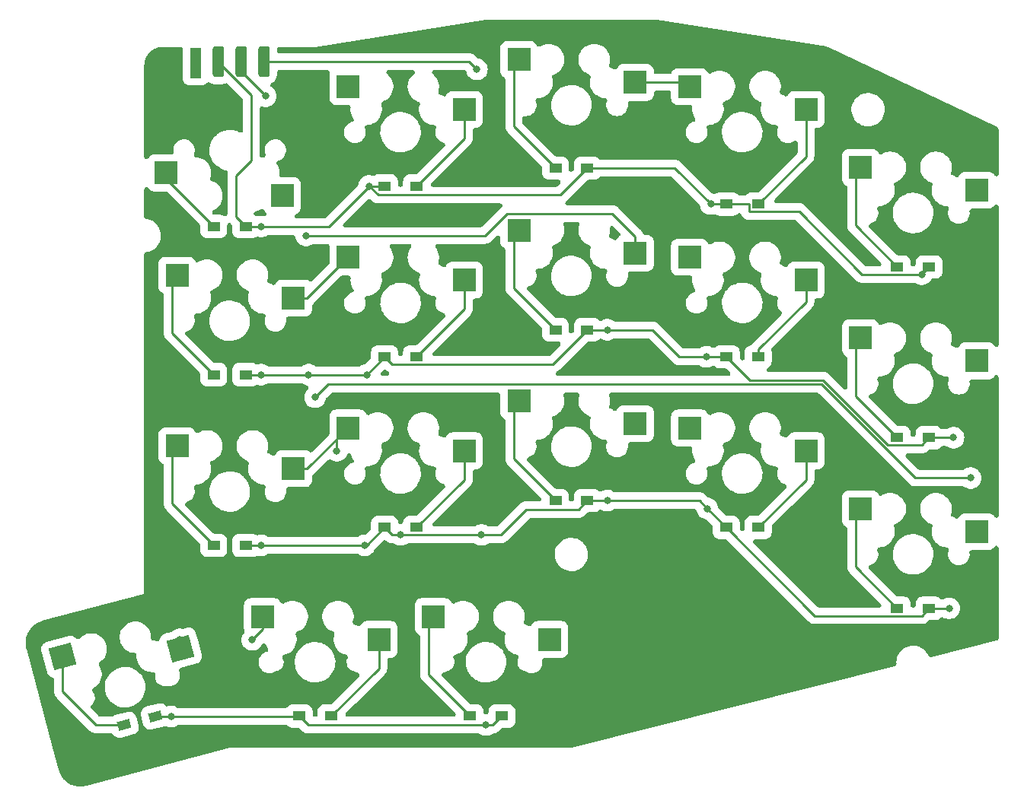
<source format=gtl>
%TF.GenerationSoftware,KiCad,Pcbnew,7.0.2-0*%
%TF.CreationDate,2023-05-24T14:40:16+08:00*%
%TF.ProjectId,Input,496e7075-742e-46b6-9963-61645f706362,1*%
%TF.SameCoordinates,PX717cbc0PY58b1140*%
%TF.FileFunction,Copper,L1,Top*%
%TF.FilePolarity,Positive*%
%FSLAX46Y46*%
G04 Gerber Fmt 4.6, Leading zero omitted, Abs format (unit mm)*
G04 Created by KiCad (PCBNEW 7.0.2-0) date 2023-05-24 14:40:16*
%MOMM*%
%LPD*%
G01*
G04 APERTURE LIST*
G04 Aperture macros list*
%AMRoundRect*
0 Rectangle with rounded corners*
0 $1 Rounding radius*
0 $2 $3 $4 $5 $6 $7 $8 $9 X,Y pos of 4 corners*
0 Add a 4 corners polygon primitive as box body*
4,1,4,$2,$3,$4,$5,$6,$7,$8,$9,$2,$3,0*
0 Add four circle primitives for the rounded corners*
1,1,$1+$1,$2,$3*
1,1,$1+$1,$4,$5*
1,1,$1+$1,$6,$7*
1,1,$1+$1,$8,$9*
0 Add four rect primitives between the rounded corners*
20,1,$1+$1,$2,$3,$4,$5,0*
20,1,$1+$1,$4,$5,$6,$7,0*
20,1,$1+$1,$6,$7,$8,$9,0*
20,1,$1+$1,$8,$9,$2,$3,0*%
%AMRotRect*
0 Rectangle, with rotation*
0 The origin of the aperture is its center*
0 $1 length*
0 $2 width*
0 $3 Rotation angle, in degrees counterclockwise*
0 Add horizontal line*
21,1,$1,$2,0,0,$3*%
G04 Aperture macros list end*
%TA.AperFunction,SMDPad,CuDef*%
%ADD10R,2.550000X2.500000*%
%TD*%
%TA.AperFunction,SMDPad,CuDef*%
%ADD11R,1.400000X1.000000*%
%TD*%
%TA.AperFunction,SMDPad,CuDef*%
%ADD12RotRect,1.400000X1.000000X15.000000*%
%TD*%
%TA.AperFunction,ConnectorPad*%
%ADD13R,1.270000X3.429000*%
%TD*%
%TA.AperFunction,ConnectorPad*%
%ADD14RoundRect,0.317500X-0.317500X-1.397000X0.317500X-1.397000X0.317500X1.397000X-0.317500X1.397000X0*%
%TD*%
%TA.AperFunction,SMDPad,CuDef*%
%ADD15RotRect,2.550000X2.500000X195.000000*%
%TD*%
%TA.AperFunction,ViaPad*%
%ADD16C,0.800000*%
%TD*%
%TA.AperFunction,Conductor*%
%ADD17C,0.250000*%
%TD*%
G04 APERTURE END LIST*
D10*
%TO.P,SW17,1,1*%
%TO.N,C12*%
X13158000Y26080000D03*
%TO.P,SW17,2,2*%
%TO.N,Net-(D17-A)*%
X26085000Y23540000D03*
%TD*%
%TO.P,SW29,1,1*%
%TO.N,C12*%
X13158000Y7080000D03*
%TO.P,SW29,2,2*%
%TO.N,Net-(D29-A)*%
X26085000Y4540000D03*
%TD*%
D11*
%TO.P,D27,1,K*%
%TO.N,Row 3*%
X55225000Y-4000000D03*
%TO.P,D27,2,A*%
%TO.N,Net-(D27-A)*%
X58775000Y-4000000D03*
%TD*%
%TO.P,D18,1,K*%
%TO.N,Net-(D18-K)*%
X-1775000Y10500000D03*
%TO.P,D18,2,A*%
%TO.N,Row 2*%
X1775000Y10500000D03*
%TD*%
D10*
%TO.P,SW15,1,1*%
%TO.N,C34*%
X51158000Y26080000D03*
%TO.P,SW15,2,2*%
%TO.N,Net-(D15-A)*%
X64085000Y23540000D03*
%TD*%
D11*
%TO.P,D15,1,K*%
%TO.N,Row 2*%
X55225000Y13000000D03*
%TO.P,D15,2,A*%
%TO.N,Net-(D15-A)*%
X58775000Y13000000D03*
%TD*%
%TO.P,D52,1,K*%
%TO.N,Net-(D52-K)*%
X26725016Y-44000000D03*
%TO.P,D52,2,A*%
%TO.N,Row 5*%
X30275016Y-44000000D03*
%TD*%
%TO.P,D16,1,K*%
%TO.N,Net-(D16-K)*%
X36225000Y17000000D03*
%TO.P,D16,2,A*%
%TO.N,Row 2*%
X39775000Y17000000D03*
%TD*%
D10*
%TO.P,SW26,1,1*%
%TO.N,Net-(D26-K)*%
X70158000Y-1920000D03*
%TO.P,SW26,2,2*%
%TO.N,C56*%
X83085000Y-4460000D03*
%TD*%
%TO.P,SW38,1,1*%
%TO.N,Net-(D38-K)*%
X70158000Y-20920000D03*
%TO.P,SW38,2,2*%
%TO.N,C56*%
X83085000Y-23460000D03*
%TD*%
D12*
%TO.P,D54,1,K*%
%TO.N,Net-(D54-K)*%
X-11714518Y-44959404D03*
%TO.P,D54,2,A*%
%TO.N,Row 5*%
X-8285482Y-44040596D03*
%TD*%
D10*
%TO.P,SW27,1,1*%
%TO.N,C34*%
X51158000Y7080000D03*
%TO.P,SW27,2,2*%
%TO.N,Net-(D27-A)*%
X64085000Y4540000D03*
%TD*%
D11*
%TO.P,D53,1,K*%
%TO.N,Row 5*%
X7725000Y-44000000D03*
%TO.P,D53,2,A*%
%TO.N,Net-(D53-A)*%
X11275000Y-44000000D03*
%TD*%
%TO.P,D39,1,K*%
%TO.N,Row 4*%
X55225000Y-23000000D03*
%TO.P,D39,2,A*%
%TO.N,Net-(D39-A)*%
X58775000Y-23000000D03*
%TD*%
D10*
%TO.P,SW52,1,1*%
%TO.N,Net-(D52-K)*%
X22658000Y-32920000D03*
%TO.P,SW52,2,2*%
%TO.N,C34*%
X35585000Y-35460000D03*
%TD*%
D11*
%TO.P,D42,1,K*%
%TO.N,Net-(D42-K)*%
X-1775000Y-25000000D03*
%TO.P,D42,2,A*%
%TO.N,Row 4*%
X1775000Y-25000000D03*
%TD*%
%TO.P,D30,1,K*%
%TO.N,Net-(D30-K)*%
X-1775000Y-6000000D03*
%TO.P,D30,2,A*%
%TO.N,Row 3*%
X1775000Y-6000000D03*
%TD*%
%TO.P,D28,1,K*%
%TO.N,Net-(D28-K)*%
X36225000Y-1000000D03*
%TO.P,D28,2,A*%
%TO.N,Row 3*%
X39775000Y-1000000D03*
%TD*%
D10*
%TO.P,SW28,1,1*%
%TO.N,Net-(D28-K)*%
X32158000Y10080000D03*
%TO.P,SW28,2,2*%
%TO.N,C34*%
X45085000Y7540000D03*
%TD*%
%TO.P,SW42,1,1*%
%TO.N,Net-(D42-K)*%
X-5842000Y-13920000D03*
%TO.P,SW42,2,2*%
%TO.N,C12*%
X7085000Y-16460000D03*
%TD*%
%TO.P,SW14,1,1*%
%TO.N,Net-(D14-K)*%
X70158000Y17080000D03*
%TO.P,SW14,2,2*%
%TO.N,C56*%
X83085000Y14540000D03*
%TD*%
%TO.P,SW30,1,1*%
%TO.N,Net-(D30-K)*%
X-5842000Y5080000D03*
%TO.P,SW30,2,2*%
%TO.N,C12*%
X7085000Y2540000D03*
%TD*%
D13*
%TO.P,J1,1,Pin_1*%
%TO.N,unconnected-(J1-Pin_1-Pad1)*%
X-3810000Y28722000D03*
D14*
%TO.P,J1,3,Pin_3*%
%TO.N,Row 2*%
X-1270000Y28849000D03*
%TO.P,J1,5,Pin_5*%
%TO.N,Row 3*%
X1270000Y28849000D03*
%TO.P,J1,7,Pin_7*%
%TO.N,Row 4*%
X3810000Y28849000D03*
%TD*%
D11*
%TO.P,D26,1,K*%
%TO.N,Net-(D26-K)*%
X74225000Y-13000000D03*
%TO.P,D26,2,A*%
%TO.N,Row 3*%
X77775000Y-13000000D03*
%TD*%
D10*
%TO.P,SW53,1,1*%
%TO.N,C12*%
X3658000Y-32920000D03*
%TO.P,SW53,2,2*%
%TO.N,Net-(D53-A)*%
X16585000Y-35460000D03*
%TD*%
%TO.P,SW18,1,1*%
%TO.N,C12*%
X5842000Y13920000D03*
%TO.P,SW18,2,2*%
%TO.N,Net-(D18-K)*%
X-7085000Y16460000D03*
%TD*%
%TO.P,SW40,1,1*%
%TO.N,Net-(D40-K)*%
X32158000Y-8920000D03*
%TO.P,SW40,2,2*%
%TO.N,C34*%
X45085000Y-11460000D03*
%TD*%
%TO.P,SW41,1,1*%
%TO.N,C12*%
X13158000Y-11920000D03*
%TO.P,SW41,2,2*%
%TO.N,Net-(D41-A)*%
X26085000Y-14460000D03*
%TD*%
D11*
%TO.P,D14,1,K*%
%TO.N,Net-(D14-K)*%
X74225000Y6000000D03*
%TO.P,D14,2,A*%
%TO.N,Row 2*%
X77775000Y6000000D03*
%TD*%
%TO.P,D17,1,K*%
%TO.N,Row 2*%
X17225000Y15000000D03*
%TO.P,D17,2,A*%
%TO.N,Net-(D17-A)*%
X20775000Y15000000D03*
%TD*%
D10*
%TO.P,SW39,1,1*%
%TO.N,C34*%
X51158000Y-11920000D03*
%TO.P,SW39,2,2*%
%TO.N,Net-(D39-A)*%
X64085000Y-14460000D03*
%TD*%
D11*
%TO.P,D40,1,K*%
%TO.N,Net-(D40-K)*%
X36225000Y-20000000D03*
%TO.P,D40,2,A*%
%TO.N,Row 4*%
X39775000Y-20000000D03*
%TD*%
%TO.P,D29,1,K*%
%TO.N,Row 3*%
X17225000Y-4000000D03*
%TO.P,D29,2,A*%
%TO.N,Net-(D29-A)*%
X20775000Y-4000000D03*
%TD*%
D10*
%TO.P,SW16,1,1*%
%TO.N,Net-(D16-K)*%
X32158000Y29080000D03*
%TO.P,SW16,2,2*%
%TO.N,C34*%
X45085000Y26540000D03*
%TD*%
D15*
%TO.P,SW54,1,1*%
%TO.N,Net-(D54-K)*%
X-18592739Y-37387118D03*
%TO.P,SW54,2,2*%
%TO.N,C12*%
X-5448816Y-36494815D03*
%TD*%
D11*
%TO.P,D38,1,K*%
%TO.N,Net-(D38-K)*%
X74225000Y-32000000D03*
%TO.P,D38,2,A*%
%TO.N,Row 4*%
X77775000Y-32000000D03*
%TD*%
%TO.P,D41,1,K*%
%TO.N,Row 4*%
X17225000Y-23000000D03*
%TO.P,D41,2,A*%
%TO.N,Net-(D41-A)*%
X20775000Y-23000000D03*
%TD*%
D16*
%TO.N,Row 2*%
X15500000Y15000000D03*
X3500000Y10500000D03*
X39775000Y17000000D03*
X76950000Y5175000D03*
X53500000Y13000000D03*
%TO.N,C12*%
X7085000Y2540000D03*
X5842000Y13920000D03*
X-5563134Y-35460000D03*
X2500000Y-35500000D03*
X7085000Y-16460000D03*
X11915000Y-14460000D03*
X13158000Y7080000D03*
X13158000Y26080000D03*
%TO.N,C34*%
X45085000Y-11460000D03*
X51158000Y-11920000D03*
X35585000Y-35460000D03*
X51158000Y7080000D03*
X45085000Y7540000D03*
X8500000Y9500000D03*
X51158000Y26080000D03*
X44405000Y26500000D03*
%TO.N,C56*%
X83085000Y14540000D03*
X82405000Y-17500000D03*
X83085000Y-23460000D03*
X83085000Y-4460000D03*
X9500000Y-8500000D03*
%TO.N,Row 3*%
X4012299Y25012299D03*
X3500000Y-6000000D03*
X15225000Y-6000000D03*
X53000000Y-4000000D03*
X42000000Y-1000000D03*
X80500000Y-13000000D03*
X8775001Y-6000000D03*
%TO.N,Row 4*%
X3500000Y-25000000D03*
X27500000Y28000000D03*
X28000000Y-23825000D03*
X19000000Y-23825000D03*
X53112500Y-20887500D03*
X42000000Y-20000000D03*
X80000000Y-32000000D03*
X15000000Y-25000000D03*
%TO.N,Row 5*%
X-6500000Y-44040596D03*
X28500000Y-45000000D03*
X7725002Y-44000000D03*
%TD*%
D17*
%TO.N,Net-(D14-K)*%
X69595000Y10630000D02*
X74225000Y6000000D01*
X69595000Y16517000D02*
X69595000Y10630000D01*
%TO.N,Row 2*%
X53500000Y13000000D02*
X55225000Y13000000D01*
X3500000Y10500000D02*
X11000000Y10500000D01*
X16500000Y14000000D02*
X36775000Y14000000D01*
X39775000Y17000000D02*
X49500000Y17000000D01*
X-1270000Y28765868D02*
X2375000Y25120868D01*
X63325000Y12175000D02*
X70325000Y5175000D01*
X2375000Y25120868D02*
X2375000Y17875000D01*
X1775000Y10500000D02*
X3500000Y10500000D01*
X76950000Y5175000D02*
X77775000Y6000000D01*
X11000000Y10500000D02*
X15500000Y15000000D01*
X57750000Y13000000D02*
X57750000Y12175000D01*
X55225000Y13000000D02*
X57750000Y13000000D01*
X15500000Y15000000D02*
X17225000Y15000000D01*
X15500000Y15000000D02*
X16500000Y14000000D01*
X665000Y16165000D02*
X665000Y11610000D01*
X36775000Y14000000D02*
X39775000Y17000000D01*
X665000Y11610000D02*
X1775000Y10500000D01*
X57750000Y12175000D02*
X63325000Y12175000D01*
X2375000Y17875000D02*
X665000Y16165000D01*
X70325000Y5175000D02*
X76950000Y5175000D01*
X49500000Y17000000D02*
X53500000Y13000000D01*
%TO.N,Net-(D15-A)*%
X64085000Y23540000D02*
X64085000Y18310000D01*
X64085000Y18310000D02*
X58775000Y13000000D01*
%TO.N,Net-(D16-K)*%
X31595000Y28517000D02*
X31595000Y21630000D01*
X31595000Y21630000D02*
X36225000Y17000000D01*
%TO.N,Net-(D17-A)*%
X26085000Y20310000D02*
X20775000Y15000000D01*
X26085000Y23540000D02*
X26085000Y20310000D01*
%TO.N,Net-(D18-K)*%
X-7085000Y15810000D02*
X-1775000Y10500000D01*
%TO.N,C12*%
X8618000Y2540000D02*
X13158000Y7080000D01*
X3658000Y-34342000D02*
X2500000Y-35500000D01*
X7085000Y2540000D02*
X8618000Y2540000D01*
X13158000Y-11920000D02*
X11915000Y-13163000D01*
X11915000Y-13163000D02*
X11915000Y-14460000D01*
X7085000Y-16460000D02*
X8618000Y-16460000D01*
X3658000Y-32920000D02*
X3658000Y-34342000D01*
X8618000Y-16460000D02*
X13158000Y-11920000D01*
%TO.N,C34*%
X28403000Y9500000D02*
X30858000Y11955000D01*
X45085000Y9415000D02*
X45085000Y7540000D01*
X42545000Y11955000D02*
X45085000Y9415000D01*
X45085000Y26540000D02*
X50698000Y26540000D01*
X30858000Y11955000D02*
X42545000Y11955000D01*
X8500000Y9500000D02*
X28403000Y9500000D01*
%TO.N,C56*%
X76239310Y-17500000D02*
X82405000Y-17500000D01*
X65784310Y-7045000D02*
X76239310Y-17500000D01*
X10955000Y-7045000D02*
X65784310Y-7045000D01*
X9500000Y-8500000D02*
X10955000Y-7045000D01*
%TO.N,Row 3*%
X55225000Y-4000000D02*
X57820499Y-6595499D01*
X15225000Y-6000000D02*
X17225000Y-4000000D01*
X73200000Y-13825000D02*
X76950000Y-13825000D01*
X50000000Y-4000000D02*
X55225000Y-4000000D01*
X76950000Y-13825000D02*
X77775000Y-13000000D01*
X17225000Y-4000000D02*
X18050000Y-4825000D01*
X39775000Y-1000000D02*
X42000000Y-1000000D01*
X1775000Y-6000000D02*
X3500000Y-6000000D01*
X42000000Y-1000000D02*
X47000000Y-1000000D01*
X57820499Y-6595499D02*
X65970499Y-6595499D01*
X1270000Y27754598D02*
X4012299Y25012299D01*
X3500000Y-6000000D02*
X15225000Y-6000000D01*
X65970499Y-6595499D02*
X73200000Y-13825000D01*
X47000000Y-1000000D02*
X50000000Y-4000000D01*
X35950000Y-4825000D02*
X39775000Y-1000000D01*
X77775000Y-13000000D02*
X80500000Y-13000000D01*
X18050000Y-4825000D02*
X35950000Y-4825000D01*
%TO.N,Row 4*%
X15000000Y-25000000D02*
X15225000Y-25000000D01*
X17225000Y-23000000D02*
X18050000Y-23825000D01*
X42000000Y-20000000D02*
X52225000Y-20000000D01*
X39775000Y-20000000D02*
X42000000Y-20000000D01*
X3810000Y28849000D02*
X26651000Y28849000D01*
X76950000Y-32825000D02*
X77775000Y-32000000D01*
X19000000Y-23825000D02*
X28000000Y-23825000D01*
X33000000Y-21000000D02*
X38775000Y-21000000D01*
X55225000Y-23000000D02*
X65050000Y-32825000D01*
X30175000Y-23825000D02*
X33000000Y-21000000D01*
X53112500Y-20887500D02*
X55225000Y-23000000D01*
X26651000Y28849000D02*
X27500000Y28000000D01*
X38775000Y-21000000D02*
X39775000Y-20000000D01*
X52225000Y-20000000D02*
X53112500Y-20887500D01*
X65050000Y-32825000D02*
X76950000Y-32825000D01*
X77775000Y-32000000D02*
X80000000Y-32000000D01*
X1775000Y-25000000D02*
X15000000Y-25000000D01*
X18050000Y-23825000D02*
X19000000Y-23825000D01*
X15225000Y-25000000D02*
X17225000Y-23000000D01*
X28000000Y-23825000D02*
X30175000Y-23825000D01*
%TO.N,Row 5*%
X8725000Y-45000000D02*
X28500000Y-45000000D01*
X29275016Y-45000000D02*
X28500000Y-45000000D01*
X-8285482Y-44040596D02*
X-6500000Y-44040596D01*
X-6500000Y-44040596D02*
X7684406Y-44040596D01*
X7725000Y-44000000D02*
X8725000Y-45000000D01*
X30275016Y-44000000D02*
X29275016Y-45000000D01*
%TO.N,Net-(D26-K)*%
X69595000Y-2483000D02*
X69595000Y-8370000D01*
X69595000Y-8370000D02*
X74225000Y-13000000D01*
%TO.N,Net-(D27-A)*%
X58775000Y-3178833D02*
X58775000Y-4000000D01*
X64085000Y4540000D02*
X64085000Y2131167D01*
X64085000Y2131167D02*
X58775000Y-3178833D01*
%TO.N,Net-(D28-K)*%
X31595000Y3630000D02*
X36225000Y-1000000D01*
X31595000Y9517000D02*
X31595000Y3630000D01*
%TO.N,Net-(D29-A)*%
X26085000Y1310000D02*
X20775000Y-4000000D01*
X26085000Y4540000D02*
X26085000Y1310000D01*
%TO.N,Net-(D30-K)*%
X-6405000Y-1370000D02*
X-1775000Y-6000000D01*
X-6405000Y4517000D02*
X-6405000Y-1370000D01*
%TO.N,Net-(D38-K)*%
X69595000Y-27370000D02*
X74225000Y-32000000D01*
X69595000Y-21483000D02*
X69595000Y-27370000D01*
%TO.N,Net-(D39-A)*%
X64085000Y-14460000D02*
X64085000Y-17690000D01*
X64085000Y-17690000D02*
X58775000Y-23000000D01*
%TO.N,Net-(D40-K)*%
X31595000Y-9483000D02*
X31595000Y-15370000D01*
X31595000Y-15370000D02*
X36225000Y-20000000D01*
%TO.N,Net-(D41-A)*%
X26085000Y-17690000D02*
X20775000Y-23000000D01*
X26085000Y-14460000D02*
X26085000Y-17690000D01*
%TO.N,Net-(D42-K)*%
X-6405000Y-14483000D02*
X-6405000Y-20370000D01*
X-6405000Y-20370000D02*
X-1775000Y-25000000D01*
%TO.N,Net-(D52-K)*%
X22095000Y-33483000D02*
X22095000Y-39369984D01*
X22095000Y-39369984D02*
X26725016Y-44000000D01*
%TO.N,Net-(D53-A)*%
X16585000Y-35460000D02*
X16585000Y-38690000D01*
X16585000Y-38690000D02*
X11275000Y-44000000D01*
%TO.N,Net-(D54-K)*%
X-18592835Y-41272898D02*
X-14906329Y-44959404D01*
X-18592835Y-36740218D02*
X-18592835Y-41272898D01*
X-14906329Y-44959404D02*
X-11714518Y-44959404D01*
%TD*%
%TA.AperFunction,NonConductor*%
G36*
X3673976Y12469188D02*
G01*
X3761112Y12426217D01*
X3825171Y12353173D01*
X3837354Y12326615D01*
X3937181Y12167742D01*
X3937184Y12167738D01*
X4018203Y12086719D01*
X4072177Y12005940D01*
X4091131Y11910652D01*
X4072177Y11815364D01*
X4018201Y11734582D01*
X3937419Y11680606D01*
X3842131Y11661652D01*
X3796377Y11665892D01*
X3782099Y11668561D01*
X3740688Y11676303D01*
X3611244Y11700500D01*
X3611243Y11700500D01*
X3388757Y11700500D01*
X3388756Y11700500D01*
X3170058Y11659619D01*
X3138022Y11647208D01*
X3042322Y11630462D01*
X2947497Y11651613D01*
X2915601Y11668561D01*
X2800767Y11740716D01*
X2801874Y11742480D01*
X2754722Y11770295D01*
X2696301Y11847923D01*
X2672035Y11941999D01*
X2685616Y12038200D01*
X2734979Y12121880D01*
X2812607Y12180301D01*
X2865234Y12198716D01*
X3057416Y12242580D01*
X3301643Y12338432D01*
X3485036Y12444315D01*
X3577029Y12475542D01*
X3673976Y12469188D01*
G37*
%TD.AperFunction*%
%TA.AperFunction,NonConductor*%
G36*
X15595288Y13569053D02*
G01*
X15676065Y13515081D01*
X15728926Y13462219D01*
X15780210Y13410935D01*
X15805585Y13381225D01*
X15808432Y13377306D01*
X15857860Y13332801D01*
X15867317Y13323828D01*
X15879870Y13311275D01*
X15884935Y13307173D01*
X15884949Y13307161D01*
X15893658Y13300109D01*
X15903569Y13291644D01*
X15953007Y13247130D01*
X15957205Y13244706D01*
X15989400Y13222579D01*
X15993154Y13219539D01*
X15993156Y13219538D01*
X15993160Y13219535D01*
X16052436Y13189332D01*
X16063861Y13183129D01*
X16121492Y13149856D01*
X16126102Y13148359D01*
X16162183Y13133414D01*
X16166503Y13131212D01*
X16230801Y13113984D01*
X16243214Y13110307D01*
X16306518Y13089738D01*
X16311321Y13089234D01*
X16349740Y13082113D01*
X16354423Y13080858D01*
X16420885Y13077376D01*
X16433853Y13076355D01*
X16451496Y13074500D01*
X16469228Y13074500D01*
X16482257Y13074159D01*
X16485796Y13073974D01*
X16548704Y13070677D01*
X16552538Y13071285D01*
X16553491Y13071435D01*
X16592439Y13074500D01*
X30068136Y13074500D01*
X30163424Y13055546D01*
X30244206Y13001570D01*
X30298182Y12920788D01*
X30317136Y12825500D01*
X30298182Y12730212D01*
X30244206Y12649430D01*
X30240081Y12645517D01*
X30237870Y12643725D01*
X30225305Y12631162D01*
X30215873Y12622211D01*
X30166428Y12577690D01*
X30163584Y12573775D01*
X30138216Y12544073D01*
X28092575Y10498430D01*
X28011793Y10444454D01*
X27916505Y10425500D01*
X12835495Y10425500D01*
X12740207Y10444454D01*
X12659425Y10498430D01*
X12605449Y10579212D01*
X12586495Y10674500D01*
X12605449Y10769788D01*
X12659425Y10850570D01*
X13318833Y11509978D01*
X15323933Y13515080D01*
X15404712Y13569053D01*
X15500000Y13588007D01*
X15595288Y13569053D01*
G37*
%TD.AperFunction*%
%TA.AperFunction,NonConductor*%
G36*
X10986938Y27904546D02*
G01*
X11067720Y27850570D01*
X11121696Y27769788D01*
X11140650Y27674500D01*
X11126677Y27592261D01*
X11097631Y27509255D01*
X11083282Y27381900D01*
X11083281Y27381890D01*
X11082500Y27374954D01*
X11082500Y24785046D01*
X11083281Y24778111D01*
X11083282Y24778101D01*
X11097631Y24650746D01*
X11157210Y24480477D01*
X11253181Y24327742D01*
X11253184Y24327738D01*
X11380738Y24200184D01*
X11380740Y24200183D01*
X11380741Y24200182D01*
X11533476Y24104211D01*
X11639669Y24067053D01*
X11703745Y24044632D01*
X11838046Y24029500D01*
X13204165Y24029500D01*
X13299453Y24010546D01*
X13380235Y23956570D01*
X13434211Y23875788D01*
X13453165Y23780500D01*
X13450384Y23743396D01*
X13444286Y23702933D01*
X13439500Y23671180D01*
X13439500Y23408820D01*
X13478603Y23149387D01*
X13555938Y22898674D01*
X13669771Y22662297D01*
X13752416Y22541080D01*
X13790434Y22451672D01*
X13791342Y22354522D01*
X13755004Y22264418D01*
X13686950Y22195080D01*
X13614826Y22161319D01*
X13484471Y22124230D01*
X13285313Y22025060D01*
X13107762Y21890981D01*
X12957875Y21726563D01*
X12840754Y21537405D01*
X12826412Y21500383D01*
X12760382Y21329940D01*
X12719500Y21111243D01*
X12719500Y20888757D01*
X12760382Y20670060D01*
X12799908Y20568032D01*
X12840754Y20462596D01*
X12957875Y20273438D01*
X13107762Y20109020D01*
X13176117Y20057401D01*
X13285311Y19974942D01*
X13285312Y19974942D01*
X13285313Y19974941D01*
X13484467Y19875773D01*
X13484469Y19875773D01*
X13484472Y19875771D01*
X13698464Y19814885D01*
X13864497Y19799500D01*
X13870241Y19799500D01*
X13969759Y19799500D01*
X13975503Y19799500D01*
X14141536Y19814885D01*
X14355528Y19875771D01*
X14554689Y19974942D01*
X14732236Y20109019D01*
X14882124Y20273438D01*
X14999247Y20462599D01*
X15079618Y20670060D01*
X15120500Y20888757D01*
X15120500Y20924631D01*
X16745723Y20924631D01*
X16746554Y20916364D01*
X16746555Y20916355D01*
X16775049Y20633115D01*
X16775882Y20624838D01*
X16777808Y20616755D01*
X16777810Y20616745D01*
X16833553Y20382841D01*
X16845731Y20331739D01*
X16848720Y20323977D01*
X16848723Y20323969D01*
X16926775Y20121314D01*
X16954023Y20050566D01*
X16958019Y20043273D01*
X16958022Y20043268D01*
X17094824Y19793635D01*
X17094827Y19793630D01*
X17098825Y19786335D01*
X17277554Y19543762D01*
X17283334Y19537786D01*
X17283337Y19537782D01*
X17447221Y19368328D01*
X17487020Y19327176D01*
X17493555Y19322016D01*
X17493561Y19322010D01*
X17603186Y19235441D01*
X17723485Y19140442D01*
X17730643Y19136202D01*
X17730645Y19136201D01*
X17852472Y19064043D01*
X17982730Y18986891D01*
X18046581Y18959816D01*
X18252470Y18872511D01*
X18252473Y18872510D01*
X18260128Y18869264D01*
X18550729Y18789660D01*
X18849347Y18749500D01*
X18857677Y18749500D01*
X19071082Y18749500D01*
X19075244Y18749500D01*
X19300634Y18764588D01*
X19595903Y18824604D01*
X19880537Y18923440D01*
X20149459Y19059332D01*
X20397869Y19229856D01*
X20621333Y19431968D01*
X20815865Y19662061D01*
X20977993Y19916030D01*
X21104823Y20189342D01*
X21194093Y20477121D01*
X21244209Y20774230D01*
X21254277Y21075369D01*
X21224118Y21375162D01*
X21154269Y21668261D01*
X21045977Y21949434D01*
X20968407Y22090981D01*
X20905175Y22206366D01*
X20905174Y22206367D01*
X20901175Y22213665D01*
X20722446Y22456238D01*
X20647800Y22533421D01*
X20533496Y22651611D01*
X20512980Y22672824D01*
X20506445Y22677985D01*
X20506438Y22677991D01*
X20283050Y22854397D01*
X20276515Y22859558D01*
X20269359Y22863797D01*
X20269354Y22863800D01*
X20024424Y23008872D01*
X20024420Y23008874D01*
X20017270Y23013109D01*
X20009613Y23016356D01*
X19747529Y23127490D01*
X19747517Y23127494D01*
X19739872Y23130736D01*
X19731857Y23132932D01*
X19731850Y23132934D01*
X19457294Y23208143D01*
X19457283Y23208146D01*
X19449271Y23210340D01*
X19441031Y23211449D01*
X19441022Y23211450D01*
X19158910Y23249390D01*
X19158903Y23249391D01*
X19150653Y23250500D01*
X18924756Y23250500D01*
X18920633Y23250224D01*
X18920603Y23250223D01*
X18707676Y23235969D01*
X18707665Y23235968D01*
X18699366Y23235412D01*
X18691213Y23233755D01*
X18691199Y23233753D01*
X18412264Y23177057D01*
X18412250Y23177054D01*
X18404097Y23175396D01*
X18396243Y23172670D01*
X18396229Y23172665D01*
X18127329Y23079292D01*
X18127320Y23079289D01*
X18119463Y23076560D01*
X18112032Y23072806D01*
X18112025Y23072802D01*
X17857973Y22944424D01*
X17857967Y22944421D01*
X17850541Y22940668D01*
X17843690Y22935966D01*
X17843678Y22935958D01*
X17608994Y22774856D01*
X17608986Y22774850D01*
X17602131Y22770144D01*
X17595964Y22764567D01*
X17595956Y22764560D01*
X17384839Y22573615D01*
X17384833Y22573610D01*
X17378667Y22568032D01*
X17373302Y22561687D01*
X17373293Y22561677D01*
X17189506Y22344293D01*
X17189499Y22344284D01*
X17184135Y22337939D01*
X17179663Y22330935D01*
X17179658Y22330927D01*
X17026482Y22090981D01*
X17026477Y22090974D01*
X17022007Y22083970D01*
X17018513Y22076442D01*
X17018506Y22076428D01*
X16898679Y21818206D01*
X16898675Y21818198D01*
X16895177Y21810658D01*
X16892711Y21802710D01*
X16892710Y21802706D01*
X16814587Y21550861D01*
X16805907Y21522879D01*
X16804525Y21514691D01*
X16804523Y21514679D01*
X16757511Y21235969D01*
X16755791Y21225770D01*
X16755513Y21217463D01*
X16755512Y21217450D01*
X16746001Y20932948D01*
X16745723Y20924631D01*
X15120500Y20924631D01*
X15120500Y21111243D01*
X15079618Y21329940D01*
X15032754Y21450909D01*
X15016007Y21546605D01*
X15037157Y21641430D01*
X15092985Y21720943D01*
X15174992Y21773040D01*
X15254774Y21789500D01*
X15255494Y21789500D01*
X15451630Y21804198D01*
X15707416Y21862580D01*
X15951643Y21958432D01*
X16178857Y22089614D01*
X16383981Y22253195D01*
X16562433Y22445521D01*
X16710228Y22662296D01*
X16824063Y22898677D01*
X16901396Y23149385D01*
X16940500Y23408818D01*
X16940500Y23671182D01*
X16901396Y23930615D01*
X16847843Y24104228D01*
X16837870Y24200868D01*
X16865637Y24293970D01*
X16926920Y24369359D01*
X16994809Y24409407D01*
X17221643Y24498432D01*
X17448857Y24629614D01*
X17653981Y24793195D01*
X17832433Y24985521D01*
X17980228Y25202296D01*
X18094063Y25438677D01*
X18171396Y25689385D01*
X18210500Y25948818D01*
X18210500Y26211182D01*
X18171396Y26470615D01*
X18094063Y26721323D01*
X17980228Y26957704D01*
X17925568Y27037876D01*
X17832434Y27174478D01*
X17653980Y27366806D01*
X17512260Y27479824D01*
X17449578Y27554054D01*
X17420075Y27646621D01*
X17428241Y27743432D01*
X17472833Y27829749D01*
X17547063Y27892431D01*
X17639630Y27921934D01*
X17667509Y27923500D01*
X20332491Y27923500D01*
X20427779Y27904546D01*
X20508561Y27850570D01*
X20562537Y27769788D01*
X20581491Y27674500D01*
X20562537Y27579212D01*
X20508561Y27498430D01*
X20487740Y27479824D01*
X20346019Y27366806D01*
X20167565Y27174478D01*
X20019771Y26957704D01*
X19905938Y26721327D01*
X19828603Y26470614D01*
X19808012Y26334001D01*
X19789500Y26211182D01*
X19789500Y25948818D01*
X19797058Y25898677D01*
X19828603Y25689387D01*
X19905938Y25438674D01*
X20019771Y25202297D01*
X20167565Y24985523D01*
X20209361Y24940478D01*
X20346019Y24793195D01*
X20551143Y24629614D01*
X20778357Y24498432D01*
X20811919Y24485260D01*
X21005187Y24409407D01*
X21086964Y24356951D01*
X21142441Y24277193D01*
X21163173Y24182276D01*
X21152155Y24104227D01*
X21098604Y23930617D01*
X21059500Y23671181D01*
X21059500Y23408820D01*
X21098603Y23149387D01*
X21175938Y22898674D01*
X21289771Y22662297D01*
X21437565Y22445523D01*
X21531493Y22344293D01*
X21616019Y22253195D01*
X21821143Y22089614D01*
X22048357Y21958432D01*
X22137515Y21923440D01*
X22292580Y21862581D01*
X22292583Y21862581D01*
X22292584Y21862580D01*
X22548370Y21804198D01*
X22744506Y21789500D01*
X22745109Y21789500D01*
X22838864Y21767184D01*
X22917575Y21710231D01*
X22968499Y21627492D01*
X22983885Y21531563D01*
X22967244Y21450906D01*
X22920382Y21329941D01*
X22902711Y21235412D01*
X22879500Y21111243D01*
X22879500Y20888757D01*
X22920382Y20670060D01*
X22959908Y20568032D01*
X23000754Y20462596D01*
X23117875Y20273438D01*
X23267762Y20109020D01*
X23336117Y20057401D01*
X23445311Y19974942D01*
X23644472Y19875771D01*
X23779895Y19837240D01*
X23866355Y19792935D01*
X23929281Y19718912D01*
X23959091Y19626444D01*
X23951245Y19529606D01*
X23906938Y19443142D01*
X23887820Y19421677D01*
X20839575Y16373430D01*
X20758793Y16319454D01*
X20663505Y16300500D01*
X20030046Y16300500D01*
X20023110Y16299719D01*
X20023100Y16299718D01*
X19895745Y16285369D01*
X19725476Y16225790D01*
X19572741Y16129819D01*
X19445181Y16002259D01*
X19349210Y15849524D01*
X19289631Y15679255D01*
X19275282Y15551900D01*
X19275281Y15551890D01*
X19274500Y15544954D01*
X19274500Y15537969D01*
X19274500Y15537968D01*
X19274500Y15174500D01*
X19255546Y15079212D01*
X19201570Y14998430D01*
X19120788Y14944454D01*
X19025500Y14925500D01*
X18974500Y14925500D01*
X18879212Y14944454D01*
X18798430Y14998430D01*
X18744454Y15079212D01*
X18725500Y15174500D01*
X18725500Y15537968D01*
X18725500Y15537969D01*
X18725500Y15544954D01*
X18710368Y15679255D01*
X18695128Y15722809D01*
X18650789Y15849524D01*
X18554818Y16002259D01*
X18554817Y16002260D01*
X18554816Y16002262D01*
X18427262Y16129816D01*
X18427259Y16129818D01*
X18427258Y16129819D01*
X18274523Y16225790D01*
X18104254Y16285369D01*
X17976899Y16299718D01*
X17976889Y16299719D01*
X17969954Y16300500D01*
X16480046Y16300500D01*
X16473110Y16299719D01*
X16473100Y16299718D01*
X16345745Y16285369D01*
X16175477Y16225790D01*
X16084397Y16168560D01*
X15993630Y16133913D01*
X15896513Y16136638D01*
X15861975Y16147209D01*
X15829942Y16159619D01*
X15611244Y16200500D01*
X15611243Y16200500D01*
X15388757Y16200500D01*
X15170060Y16159618D01*
X15071842Y16121568D01*
X14962595Y16079246D01*
X14773437Y15962125D01*
X14609019Y15812238D01*
X14474940Y15634687D01*
X14375770Y15435528D01*
X14314883Y15221536D01*
X14313191Y15203270D01*
X14285524Y15110138D01*
X14241324Y15050181D01*
X10689575Y11498430D01*
X10608793Y11444454D01*
X10513505Y11425500D01*
X7449640Y11425500D01*
X7354352Y11444454D01*
X7273570Y11498430D01*
X7219594Y11579212D01*
X7200640Y11674500D01*
X7219594Y11769788D01*
X7273570Y11850570D01*
X7354352Y11904546D01*
X7367401Y11909527D01*
X7386914Y11916355D01*
X7466522Y11944211D01*
X7619262Y12040184D01*
X7746816Y12167738D01*
X7824828Y12291893D01*
X7842789Y12320477D01*
X7897048Y12475542D01*
X7902368Y12490745D01*
X7917500Y12625046D01*
X7917500Y15214954D01*
X7902368Y15349255D01*
X7866941Y15450500D01*
X7842789Y15519524D01*
X7746818Y15672259D01*
X7746817Y15672260D01*
X7746816Y15672262D01*
X7619262Y15799816D01*
X7619259Y15799818D01*
X7619258Y15799819D01*
X7466523Y15895790D01*
X7296254Y15955369D01*
X7168899Y15969718D01*
X7168889Y15969719D01*
X7161954Y15970500D01*
X7154968Y15970500D01*
X5795835Y15970500D01*
X5700547Y15989454D01*
X5619765Y16043430D01*
X5565789Y16124212D01*
X5546835Y16219500D01*
X5549615Y16256605D01*
X5560500Y16328818D01*
X5560500Y16591182D01*
X5521396Y16850615D01*
X5444063Y17101323D01*
X5330228Y17337704D01*
X5247581Y17458925D01*
X5209566Y17548328D01*
X5208657Y17645479D01*
X5244995Y17735582D01*
X5313048Y17804921D01*
X5385168Y17838681D01*
X5515528Y17875771D01*
X5714689Y17974942D01*
X5892236Y18109019D01*
X6042124Y18273438D01*
X6159247Y18462599D01*
X6239618Y18670060D01*
X6280500Y18888757D01*
X6280500Y19111243D01*
X6239618Y19329940D01*
X6159247Y19537401D01*
X6159245Y19537405D01*
X6042124Y19726563D01*
X5892237Y19890981D01*
X5714686Y20025060D01*
X5515532Y20124228D01*
X5457227Y20140817D01*
X5301536Y20185115D01*
X5255919Y20189342D01*
X5141218Y20199971D01*
X5141205Y20199972D01*
X5135503Y20200500D01*
X5024497Y20200500D01*
X5018795Y20199972D01*
X5018781Y20199971D01*
X4878261Y20186950D01*
X4858464Y20185115D01*
X4785736Y20164422D01*
X4644467Y20124228D01*
X4445313Y20025060D01*
X4267762Y19890981D01*
X4117875Y19726563D01*
X4000754Y19537405D01*
X3997733Y19529606D01*
X3920382Y19329940D01*
X3879500Y19111243D01*
X3879500Y18888757D01*
X3902815Y18764032D01*
X3920382Y18670060D01*
X3967244Y18549095D01*
X3983992Y18453395D01*
X3962841Y18358570D01*
X3907013Y18279057D01*
X3825006Y18226961D01*
X3745243Y18210500D01*
X3744506Y18210500D01*
X3739863Y18210153D01*
X3739861Y18210152D01*
X3629038Y18201848D01*
X3568106Y18197282D01*
X3471669Y18209061D01*
X3387080Y18256850D01*
X3327218Y18333372D01*
X3301196Y18426978D01*
X3300500Y18445585D01*
X3300500Y21033569D01*
X3300499Y23637126D01*
X3319453Y23732408D01*
X3373429Y23813190D01*
X3454211Y23867166D01*
X3549499Y23886120D01*
X3639446Y23869306D01*
X3682359Y23852681D01*
X3901056Y23811799D01*
X4123542Y23811799D01*
X4342239Y23852681D01*
X4549700Y23933052D01*
X4738861Y24050175D01*
X4883769Y24182276D01*
X4903279Y24200062D01*
X4922693Y24225770D01*
X5037357Y24377610D01*
X5136528Y24576771D01*
X5197414Y24790763D01*
X5217942Y25012299D01*
X5197414Y25233835D01*
X5136528Y25447827D01*
X5130074Y25460788D01*
X5037358Y25646986D01*
X5037357Y25646987D01*
X5037357Y25646988D01*
X4940796Y25774856D01*
X4903279Y25824537D01*
X4738864Y25974421D01*
X4738861Y25974423D01*
X4646496Y26031613D01*
X4575460Y26097889D01*
X4535193Y26186306D01*
X4531827Y26283403D01*
X4565874Y26374397D01*
X4632152Y26445435D01*
X4648884Y26454886D01*
X4665735Y26466292D01*
X4665737Y26466292D01*
X4842557Y26585967D01*
X4993533Y26736943D01*
X5113208Y26913763D01*
X5197257Y27110036D01*
X5242642Y27318668D01*
X5245500Y27366643D01*
X5245500Y27674501D01*
X5264454Y27769788D01*
X5318430Y27850570D01*
X5399212Y27904546D01*
X5494500Y27923500D01*
X10891650Y27923500D01*
X10986938Y27904546D01*
G37*
%TD.AperFunction*%
%TA.AperFunction,NonConductor*%
G36*
X-5399212Y30480546D02*
G01*
X-5318430Y30426570D01*
X-5264454Y30345788D01*
X-5245500Y30250500D01*
X-5245500Y26962546D01*
X-5244719Y26955611D01*
X-5244718Y26955601D01*
X-5230369Y26828246D01*
X-5170790Y26657977D01*
X-5074819Y26505242D01*
X-5074816Y26505238D01*
X-4947262Y26377684D01*
X-4947260Y26377683D01*
X-4947259Y26377682D01*
X-4794524Y26281711D01*
X-4657466Y26233753D01*
X-4624255Y26222132D01*
X-4489954Y26207000D01*
X-4482968Y26207000D01*
X-3137032Y26207000D01*
X-3130046Y26207000D01*
X-2995745Y26222132D01*
X-2910612Y26251922D01*
X-2825477Y26281711D01*
X-2717039Y26349849D01*
X-2672738Y26377684D01*
X-2545184Y26505238D01*
X-2545181Y26505242D01*
X-2544484Y26505939D01*
X-2463703Y26559916D01*
X-2368415Y26578870D01*
X-2273127Y26559916D01*
X-2228848Y26536079D01*
X-2184316Y26505939D01*
X-2125737Y26466292D01*
X-2002965Y26413718D01*
X-1929465Y26382243D01*
X-1877306Y26370897D01*
X-1720832Y26336858D01*
X-1672857Y26334000D01*
X-867144Y26334001D01*
X-819168Y26336858D01*
X-610536Y26382243D01*
X-474670Y26440425D01*
X-379620Y26460510D01*
X-284113Y26442693D01*
X-202695Y26389682D01*
X-200585Y26387598D01*
X1376570Y24810443D01*
X1430546Y24729661D01*
X1449500Y24634373D01*
X1449500Y21193982D01*
X1430546Y21098694D01*
X1376570Y21017912D01*
X1295788Y20963936D01*
X1200500Y20944982D01*
X1105212Y20963936D01*
X1073606Y20979742D01*
X1024432Y21008868D01*
X1024419Y21008875D01*
X1017270Y21013109D01*
X1009613Y21016356D01*
X747529Y21127490D01*
X747517Y21127494D01*
X739872Y21130736D01*
X731857Y21132932D01*
X731850Y21132934D01*
X457294Y21208143D01*
X457283Y21208146D01*
X449271Y21210340D01*
X441031Y21211449D01*
X441022Y21211450D01*
X158910Y21249390D01*
X158903Y21249391D01*
X150653Y21250500D01*
X-75244Y21250500D01*
X-79367Y21250224D01*
X-79397Y21250223D01*
X-292324Y21235969D01*
X-292335Y21235968D01*
X-300634Y21235412D01*
X-308787Y21233755D01*
X-308801Y21233753D01*
X-587736Y21177057D01*
X-587750Y21177054D01*
X-595903Y21175396D01*
X-603757Y21172670D01*
X-603771Y21172665D01*
X-872671Y21079292D01*
X-872680Y21079289D01*
X-880537Y21076560D01*
X-887968Y21072806D01*
X-887975Y21072802D01*
X-1142027Y20944424D01*
X-1142033Y20944421D01*
X-1149459Y20940668D01*
X-1156310Y20935966D01*
X-1156322Y20935958D01*
X-1391006Y20774856D01*
X-1391014Y20774850D01*
X-1397869Y20770144D01*
X-1404036Y20764567D01*
X-1404044Y20764560D01*
X-1615161Y20573615D01*
X-1615167Y20573610D01*
X-1621333Y20568032D01*
X-1626698Y20561687D01*
X-1626707Y20561677D01*
X-1810494Y20344293D01*
X-1810501Y20344284D01*
X-1815865Y20337939D01*
X-1820337Y20330935D01*
X-1820342Y20330927D01*
X-1973518Y20090981D01*
X-1973523Y20090974D01*
X-1977993Y20083970D01*
X-1981487Y20076442D01*
X-1981494Y20076428D01*
X-2101321Y19818206D01*
X-2101325Y19818198D01*
X-2104823Y19810658D01*
X-2107289Y19802710D01*
X-2107290Y19802706D01*
X-2185537Y19550462D01*
X-2194093Y19522879D01*
X-2195475Y19514691D01*
X-2195477Y19514679D01*
X-2242578Y19235441D01*
X-2244209Y19225770D01*
X-2244487Y19217463D01*
X-2244488Y19217450D01*
X-2252304Y18983645D01*
X-2254277Y18924631D01*
X-2253446Y18916364D01*
X-2253445Y18916355D01*
X-2224951Y18633115D01*
X-2224118Y18624838D01*
X-2222192Y18616755D01*
X-2222190Y18616745D01*
X-2163991Y18372534D01*
X-2154269Y18331739D01*
X-2151280Y18323977D01*
X-2151277Y18323969D01*
X-2093701Y18174478D01*
X-2045977Y18050566D01*
X-2041981Y18043273D01*
X-2041978Y18043268D01*
X-1905176Y17793635D01*
X-1905173Y17793630D01*
X-1901175Y17786335D01*
X-1722446Y17543762D01*
X-1512980Y17327176D01*
X-1506445Y17322016D01*
X-1506439Y17322010D01*
X-1433707Y17264575D01*
X-1276515Y17140442D01*
X-1017270Y16986891D01*
X-927483Y16948818D01*
X-747530Y16872511D01*
X-747527Y16872510D01*
X-739872Y16869264D01*
X-449271Y16789660D01*
X-417632Y16785405D01*
X-325720Y16753920D01*
X-252854Y16689658D01*
X-210126Y16602403D01*
X-204042Y16505439D01*
X-210306Y16474176D01*
X-221012Y16434224D01*
X-224711Y16421735D01*
X-245263Y16358478D01*
X-245769Y16353665D01*
X-252887Y16315262D01*
X-254141Y16310584D01*
X-257624Y16244136D01*
X-258645Y16231160D01*
X-259819Y16219993D01*
X-259820Y16219974D01*
X-260500Y16213504D01*
X-260500Y16206980D01*
X-260500Y16195769D01*
X-260841Y16182739D01*
X-264323Y16116295D01*
X-263566Y16111517D01*
X-260500Y16072565D01*
X-260500Y11884156D01*
X-279454Y11788868D01*
X-333430Y11708086D01*
X-414212Y11654110D01*
X-509500Y11635156D01*
X-604788Y11654110D01*
X-641976Y11673322D01*
X-725477Y11725789D01*
X-895746Y11785369D01*
X-1023101Y11799718D01*
X-1023111Y11799719D01*
X-1030046Y11800500D01*
X-1037032Y11800500D01*
X-1663505Y11800500D01*
X-1758793Y11819454D01*
X-1839575Y11873430D01*
X-1887345Y11921200D01*
X-1941321Y12001982D01*
X-1960275Y12097270D01*
X-1941321Y12192558D01*
X-1887345Y12273340D01*
X-1806563Y12327316D01*
X-1802350Y12329016D01*
X-1778357Y12338432D01*
X-1551143Y12469614D01*
X-1346019Y12633195D01*
X-1167567Y12825521D01*
X-1019772Y13042296D01*
X-905937Y13278677D01*
X-828604Y13529385D01*
X-789500Y13788818D01*
X-789500Y14051182D01*
X-828604Y14310615D01*
X-905937Y14561323D01*
X-1019772Y14797704D01*
X-1062571Y14860478D01*
X-1167566Y15014478D01*
X-1322375Y15181323D01*
X-1346019Y15206805D01*
X-1356238Y15214954D01*
X-1434283Y15277193D01*
X-1551143Y15370386D01*
X-1778357Y15501568D01*
X-1824108Y15519524D01*
X-2005190Y15590594D01*
X-2086966Y15643050D01*
X-2142443Y15722809D01*
X-2163175Y15817726D01*
X-2152157Y15895771D01*
X-2098604Y16069385D01*
X-2059500Y16328818D01*
X-2059500Y16591182D01*
X-2098604Y16850615D01*
X-2175937Y17101323D01*
X-2289772Y17337704D01*
X-2372416Y17458920D01*
X-2437566Y17554478D01*
X-2616020Y17746806D01*
X-2703898Y17816886D01*
X-2821143Y17910386D01*
X-3048357Y18041568D01*
X-3048358Y18041569D01*
X-3048359Y18041569D01*
X-3292581Y18137420D01*
X-3548369Y18195802D01*
X-3739864Y18210153D01*
X-3739887Y18210154D01*
X-3744506Y18210500D01*
X-3745128Y18210500D01*
X-3838889Y18232828D01*
X-3917594Y18289789D01*
X-3968509Y18372534D01*
X-3983885Y18468464D01*
X-3967244Y18549095D01*
X-3920382Y18670060D01*
X-3879500Y18888757D01*
X-3879500Y19111243D01*
X-3920382Y19329940D01*
X-4000753Y19537401D01*
X-4000755Y19537405D01*
X-4117876Y19726563D01*
X-4267763Y19890981D01*
X-4445314Y20025060D01*
X-4644468Y20124228D01*
X-4702773Y20140817D01*
X-4858464Y20185115D01*
X-4904081Y20189342D01*
X-5018782Y20199971D01*
X-5018795Y20199972D01*
X-5024497Y20200500D01*
X-5135503Y20200500D01*
X-5141205Y20199972D01*
X-5141219Y20199971D01*
X-5281739Y20186950D01*
X-5301536Y20185115D01*
X-5374264Y20164422D01*
X-5515533Y20124228D01*
X-5714687Y20025060D01*
X-5892238Y19890981D01*
X-6042125Y19726563D01*
X-6159246Y19537405D01*
X-6162267Y19529606D01*
X-6239618Y19329940D01*
X-6241100Y19322010D01*
X-6280500Y19111243D01*
X-6280501Y18888758D01*
X-6271525Y18840741D01*
X-6264891Y18805252D01*
X-6266011Y18708107D01*
X-6304225Y18618782D01*
X-6373712Y18550881D01*
X-6463895Y18514740D01*
X-6509650Y18510500D01*
X-8404954Y18510500D01*
X-8411890Y18509719D01*
X-8411900Y18509718D01*
X-8539255Y18495369D01*
X-8709524Y18435790D01*
X-8862259Y18339819D01*
X-8989819Y18212259D01*
X-9039585Y18133057D01*
X-9106331Y18062459D01*
X-9195012Y18022777D01*
X-9292129Y18020053D01*
X-9382896Y18054702D01*
X-9453494Y18121448D01*
X-9493176Y18210129D01*
X-9499418Y18265535D01*
X-9499418Y18382841D01*
X-9499402Y28377109D01*
X-9498421Y28382037D01*
X-9499319Y28471815D01*
X-9498943Y28488175D01*
X-9494731Y28563493D01*
X-9484069Y28735618D01*
X-9480181Y28766626D01*
X-9460173Y28872021D01*
X-9431935Y29007442D01*
X-9424628Y29034622D01*
X-9389477Y29140929D01*
X-9387072Y29147855D01*
X-9342854Y29269264D01*
X-9333010Y29292537D01*
X-9282992Y29395800D01*
X-9278316Y29404960D01*
X-9218446Y29516401D01*
X-9207022Y29535550D01*
X-9143204Y29632364D01*
X-9135538Y29643336D01*
X-9061066Y29744053D01*
X-9048999Y29759111D01*
X-8972635Y29847145D01*
X-8961577Y29859075D01*
X-8873621Y29947914D01*
X-8861784Y29959108D01*
X-8774538Y30036330D01*
X-8759584Y30048562D01*
X-8659585Y30124060D01*
X-8648756Y30131787D01*
X-8552540Y30196599D01*
X-8533533Y30208198D01*
X-8422663Y30269195D01*
X-8413577Y30273949D01*
X-8310818Y30324997D01*
X-8287635Y30335077D01*
X-8166692Y30380500D01*
X-8159815Y30382966D01*
X-8053846Y30419183D01*
X-8026628Y30426789D01*
X-7891582Y30456359D01*
X-7786288Y30477441D01*
X-7755491Y30481610D01*
X-7583282Y30494006D01*
X-7508106Y30498965D01*
X-7491826Y30499500D01*
X-5494500Y30499500D01*
X-5399212Y30480546D01*
G37*
%TD.AperFunction*%
%TA.AperFunction,NonConductor*%
G36*
X42587072Y10553548D02*
G01*
X42674996Y10512215D01*
X42703206Y10487939D01*
X43371655Y9819490D01*
X43425631Y9738708D01*
X43444585Y9643420D01*
X43425631Y9548132D01*
X43371655Y9467350D01*
X43328061Y9432586D01*
X43307741Y9419819D01*
X43180181Y9292259D01*
X43069284Y9115767D01*
X43066004Y9117828D01*
X43042712Y9078353D01*
X42965076Y9019942D01*
X42870998Y8995688D01*
X42774798Y9009282D01*
X42732570Y9028657D01*
X42641553Y9081205D01*
X42571643Y9121568D01*
X42571642Y9121569D01*
X42571641Y9121569D01*
X42344810Y9210594D01*
X42263034Y9263050D01*
X42207557Y9342809D01*
X42186825Y9437726D01*
X42197843Y9515771D01*
X42251396Y9689385D01*
X42290500Y9948818D01*
X42290500Y10211182D01*
X42280917Y10274759D01*
X42285457Y10371805D01*
X42326790Y10459729D01*
X42398624Y10525143D01*
X42490023Y10558088D01*
X42587072Y10553548D01*
G37*
%TD.AperFunction*%
%TA.AperFunction,NonConductor*%
G36*
X46608793Y-1944454D02*
G01*
X46689575Y-1998430D01*
X49280213Y-4589068D01*
X49305588Y-4618780D01*
X49308430Y-4622692D01*
X49357860Y-4667199D01*
X49367317Y-4676172D01*
X49379870Y-4688725D01*
X49384935Y-4692827D01*
X49384949Y-4692839D01*
X49393658Y-4699891D01*
X49403569Y-4708356D01*
X49453007Y-4752870D01*
X49457205Y-4755294D01*
X49489400Y-4777421D01*
X49493154Y-4780461D01*
X49493156Y-4780462D01*
X49493160Y-4780465D01*
X49552436Y-4810668D01*
X49563861Y-4816871D01*
X49621492Y-4850144D01*
X49626096Y-4851640D01*
X49662177Y-4866584D01*
X49666503Y-4868788D01*
X49730789Y-4886013D01*
X49743240Y-4889702D01*
X49782746Y-4902538D01*
X49806518Y-4910262D01*
X49811314Y-4910766D01*
X49849747Y-4917888D01*
X49854422Y-4919141D01*
X49920867Y-4922622D01*
X49933856Y-4923645D01*
X49951496Y-4925500D01*
X49969233Y-4925500D01*
X49982263Y-4925841D01*
X49986652Y-4926070D01*
X50048704Y-4929323D01*
X50051651Y-4928856D01*
X50053492Y-4928565D01*
X50092439Y-4925500D01*
X52143442Y-4925500D01*
X52238730Y-4944454D01*
X52274520Y-4962793D01*
X52462599Y-5079247D01*
X52670060Y-5159618D01*
X52888757Y-5200500D01*
X53111243Y-5200500D01*
X53329940Y-5159618D01*
X53537401Y-5079247D01*
X53638226Y-5016818D01*
X53729216Y-4982771D01*
X53826313Y-4986137D01*
X53914731Y-5026403D01*
X53945369Y-5052447D01*
X54022738Y-5129816D01*
X54022740Y-5129817D01*
X54022741Y-5129818D01*
X54175476Y-5225789D01*
X54345744Y-5285367D01*
X54345745Y-5285368D01*
X54480046Y-5300500D01*
X55113505Y-5300500D01*
X55208793Y-5319454D01*
X55289575Y-5373430D01*
X55610575Y-5694430D01*
X55664551Y-5775212D01*
X55683505Y-5870500D01*
X55664551Y-5965788D01*
X55610575Y-6046570D01*
X55529793Y-6100546D01*
X55434505Y-6119500D01*
X36488141Y-6119500D01*
X36392853Y-6100546D01*
X36312071Y-6046570D01*
X36258095Y-5965788D01*
X36239141Y-5870500D01*
X36258095Y-5775212D01*
X36312071Y-5694430D01*
X36363634Y-5654864D01*
X36370248Y-5651045D01*
X36386138Y-5641871D01*
X36397547Y-5635675D01*
X36456840Y-5605465D01*
X36460599Y-5602421D01*
X36492807Y-5580286D01*
X36496992Y-5577870D01*
X36546439Y-5533346D01*
X36556323Y-5524904D01*
X36570130Y-5513725D01*
X36582711Y-5501142D01*
X36592091Y-5492241D01*
X36641569Y-5447692D01*
X36644414Y-5443775D01*
X36669783Y-5414070D01*
X39710424Y-2373430D01*
X39791207Y-2319454D01*
X39886495Y-2300500D01*
X40512968Y-2300500D01*
X40519954Y-2300500D01*
X40654255Y-2285368D01*
X40753902Y-2250500D01*
X40824523Y-2225789D01*
X40972301Y-2132933D01*
X40977262Y-2129816D01*
X41054626Y-2052451D01*
X41135404Y-1998477D01*
X41230692Y-1979523D01*
X41325980Y-1998477D01*
X41361768Y-2016815D01*
X41462599Y-2079247D01*
X41670060Y-2159618D01*
X41888757Y-2200500D01*
X42111243Y-2200500D01*
X42329940Y-2159618D01*
X42537401Y-2079247D01*
X42725477Y-1962795D01*
X42816470Y-1928748D01*
X42856558Y-1925500D01*
X46513505Y-1925500D01*
X46608793Y-1944454D01*
G37*
%TD.AperFunction*%
%TA.AperFunction,NonConductor*%
G36*
X29928788Y9499552D02*
G01*
X30009570Y9445575D01*
X30063546Y9364794D01*
X30082500Y9269506D01*
X30082500Y8785046D01*
X30083281Y8778111D01*
X30083282Y8778101D01*
X30097631Y8650746D01*
X30157210Y8480477D01*
X30245239Y8340382D01*
X30253184Y8327738D01*
X30380738Y8200184D01*
X30380740Y8200183D01*
X30380741Y8200182D01*
X30552976Y8091959D01*
X30623575Y8025214D01*
X30663257Y7936532D01*
X30669500Y7881125D01*
X30669500Y3722438D01*
X30666435Y3683491D01*
X30665677Y3678707D01*
X30665677Y3678704D01*
X30665677Y3678703D01*
X30665985Y3672824D01*
X30669159Y3612263D01*
X30669500Y3599233D01*
X30669500Y3581496D01*
X30670179Y3575027D01*
X30670181Y3575007D01*
X30671354Y3563855D01*
X30672377Y3550861D01*
X30675859Y3484418D01*
X30677112Y3479743D01*
X30684231Y3441336D01*
X30684737Y3436520D01*
X30705290Y3373260D01*
X30708989Y3360773D01*
X30719377Y3322010D01*
X30726212Y3296503D01*
X30728415Y3292179D01*
X30743359Y3256099D01*
X30744855Y3251493D01*
X30752587Y3238101D01*
X30774479Y3200182D01*
X30778114Y3193887D01*
X30784332Y3182434D01*
X30814534Y3123160D01*
X30817579Y3119400D01*
X30839705Y3087208D01*
X30842131Y3083006D01*
X30886644Y3033569D01*
X30895108Y3023659D01*
X30902167Y3014942D01*
X30902174Y3014934D01*
X30906275Y3009870D01*
X30910878Y3005267D01*
X30918826Y2997319D01*
X30927799Y2987863D01*
X30970465Y2940477D01*
X30972308Y2938431D01*
X30976220Y2935589D01*
X31005930Y2910215D01*
X34651570Y-735425D01*
X34705546Y-816207D01*
X34724500Y-911494D01*
X34724500Y-1544954D01*
X34725281Y-1551889D01*
X34725282Y-1551899D01*
X34739631Y-1679254D01*
X34799210Y-1849523D01*
X34895181Y-2002258D01*
X34895184Y-2002262D01*
X35022738Y-2129816D01*
X35022740Y-2129817D01*
X35022741Y-2129818D01*
X35175476Y-2225789D01*
X35345745Y-2285367D01*
X35345745Y-2285368D01*
X35480046Y-2300500D01*
X35487032Y-2300500D01*
X36564504Y-2300500D01*
X36659792Y-2319454D01*
X36740574Y-2373430D01*
X36794550Y-2454212D01*
X36813504Y-2549500D01*
X36794550Y-2644788D01*
X36740574Y-2725570D01*
X35639575Y-3826570D01*
X35558793Y-3880546D01*
X35463505Y-3899500D01*
X22785495Y-3899500D01*
X22690207Y-3880546D01*
X22609425Y-3826570D01*
X22555449Y-3745788D01*
X22536495Y-3650500D01*
X22555449Y-3555212D01*
X22609425Y-3474430D01*
X23624806Y-2459049D01*
X26674070Y590217D01*
X26703775Y615586D01*
X26707692Y618431D01*
X26752241Y667909D01*
X26761142Y677289D01*
X26773725Y689870D01*
X26784904Y703677D01*
X26793346Y713561D01*
X26837870Y763008D01*
X26840286Y767194D01*
X26862422Y799404D01*
X26865465Y803160D01*
X26895675Y862453D01*
X26901858Y873842D01*
X26935144Y931492D01*
X26936639Y936096D01*
X26951588Y972187D01*
X26953788Y976503D01*
X26971011Y1040784D01*
X26974702Y1053242D01*
X26995262Y1116518D01*
X26995766Y1121314D01*
X27002891Y1159759D01*
X27004141Y1164422D01*
X27007622Y1230863D01*
X27008646Y1243864D01*
X27008770Y1245046D01*
X27010500Y1261496D01*
X27010500Y1279233D01*
X27010841Y1292263D01*
X27010923Y1293843D01*
X27014323Y1358703D01*
X27013565Y1363491D01*
X27010500Y1402438D01*
X27010500Y2240500D01*
X27029454Y2335788D01*
X27083430Y2416570D01*
X27164212Y2470546D01*
X27259500Y2489500D01*
X27397968Y2489500D01*
X27404954Y2489500D01*
X27539255Y2504632D01*
X27624388Y2534422D01*
X27709523Y2564211D01*
X27832415Y2641430D01*
X27862262Y2660184D01*
X27989816Y2787738D01*
X28041042Y2869264D01*
X28085789Y2940477D01*
X28133360Y3076428D01*
X28145368Y3110745D01*
X28160500Y3245046D01*
X28160500Y5834954D01*
X28145368Y5969255D01*
X28127632Y6019942D01*
X28085789Y6139524D01*
X27989818Y6292259D01*
X27989817Y6292260D01*
X27989816Y6292262D01*
X27862262Y6419816D01*
X27862259Y6419818D01*
X27862258Y6419819D01*
X27709523Y6515790D01*
X27539254Y6575369D01*
X27411899Y6589718D01*
X27411889Y6589719D01*
X27404954Y6590500D01*
X24765046Y6590500D01*
X24758110Y6589719D01*
X24758100Y6589718D01*
X24630745Y6575369D01*
X24460476Y6515790D01*
X24307741Y6419819D01*
X24180181Y6292259D01*
X24069284Y6115767D01*
X24066004Y6117828D01*
X24042712Y6078353D01*
X23965076Y6019942D01*
X23870998Y5995688D01*
X23774798Y6009282D01*
X23732570Y6028657D01*
X23590387Y6110746D01*
X23571643Y6121568D01*
X23571642Y6121569D01*
X23571641Y6121569D01*
X23344810Y6210594D01*
X23263034Y6263050D01*
X23207557Y6342809D01*
X23186825Y6437726D01*
X23197843Y6515771D01*
X23251396Y6689385D01*
X23290500Y6948818D01*
X23290500Y7211182D01*
X23251396Y7470615D01*
X23174063Y7721323D01*
X23060228Y7957704D01*
X22912433Y8174479D01*
X22912432Y8174480D01*
X22905101Y8185233D01*
X22867083Y8274641D01*
X22866175Y8371792D01*
X22902513Y8461895D01*
X22970567Y8531233D01*
X23059975Y8569251D01*
X23110834Y8574500D01*
X28310562Y8574500D01*
X28349509Y8571435D01*
X28351768Y8571078D01*
X28354297Y8570677D01*
X28416526Y8573939D01*
X28420738Y8574159D01*
X28433768Y8574500D01*
X28444973Y8574500D01*
X28451504Y8574500D01*
X28469137Y8576355D01*
X28482137Y8577378D01*
X28548578Y8580859D01*
X28553245Y8582110D01*
X28591686Y8589234D01*
X28594062Y8589484D01*
X28596482Y8589738D01*
X28659758Y8610298D01*
X28672216Y8613989D01*
X28736497Y8631212D01*
X28740813Y8633412D01*
X28776904Y8648361D01*
X28781508Y8649856D01*
X28839158Y8683142D01*
X28850547Y8689325D01*
X28909840Y8719535D01*
X28913596Y8722578D01*
X28945807Y8744714D01*
X28949992Y8747130D01*
X28999439Y8791654D01*
X29009323Y8800096D01*
X29023130Y8811275D01*
X29035711Y8823858D01*
X29045091Y8832759D01*
X29094569Y8877308D01*
X29097414Y8881225D01*
X29122790Y8910936D01*
X29657431Y9445576D01*
X29738212Y9499552D01*
X29833500Y9518506D01*
X29928788Y9499552D01*
G37*
%TD.AperFunction*%
%TA.AperFunction,NonConductor*%
G36*
X17319434Y-5431799D02*
G01*
X17390761Y-5476802D01*
X17407861Y-5492199D01*
X17417317Y-5501172D01*
X17429870Y-5513725D01*
X17434933Y-5517825D01*
X17434949Y-5517839D01*
X17443658Y-5524891D01*
X17453569Y-5533356D01*
X17503007Y-5577870D01*
X17507205Y-5580294D01*
X17539400Y-5602421D01*
X17543154Y-5605461D01*
X17543156Y-5605462D01*
X17543160Y-5605465D01*
X17602436Y-5635668D01*
X17613859Y-5641871D01*
X17636354Y-5654858D01*
X17709400Y-5718915D01*
X17752372Y-5806050D01*
X17758728Y-5902997D01*
X17727500Y-5994996D01*
X17663443Y-6068042D01*
X17576308Y-6111014D01*
X17511858Y-6119500D01*
X17015494Y-6119500D01*
X16920206Y-6100546D01*
X16839424Y-6046570D01*
X16785448Y-5965788D01*
X16766494Y-5870500D01*
X16785448Y-5775212D01*
X16839424Y-5694431D01*
X16883665Y-5650188D01*
X17048082Y-5485772D01*
X17128858Y-5431799D01*
X17224146Y-5412845D01*
X17319434Y-5431799D01*
G37*
%TD.AperFunction*%
%TA.AperFunction,NonConductor*%
G36*
X47519260Y33496454D02*
G01*
X66438182Y30509255D01*
X66464466Y30505105D01*
X66532223Y30484184D01*
X85200258Y21641430D01*
X85357093Y21567140D01*
X85435095Y21509219D01*
X85484994Y21425857D01*
X85499500Y21342109D01*
X85499500Y16345404D01*
X85480546Y16250116D01*
X85426570Y16169334D01*
X85345788Y16115358D01*
X85250500Y16096404D01*
X85155212Y16115358D01*
X85074430Y16169334D01*
X85039666Y16212927D01*
X84989817Y16292260D01*
X84989816Y16292262D01*
X84862262Y16419816D01*
X84862259Y16419818D01*
X84862258Y16419819D01*
X84709523Y16515790D01*
X84539254Y16575369D01*
X84411899Y16589718D01*
X84411889Y16589719D01*
X84404954Y16590500D01*
X81765046Y16590500D01*
X81758110Y16589719D01*
X81758100Y16589718D01*
X81630745Y16575369D01*
X81460476Y16515790D01*
X81307741Y16419819D01*
X81180181Y16292259D01*
X81069284Y16115767D01*
X81066004Y16117828D01*
X81042712Y16078353D01*
X80965076Y16019942D01*
X80870998Y15995688D01*
X80774798Y16009282D01*
X80732570Y16028657D01*
X80582399Y16115358D01*
X80571643Y16121568D01*
X80571642Y16121569D01*
X80571641Y16121569D01*
X80344810Y16210594D01*
X80263034Y16263050D01*
X80207557Y16342809D01*
X80186825Y16437726D01*
X80197843Y16515771D01*
X80251396Y16689385D01*
X80290500Y16948818D01*
X80290500Y17211182D01*
X80251396Y17470615D01*
X80174063Y17721323D01*
X80060228Y17957704D01*
X79996916Y18050566D01*
X79912434Y18174478D01*
X79741622Y18358570D01*
X79733981Y18366805D01*
X79723762Y18374954D01*
X79647478Y18435789D01*
X79528857Y18530386D01*
X79301643Y18661568D01*
X79301642Y18661569D01*
X79301641Y18661569D01*
X79057419Y18757420D01*
X78801631Y18815802D01*
X78610131Y18830153D01*
X78610118Y18830154D01*
X78605494Y18830500D01*
X78474506Y18830500D01*
X78469882Y18830154D01*
X78469868Y18830153D01*
X78278368Y18815802D01*
X78022580Y18757420D01*
X77778358Y18661569D01*
X77551144Y18530387D01*
X77346019Y18366806D01*
X77167565Y18174478D01*
X77019771Y17957704D01*
X76905938Y17721327D01*
X76828603Y17470614D01*
X76789500Y17211181D01*
X76789500Y16948820D01*
X76828603Y16689387D01*
X76905938Y16438674D01*
X77019771Y16202297D01*
X77167565Y15985523D01*
X77189275Y15962125D01*
X77346019Y15793195D01*
X77551143Y15629614D01*
X77778357Y15498432D01*
X77824103Y15480478D01*
X78005187Y15409407D01*
X78086964Y15356951D01*
X78142441Y15277193D01*
X78163173Y15182276D01*
X78152155Y15104227D01*
X78098604Y14930617D01*
X78059499Y14671181D01*
X78059499Y14408820D01*
X78098603Y14149387D01*
X78175938Y13898674D01*
X78289771Y13662297D01*
X78437565Y13445523D01*
X78557858Y13315878D01*
X78616019Y13253195D01*
X78821143Y13089614D01*
X79048357Y12958432D01*
X79095092Y12940090D01*
X79292580Y12862581D01*
X79292583Y12862581D01*
X79292584Y12862580D01*
X79548370Y12804198D01*
X79744506Y12789500D01*
X79745109Y12789500D01*
X79838864Y12767184D01*
X79917575Y12710231D01*
X79968499Y12627492D01*
X79983885Y12531563D01*
X79967244Y12450906D01*
X79920382Y12329941D01*
X79904051Y12242580D01*
X79879500Y12111243D01*
X79879500Y11888757D01*
X79920382Y11670060D01*
X79986872Y11498430D01*
X80000754Y11462596D01*
X80117875Y11273438D01*
X80267762Y11109020D01*
X80345168Y11050566D01*
X80445311Y10974942D01*
X80445312Y10974942D01*
X80445313Y10974941D01*
X80644467Y10875773D01*
X80644469Y10875773D01*
X80644472Y10875771D01*
X80858464Y10814885D01*
X81024497Y10799500D01*
X81030241Y10799500D01*
X81129759Y10799500D01*
X81135503Y10799500D01*
X81301536Y10814885D01*
X81515528Y10875771D01*
X81714689Y10974942D01*
X81892236Y11109019D01*
X82042124Y11273438D01*
X82159247Y11462599D01*
X82239618Y11670060D01*
X82280500Y11888757D01*
X82280500Y12111243D01*
X82264890Y12194749D01*
X82266011Y12291893D01*
X82304225Y12381218D01*
X82373712Y12449119D01*
X82463895Y12485260D01*
X82509650Y12489500D01*
X84397968Y12489500D01*
X84404954Y12489500D01*
X84539255Y12504632D01*
X84624388Y12534422D01*
X84709523Y12564211D01*
X84832415Y12641430D01*
X84862262Y12660184D01*
X84989816Y12787738D01*
X85023290Y12841011D01*
X85039666Y12867073D01*
X85106411Y12937672D01*
X85195093Y12977354D01*
X85292209Y12980079D01*
X85382976Y12945431D01*
X85453575Y12878686D01*
X85493257Y12790004D01*
X85499500Y12734597D01*
X85499500Y-2654596D01*
X85480546Y-2749884D01*
X85426570Y-2830666D01*
X85345788Y-2884642D01*
X85250500Y-2903596D01*
X85155212Y-2884642D01*
X85074430Y-2830666D01*
X85039666Y-2787073D01*
X84989817Y-2707740D01*
X84989816Y-2707738D01*
X84862262Y-2580184D01*
X84862259Y-2580182D01*
X84862258Y-2580181D01*
X84709523Y-2484210D01*
X84539254Y-2424631D01*
X84411899Y-2410282D01*
X84411889Y-2410281D01*
X84404954Y-2409500D01*
X81765046Y-2409500D01*
X81758110Y-2410281D01*
X81758100Y-2410282D01*
X81630745Y-2424631D01*
X81460476Y-2484210D01*
X81307741Y-2580181D01*
X81180181Y-2707741D01*
X81069284Y-2884233D01*
X81066004Y-2882172D01*
X81042712Y-2921647D01*
X80965076Y-2980058D01*
X80870998Y-3004312D01*
X80774798Y-2990718D01*
X80732570Y-2971343D01*
X80582399Y-2884642D01*
X80571643Y-2878432D01*
X80571642Y-2878431D01*
X80571641Y-2878431D01*
X80344810Y-2789406D01*
X80263034Y-2736950D01*
X80207557Y-2657191D01*
X80186825Y-2562274D01*
X80197843Y-2484229D01*
X80251396Y-2310615D01*
X80290500Y-2051182D01*
X80290500Y-1788818D01*
X80251396Y-1529385D01*
X80174063Y-1278677D01*
X80060228Y-1042296D01*
X79957063Y-890981D01*
X79912434Y-825522D01*
X79733980Y-633194D01*
X79536289Y-475541D01*
X79528857Y-469614D01*
X79301643Y-338432D01*
X79301642Y-338431D01*
X79301641Y-338431D01*
X79057419Y-242580D01*
X78801631Y-184198D01*
X78610131Y-169847D01*
X78610118Y-169846D01*
X78605494Y-169500D01*
X78474506Y-169500D01*
X78469882Y-169846D01*
X78469868Y-169847D01*
X78278368Y-184198D01*
X78022580Y-242580D01*
X77778358Y-338431D01*
X77551144Y-469613D01*
X77346019Y-633194D01*
X77167565Y-825522D01*
X77019771Y-1042296D01*
X76905938Y-1278673D01*
X76828603Y-1529386D01*
X76789500Y-1788819D01*
X76789500Y-2051180D01*
X76828603Y-2310613D01*
X76905938Y-2561326D01*
X77019771Y-2797703D01*
X77167565Y-3014477D01*
X77280633Y-3136336D01*
X77346019Y-3206805D01*
X77551143Y-3370386D01*
X77778357Y-3501568D01*
X77824103Y-3519522D01*
X78005187Y-3590593D01*
X78086964Y-3643049D01*
X78142441Y-3722807D01*
X78163173Y-3817724D01*
X78152155Y-3895773D01*
X78098604Y-4069383D01*
X78059499Y-4328819D01*
X78059499Y-4591180D01*
X78098603Y-4850613D01*
X78145381Y-5002262D01*
X78169127Y-5079247D01*
X78175938Y-5101326D01*
X78289771Y-5337703D01*
X78437565Y-5554477D01*
X78567422Y-5694430D01*
X78616019Y-5746805D01*
X78821143Y-5910386D01*
X79048357Y-6041568D01*
X79101253Y-6062328D01*
X79292580Y-6137419D01*
X79292583Y-6137419D01*
X79292584Y-6137420D01*
X79548370Y-6195802D01*
X79744506Y-6210500D01*
X79745109Y-6210500D01*
X79838864Y-6232816D01*
X79917575Y-6289769D01*
X79968499Y-6372508D01*
X79983885Y-6468437D01*
X79967244Y-6549094D01*
X79920382Y-6670059D01*
X79918663Y-6679254D01*
X79879500Y-6888757D01*
X79879500Y-7111243D01*
X79920382Y-7329940D01*
X79990910Y-7511994D01*
X80000754Y-7537404D01*
X80117875Y-7726562D01*
X80267762Y-7890980D01*
X80345168Y-7949434D01*
X80445311Y-8025058D01*
X80445312Y-8025058D01*
X80445313Y-8025059D01*
X80644467Y-8124227D01*
X80644469Y-8124227D01*
X80644472Y-8124229D01*
X80858464Y-8185115D01*
X81024497Y-8200500D01*
X81030241Y-8200500D01*
X81129759Y-8200500D01*
X81135503Y-8200500D01*
X81301536Y-8185115D01*
X81515528Y-8124229D01*
X81714689Y-8025058D01*
X81892236Y-7890981D01*
X82042124Y-7726562D01*
X82159247Y-7537401D01*
X82239618Y-7329940D01*
X82280500Y-7111243D01*
X82280500Y-6888757D01*
X82264890Y-6805251D01*
X82266011Y-6708107D01*
X82304225Y-6618782D01*
X82373712Y-6550881D01*
X82463895Y-6514740D01*
X82509650Y-6510500D01*
X84397968Y-6510500D01*
X84404954Y-6510500D01*
X84539255Y-6495368D01*
X84624388Y-6465578D01*
X84709523Y-6435789D01*
X84832415Y-6358570D01*
X84862262Y-6339816D01*
X84989816Y-6212262D01*
X85021351Y-6162074D01*
X85039666Y-6132927D01*
X85106411Y-6062328D01*
X85195093Y-6022646D01*
X85292209Y-6019921D01*
X85382976Y-6054569D01*
X85453575Y-6121314D01*
X85493257Y-6209996D01*
X85499500Y-6265403D01*
X85499500Y-21654596D01*
X85480546Y-21749884D01*
X85426570Y-21830666D01*
X85345788Y-21884642D01*
X85250500Y-21903596D01*
X85155212Y-21884642D01*
X85074430Y-21830666D01*
X85039666Y-21787073D01*
X84989817Y-21707740D01*
X84989816Y-21707738D01*
X84862262Y-21580184D01*
X84862259Y-21580182D01*
X84862258Y-21580181D01*
X84709523Y-21484210D01*
X84539254Y-21424631D01*
X84411899Y-21410282D01*
X84411889Y-21410281D01*
X84404954Y-21409500D01*
X81765046Y-21409500D01*
X81758110Y-21410281D01*
X81758100Y-21410282D01*
X81630745Y-21424631D01*
X81460476Y-21484210D01*
X81307741Y-21580181D01*
X81180181Y-21707741D01*
X81069284Y-21884233D01*
X81066004Y-21882172D01*
X81042712Y-21921647D01*
X80965076Y-21980058D01*
X80870998Y-22004312D01*
X80774798Y-21990718D01*
X80732570Y-21971343D01*
X80591177Y-21889710D01*
X80571643Y-21878432D01*
X80571642Y-21878431D01*
X80571641Y-21878431D01*
X80344810Y-21789406D01*
X80263034Y-21736950D01*
X80207557Y-21657191D01*
X80186825Y-21562274D01*
X80197843Y-21484229D01*
X80251396Y-21310615D01*
X80290500Y-21051182D01*
X80290500Y-20788818D01*
X80251396Y-20529385D01*
X80174063Y-20278677D01*
X80060228Y-20042296D01*
X79980513Y-19925376D01*
X79912434Y-19825522D01*
X79733980Y-19633194D01*
X79536289Y-19475541D01*
X79528857Y-19469614D01*
X79301643Y-19338432D01*
X79301642Y-19338431D01*
X79301641Y-19338431D01*
X79057419Y-19242580D01*
X78801631Y-19184198D01*
X78610131Y-19169847D01*
X78610118Y-19169846D01*
X78605494Y-19169500D01*
X78474506Y-19169500D01*
X78469882Y-19169846D01*
X78469868Y-19169847D01*
X78278368Y-19184198D01*
X78022580Y-19242580D01*
X77778358Y-19338431D01*
X77551144Y-19469613D01*
X77346019Y-19633194D01*
X77167565Y-19825522D01*
X77019771Y-20042296D01*
X76905938Y-20278673D01*
X76828603Y-20529386D01*
X76806205Y-20677990D01*
X76789500Y-20788818D01*
X76789500Y-21051182D01*
X76798220Y-21109036D01*
X76828603Y-21310613D01*
X76905938Y-21561326D01*
X77019771Y-21797703D01*
X77167565Y-22014477D01*
X77286988Y-22143185D01*
X77346019Y-22206805D01*
X77551143Y-22370386D01*
X77778357Y-22501568D01*
X77824103Y-22519522D01*
X78005187Y-22590593D01*
X78086964Y-22643049D01*
X78142441Y-22722807D01*
X78163173Y-22817724D01*
X78152155Y-22895773D01*
X78098604Y-23069383D01*
X78059499Y-23328819D01*
X78059499Y-23591180D01*
X78098603Y-23850613D01*
X78175938Y-24101326D01*
X78289771Y-24337703D01*
X78437565Y-24554477D01*
X78582801Y-24711004D01*
X78616019Y-24746805D01*
X78821143Y-24910386D01*
X79048357Y-25041568D01*
X79101253Y-25062328D01*
X79292580Y-25137419D01*
X79292583Y-25137419D01*
X79292584Y-25137420D01*
X79548370Y-25195802D01*
X79744506Y-25210500D01*
X79745109Y-25210500D01*
X79838864Y-25232816D01*
X79917575Y-25289769D01*
X79968499Y-25372508D01*
X79983885Y-25468437D01*
X79967244Y-25549094D01*
X79920382Y-25670059D01*
X79918663Y-25679254D01*
X79879500Y-25888757D01*
X79879500Y-26111243D01*
X79920382Y-26329940D01*
X79990910Y-26511994D01*
X80000754Y-26537404D01*
X80117875Y-26726562D01*
X80267762Y-26890980D01*
X80345168Y-26949434D01*
X80445311Y-27025058D01*
X80445312Y-27025058D01*
X80445313Y-27025059D01*
X80644467Y-27124227D01*
X80644469Y-27124227D01*
X80644472Y-27124229D01*
X80858464Y-27185115D01*
X81024497Y-27200500D01*
X81030241Y-27200500D01*
X81129759Y-27200500D01*
X81135503Y-27200500D01*
X81301536Y-27185115D01*
X81515528Y-27124229D01*
X81714689Y-27025058D01*
X81892236Y-26890981D01*
X82042124Y-26726562D01*
X82159247Y-26537401D01*
X82239618Y-26329940D01*
X82280500Y-26111243D01*
X82280500Y-25888757D01*
X82264890Y-25805251D01*
X82266011Y-25708107D01*
X82304225Y-25618782D01*
X82373712Y-25550881D01*
X82463895Y-25514740D01*
X82509650Y-25510500D01*
X84397968Y-25510500D01*
X84404954Y-25510500D01*
X84539255Y-25495368D01*
X84624388Y-25465578D01*
X84709523Y-25435789D01*
X84837756Y-25355214D01*
X84862262Y-25339816D01*
X84989816Y-25212262D01*
X85027926Y-25151610D01*
X85039666Y-25132927D01*
X85106411Y-25062328D01*
X85195093Y-25022646D01*
X85292209Y-25019921D01*
X85382976Y-25054569D01*
X85453575Y-25121314D01*
X85493257Y-25209996D01*
X85499500Y-25265403D01*
X85499500Y-35305692D01*
X85480546Y-35400980D01*
X85426570Y-35481762D01*
X85345788Y-35535738D01*
X85311489Y-35547107D01*
X77983904Y-37398286D01*
X77886876Y-37403249D01*
X77795334Y-37370703D01*
X77723216Y-37305603D01*
X77693753Y-37254264D01*
X77650130Y-37151610D01*
X77509018Y-36920390D01*
X77441020Y-36838681D01*
X77335745Y-36712179D01*
X77199429Y-36590041D01*
X77134002Y-36531418D01*
X77133999Y-36531416D01*
X77133997Y-36531414D01*
X76908095Y-36381959D01*
X76908093Y-36381958D01*
X76908090Y-36381956D01*
X76662824Y-36266980D01*
X76662825Y-36266980D01*
X76662818Y-36266977D01*
X76403436Y-36188941D01*
X76403432Y-36188940D01*
X76403431Y-36188940D01*
X76135439Y-36149500D01*
X75932369Y-36149500D01*
X75927852Y-36149830D01*
X75927841Y-36149831D01*
X75729842Y-36164323D01*
X75465445Y-36223220D01*
X75212443Y-36319984D01*
X74976219Y-36452561D01*
X74761827Y-36618108D01*
X74761823Y-36618111D01*
X74761823Y-36618112D01*
X74701962Y-36680201D01*
X74573812Y-36813121D01*
X74416199Y-37033422D01*
X74292344Y-37274324D01*
X74204881Y-37530694D01*
X74155681Y-37797064D01*
X74145788Y-38067767D01*
X74154205Y-38144261D01*
X74145787Y-38241051D01*
X74100969Y-38327251D01*
X74026576Y-38389738D01*
X73967688Y-38412909D01*
X38029961Y-47491913D01*
X37968969Y-47499498D01*
X16512Y-47499014D01*
X161Y-47497936D01*
X-15077Y-47503055D01*
X-15930558Y-51767596D01*
X-15945201Y-51771049D01*
X-16035146Y-51789410D01*
X-16228198Y-51827806D01*
X-16256733Y-51831782D01*
X-16383532Y-51842017D01*
X-16418083Y-51844281D01*
X-16542964Y-51852464D01*
X-16569199Y-51852792D01*
X-16701857Y-51847443D01*
X-16708114Y-51847112D01*
X-16858211Y-51837272D01*
X-16881867Y-51834580D01*
X-17015834Y-51812807D01*
X-17024471Y-51811247D01*
X-17169079Y-51782480D01*
X-17189776Y-51777433D01*
X-17321569Y-51739257D01*
X-17332312Y-51735880D01*
X-17470615Y-51688930D01*
X-17488156Y-51682227D01*
X-17615035Y-51628167D01*
X-17627564Y-51622413D01*
X-17758020Y-51558078D01*
X-17772390Y-51550397D01*
X-17891996Y-51481341D01*
X-17905833Y-51472737D01*
X-18026779Y-51391922D01*
X-18038027Y-51383946D01*
X-18148263Y-51301107D01*
X-18162855Y-51289254D01*
X-18272659Y-51192956D01*
X-18280968Y-51185329D01*
X-18379912Y-51090292D01*
X-18394632Y-51074890D01*
X-18410746Y-51056516D01*
X-18491876Y-50964004D01*
X-18497486Y-50957375D01*
X-18583365Y-50852190D01*
X-18597500Y-50833082D01*
X-18681118Y-50707938D01*
X-18684488Y-50702753D01*
X-18755437Y-50590556D01*
X-18768307Y-50567602D01*
X-18838973Y-50424303D01*
X-18846591Y-50408250D01*
X-18893531Y-50309325D01*
X-18904301Y-50282757D01*
X-18965580Y-50102323D01*
X-18996914Y-50008465D01*
X-19001228Y-49994114D01*
X-19669397Y-47500475D01*
X-22606294Y-36539827D01*
X-20952820Y-36539827D01*
X-20934153Y-36663679D01*
X-20932677Y-36673467D01*
X-20930875Y-36680194D01*
X-20930873Y-36680201D01*
X-20268840Y-39150942D01*
X-20262359Y-39175126D01*
X-20259809Y-39181625D01*
X-20259807Y-39181629D01*
X-20212983Y-39300936D01*
X-20111367Y-39449979D01*
X-19979132Y-39572676D01*
X-19885517Y-39626724D01*
X-19822910Y-39662870D01*
X-19693937Y-39702653D01*
X-19608473Y-39748850D01*
X-19547190Y-39824239D01*
X-19519423Y-39917341D01*
X-19518335Y-39940589D01*
X-19518335Y-41180460D01*
X-19521400Y-41219407D01*
X-19522158Y-41224191D01*
X-19518676Y-41290635D01*
X-19518335Y-41303665D01*
X-19518335Y-41321402D01*
X-19517656Y-41327871D01*
X-19517654Y-41327891D01*
X-19516481Y-41339043D01*
X-19515458Y-41352037D01*
X-19511976Y-41418480D01*
X-19510723Y-41423155D01*
X-19503604Y-41461562D01*
X-19503098Y-41466378D01*
X-19482545Y-41529638D01*
X-19478846Y-41542125D01*
X-19465304Y-41592658D01*
X-19461623Y-41606395D01*
X-19459420Y-41610719D01*
X-19444476Y-41646799D01*
X-19442980Y-41651405D01*
X-19409721Y-41709011D01*
X-19403503Y-41720464D01*
X-19373301Y-41779738D01*
X-19370256Y-41783498D01*
X-19348130Y-41815690D01*
X-19345704Y-41819892D01*
X-19301191Y-41869329D01*
X-19292727Y-41879239D01*
X-19285668Y-41887956D01*
X-19285661Y-41887964D01*
X-19281560Y-41893028D01*
X-19276957Y-41897631D01*
X-19269009Y-41905579D01*
X-19260036Y-41915035D01*
X-19215527Y-41964467D01*
X-19211615Y-41967309D01*
X-19181905Y-41992683D01*
X-15626116Y-45548472D01*
X-15600741Y-45578184D01*
X-15597899Y-45582096D01*
X-15548469Y-45626603D01*
X-15539012Y-45635576D01*
X-15526459Y-45648129D01*
X-15521394Y-45652231D01*
X-15521380Y-45652243D01*
X-15512671Y-45659295D01*
X-15502760Y-45667760D01*
X-15453322Y-45712274D01*
X-15449124Y-45714698D01*
X-15416929Y-45736825D01*
X-15413175Y-45739865D01*
X-15413173Y-45739866D01*
X-15413169Y-45739869D01*
X-15353893Y-45770072D01*
X-15342468Y-45776275D01*
X-15284837Y-45809548D01*
X-15280233Y-45811044D01*
X-15244152Y-45825988D01*
X-15239826Y-45828192D01*
X-15175540Y-45845417D01*
X-15163089Y-45849106D01*
X-15109281Y-45866589D01*
X-15099811Y-45869666D01*
X-15095015Y-45870170D01*
X-15056582Y-45877292D01*
X-15051907Y-45878545D01*
X-14985462Y-45882026D01*
X-14972473Y-45883049D01*
X-14954833Y-45884904D01*
X-14937096Y-45884904D01*
X-14924066Y-45885245D01*
X-14919677Y-45885474D01*
X-14857625Y-45888727D01*
X-14854678Y-45888260D01*
X-14852837Y-45887969D01*
X-14813890Y-45884904D01*
X-13183509Y-45884904D01*
X-13088221Y-45903858D01*
X-13007439Y-45957834D01*
X-12977775Y-45993638D01*
X-12973471Y-45999952D01*
X-12973469Y-45999955D01*
X-12919409Y-46079247D01*
X-12871852Y-46149001D01*
X-12739616Y-46271697D01*
X-12583400Y-46361889D01*
X-12583399Y-46361889D01*
X-12583396Y-46361891D01*
X-12411021Y-46415062D01*
X-12231135Y-46428542D01*
X-12097494Y-46408399D01*
X-10658354Y-46022782D01*
X-10532545Y-45973406D01*
X-10383500Y-45871789D01*
X-10260804Y-45739554D01*
X-10170610Y-45583333D01*
X-10117439Y-45410958D01*
X-10103959Y-45231072D01*
X-10124102Y-45097431D01*
X-10406191Y-44044661D01*
X-10412473Y-44028655D01*
X-10455565Y-43918857D01*
X-10455567Y-43918855D01*
X-10455567Y-43918853D01*
X-10557184Y-43769807D01*
X-10558130Y-43768929D01*
X-9896041Y-43768929D01*
X-9877158Y-43894213D01*
X-9875898Y-43902569D01*
X-9874096Y-43909296D01*
X-9874094Y-43909303D01*
X-9595618Y-44948589D01*
X-9593809Y-44955339D01*
X-9591256Y-44961844D01*
X-9591251Y-44961859D01*
X-9544436Y-45081142D01*
X-9544434Y-45081145D01*
X-9544433Y-45081147D01*
X-9442816Y-45230193D01*
X-9320862Y-45343348D01*
X-9310580Y-45352889D01*
X-9154364Y-45443081D01*
X-9154363Y-45443081D01*
X-9154360Y-45443083D01*
X-8981985Y-45496254D01*
X-8802099Y-45509734D01*
X-8668458Y-45489591D01*
X-7229318Y-45103974D01*
X-7229448Y-45104012D01*
X-7134985Y-45092469D01*
X-7059652Y-45113407D01*
X-7058916Y-45111508D01*
X-7037402Y-45119842D01*
X-7037401Y-45119843D01*
X-6829940Y-45200214D01*
X-6611243Y-45241096D01*
X-6388757Y-45241096D01*
X-6170060Y-45200214D01*
X-5962599Y-45119843D01*
X-5774523Y-45003391D01*
X-5683530Y-44969344D01*
X-5643442Y-44966096D01*
X6255879Y-44966096D01*
X6351167Y-44985050D01*
X6431945Y-45039023D01*
X6522738Y-45129816D01*
X6522740Y-45129817D01*
X6522741Y-45129818D01*
X6675476Y-45225789D01*
X6845744Y-45285367D01*
X6845745Y-45285368D01*
X6980046Y-45300500D01*
X7613505Y-45300500D01*
X7708793Y-45319454D01*
X7789575Y-45373430D01*
X8005213Y-45589068D01*
X8030588Y-45618780D01*
X8033430Y-45622692D01*
X8082860Y-45667199D01*
X8092317Y-45676172D01*
X8104870Y-45688725D01*
X8109933Y-45692825D01*
X8109949Y-45692839D01*
X8118658Y-45699891D01*
X8128569Y-45708356D01*
X8178007Y-45752870D01*
X8182205Y-45755294D01*
X8214400Y-45777421D01*
X8218154Y-45780461D01*
X8218156Y-45780462D01*
X8218160Y-45780465D01*
X8277436Y-45810668D01*
X8288861Y-45816871D01*
X8346492Y-45850144D01*
X8351102Y-45851641D01*
X8387183Y-45866586D01*
X8391503Y-45868788D01*
X8455801Y-45886016D01*
X8468214Y-45889693D01*
X8531518Y-45910262D01*
X8536321Y-45910766D01*
X8574740Y-45917887D01*
X8579423Y-45919142D01*
X8645885Y-45922624D01*
X8658853Y-45923645D01*
X8676496Y-45925500D01*
X8694228Y-45925500D01*
X8707257Y-45925841D01*
X8710796Y-45926026D01*
X8773704Y-45929323D01*
X8777538Y-45928715D01*
X8778491Y-45928565D01*
X8817439Y-45925500D01*
X27643442Y-45925500D01*
X27738730Y-45944454D01*
X27774520Y-45962793D01*
X27962599Y-46079247D01*
X28170060Y-46159618D01*
X28388757Y-46200500D01*
X28611243Y-46200500D01*
X28829940Y-46159618D01*
X29037401Y-46079247D01*
X29226562Y-45962124D01*
X29226564Y-45962122D01*
X29229565Y-45960264D01*
X29320559Y-45926216D01*
X29334611Y-45924333D01*
X29341180Y-45923643D01*
X29354153Y-45922622D01*
X29420594Y-45919141D01*
X29425261Y-45917890D01*
X29463702Y-45910766D01*
X29466078Y-45910516D01*
X29468498Y-45910262D01*
X29531774Y-45889702D01*
X29544232Y-45886011D01*
X29608513Y-45868788D01*
X29612829Y-45866588D01*
X29648920Y-45851639D01*
X29653524Y-45850144D01*
X29711174Y-45816858D01*
X29722563Y-45810675D01*
X29781856Y-45780465D01*
X29785615Y-45777421D01*
X29817823Y-45755286D01*
X29822008Y-45752870D01*
X29871455Y-45708346D01*
X29881339Y-45699904D01*
X29895146Y-45688725D01*
X29907727Y-45676142D01*
X29917107Y-45667241D01*
X29966585Y-45622692D01*
X29969432Y-45618772D01*
X29994802Y-45589067D01*
X30210440Y-45373430D01*
X30291223Y-45319454D01*
X30386510Y-45300500D01*
X31012984Y-45300500D01*
X31019970Y-45300500D01*
X31154271Y-45285368D01*
X31239404Y-45255578D01*
X31324539Y-45225789D01*
X31408596Y-45172971D01*
X31477278Y-45129816D01*
X31604832Y-45002262D01*
X31647987Y-44933580D01*
X31700805Y-44849523D01*
X31760384Y-44679254D01*
X31774733Y-44551899D01*
X31775516Y-44544954D01*
X31775516Y-43455046D01*
X31760384Y-43320745D01*
X31760384Y-43320744D01*
X31700805Y-43150476D01*
X31604834Y-42997741D01*
X31604833Y-42997740D01*
X31604832Y-42997738D01*
X31477278Y-42870184D01*
X31477275Y-42870182D01*
X31477274Y-42870181D01*
X31324539Y-42774210D01*
X31154270Y-42714631D01*
X31026915Y-42700282D01*
X31026905Y-42700281D01*
X31019970Y-42699500D01*
X29530062Y-42699500D01*
X29523126Y-42700281D01*
X29523116Y-42700282D01*
X29395761Y-42714631D01*
X29225492Y-42774210D01*
X29072757Y-42870181D01*
X28945197Y-42997741D01*
X28849226Y-43150476D01*
X28789647Y-43320745D01*
X28775298Y-43448100D01*
X28775297Y-43448110D01*
X28774516Y-43455046D01*
X28774516Y-43462031D01*
X28774516Y-43462032D01*
X28774516Y-43550500D01*
X28755562Y-43645788D01*
X28701586Y-43726570D01*
X28620804Y-43780546D01*
X28525516Y-43799500D01*
X28474516Y-43799500D01*
X28379228Y-43780546D01*
X28298446Y-43726570D01*
X28244470Y-43645788D01*
X28225516Y-43550500D01*
X28225516Y-43462032D01*
X28225516Y-43462031D01*
X28225516Y-43455046D01*
X28210384Y-43320745D01*
X28210383Y-43320744D01*
X28150805Y-43150476D01*
X28054834Y-42997741D01*
X28054833Y-42997740D01*
X28054832Y-42997738D01*
X27927278Y-42870184D01*
X27927275Y-42870182D01*
X27927274Y-42870181D01*
X27774539Y-42774210D01*
X27604270Y-42714631D01*
X27476915Y-42700282D01*
X27476905Y-42700281D01*
X27469970Y-42699500D01*
X27462984Y-42699500D01*
X26836511Y-42699500D01*
X26741223Y-42680546D01*
X26660441Y-42626570D01*
X23612191Y-39578320D01*
X23558215Y-39497538D01*
X23539261Y-39402250D01*
X23558215Y-39306962D01*
X23612191Y-39226180D01*
X23692973Y-39172204D01*
X23720105Y-39162760D01*
X23855528Y-39124229D01*
X24054689Y-39025058D01*
X24054689Y-39025057D01*
X24075346Y-39014772D01*
X24077360Y-39018818D01*
X24124519Y-38995951D01*
X24162165Y-38989169D01*
X24202438Y-38985074D01*
X24396588Y-38924159D01*
X24396812Y-38924035D01*
X24421854Y-38910135D01*
X24574502Y-38825409D01*
X24728895Y-38692866D01*
X24775936Y-38632094D01*
X24853448Y-38531959D01*
X24943060Y-38349271D01*
X24944691Y-38342970D01*
X24994063Y-38152285D01*
X24997964Y-38075369D01*
X26245723Y-38075369D01*
X26246554Y-38083636D01*
X26246555Y-38083645D01*
X26275049Y-38366885D01*
X26275882Y-38375162D01*
X26277808Y-38383245D01*
X26277810Y-38383255D01*
X26341680Y-38651264D01*
X26345731Y-38668261D01*
X26348720Y-38676023D01*
X26348723Y-38676031D01*
X26419011Y-38858528D01*
X26454023Y-38949434D01*
X26458019Y-38956727D01*
X26458022Y-38956732D01*
X26594824Y-39206365D01*
X26594827Y-39206370D01*
X26598825Y-39213665D01*
X26777554Y-39456238D01*
X26783334Y-39462214D01*
X26783337Y-39462218D01*
X26895740Y-39578441D01*
X26987020Y-39672824D01*
X26993555Y-39677984D01*
X26993561Y-39677990D01*
X27082840Y-39748492D01*
X27223485Y-39859558D01*
X27482730Y-40013109D01*
X27623501Y-40072801D01*
X27752470Y-40127489D01*
X27752473Y-40127490D01*
X27760128Y-40130736D01*
X28050729Y-40210340D01*
X28349347Y-40250500D01*
X28357677Y-40250500D01*
X28571082Y-40250500D01*
X28575244Y-40250500D01*
X28800634Y-40235412D01*
X29095903Y-40175396D01*
X29380537Y-40076560D01*
X29649459Y-39940668D01*
X29897869Y-39770144D01*
X30121333Y-39568032D01*
X30315865Y-39337939D01*
X30477993Y-39083970D01*
X30604823Y-38810658D01*
X30694093Y-38522879D01*
X30744209Y-38225770D01*
X30754277Y-37924631D01*
X30724118Y-37624838D01*
X30654269Y-37331739D01*
X30545977Y-37050566D01*
X30460788Y-36895115D01*
X30405175Y-36793634D01*
X30405174Y-36793633D01*
X30401175Y-36786335D01*
X30222446Y-36543762D01*
X30159978Y-36479171D01*
X30018772Y-36333165D01*
X30012980Y-36327176D01*
X30006445Y-36322015D01*
X30006438Y-36322009D01*
X29837929Y-36188940D01*
X29776515Y-36140442D01*
X29769359Y-36136203D01*
X29769354Y-36136200D01*
X29524424Y-35991128D01*
X29524420Y-35991126D01*
X29517270Y-35986891D01*
X29473220Y-35968212D01*
X29247529Y-35872510D01*
X29247517Y-35872506D01*
X29239872Y-35869264D01*
X29231857Y-35867068D01*
X29231850Y-35867066D01*
X28957294Y-35791857D01*
X28957283Y-35791854D01*
X28949271Y-35789660D01*
X28941031Y-35788551D01*
X28941022Y-35788550D01*
X28658910Y-35750610D01*
X28658903Y-35750609D01*
X28650653Y-35749500D01*
X28424756Y-35749500D01*
X28420633Y-35749776D01*
X28420603Y-35749777D01*
X28207676Y-35764031D01*
X28207665Y-35764032D01*
X28199366Y-35764588D01*
X28191213Y-35766245D01*
X28191199Y-35766247D01*
X27912264Y-35822943D01*
X27912250Y-35822946D01*
X27904097Y-35824604D01*
X27896243Y-35827330D01*
X27896229Y-35827335D01*
X27627329Y-35920708D01*
X27627320Y-35920711D01*
X27619463Y-35923440D01*
X27612032Y-35927194D01*
X27612025Y-35927198D01*
X27357973Y-36055576D01*
X27357967Y-36055579D01*
X27350541Y-36059332D01*
X27343690Y-36064034D01*
X27343678Y-36064042D01*
X27108994Y-36225144D01*
X27108986Y-36225150D01*
X27102131Y-36229856D01*
X27095964Y-36235433D01*
X27095956Y-36235440D01*
X26884839Y-36426385D01*
X26884833Y-36426390D01*
X26878667Y-36431968D01*
X26873302Y-36438313D01*
X26873293Y-36438323D01*
X26689506Y-36655707D01*
X26689499Y-36655716D01*
X26684135Y-36662061D01*
X26679663Y-36669065D01*
X26679658Y-36669073D01*
X26526482Y-36909019D01*
X26526477Y-36909026D01*
X26522007Y-36916030D01*
X26518513Y-36923558D01*
X26518506Y-36923572D01*
X26398679Y-37181794D01*
X26398675Y-37181802D01*
X26395177Y-37189342D01*
X26392711Y-37197290D01*
X26392710Y-37197294D01*
X26312358Y-37456326D01*
X26305907Y-37477121D01*
X26304525Y-37485309D01*
X26304523Y-37485321D01*
X26257175Y-37766024D01*
X26255791Y-37774230D01*
X26255513Y-37782537D01*
X26255512Y-37782550D01*
X26246540Y-38050936D01*
X26245723Y-38075369D01*
X24997964Y-38075369D01*
X25004369Y-37949064D01*
X24973556Y-37747929D01*
X24902886Y-37557113D01*
X24902885Y-37557110D01*
X24896719Y-37547218D01*
X24862401Y-37456326D01*
X24865477Y-37359220D01*
X24905481Y-37270683D01*
X24976321Y-37204194D01*
X25052623Y-37172750D01*
X25207416Y-37137420D01*
X25451643Y-37041568D01*
X25678857Y-36910386D01*
X25883981Y-36746805D01*
X26062433Y-36554479D01*
X26210228Y-36337704D01*
X26324063Y-36101323D01*
X26401396Y-35850615D01*
X26440500Y-35591182D01*
X26440500Y-35328818D01*
X26401396Y-35069385D01*
X26347843Y-34895772D01*
X26337870Y-34799132D01*
X26365637Y-34706030D01*
X26426920Y-34630641D01*
X26494809Y-34590593D01*
X26721643Y-34501568D01*
X26948857Y-34370386D01*
X27153981Y-34206805D01*
X27332433Y-34014479D01*
X27480228Y-33797704D01*
X27594063Y-33561323D01*
X27671396Y-33310615D01*
X27710500Y-33051182D01*
X27710500Y-33051180D01*
X29289500Y-33051180D01*
X29328603Y-33310613D01*
X29405938Y-33561326D01*
X29519771Y-33797703D01*
X29667565Y-34014477D01*
X29820352Y-34179143D01*
X29846019Y-34206805D01*
X30051143Y-34370386D01*
X30278357Y-34501568D01*
X30324103Y-34519522D01*
X30505187Y-34590593D01*
X30586964Y-34643049D01*
X30642441Y-34722807D01*
X30663173Y-34817724D01*
X30652155Y-34895773D01*
X30598604Y-35069383D01*
X30588105Y-35139041D01*
X30559500Y-35328818D01*
X30559500Y-35591182D01*
X30561831Y-35606646D01*
X30598603Y-35850613D01*
X30675938Y-36101326D01*
X30789771Y-36337703D01*
X30937565Y-36554477D01*
X31041571Y-36666569D01*
X31116019Y-36746805D01*
X31321143Y-36910386D01*
X31548357Y-37041568D01*
X31594106Y-37059523D01*
X31792580Y-37137419D01*
X31792583Y-37137419D01*
X31792584Y-37137420D01*
X31950082Y-37173368D01*
X32038763Y-37213050D01*
X32105508Y-37283649D01*
X32140156Y-37374416D01*
X32137431Y-37471533D01*
X32118228Y-37525782D01*
X32056938Y-37650729D01*
X32005936Y-37847715D01*
X31995630Y-38050936D01*
X32024756Y-38241051D01*
X32026444Y-38252071D01*
X32057905Y-38337018D01*
X32097113Y-38442886D01*
X32097114Y-38442887D01*
X32204748Y-38615571D01*
X32344941Y-38763053D01*
X32387729Y-38792834D01*
X32511952Y-38879296D01*
X32698941Y-38959540D01*
X32863154Y-38993286D01*
X32922827Y-39018447D01*
X32924657Y-39014774D01*
X33144467Y-39124227D01*
X33144469Y-39124227D01*
X33144472Y-39124229D01*
X33358464Y-39185115D01*
X33524497Y-39200500D01*
X33530241Y-39200500D01*
X33629759Y-39200500D01*
X33635503Y-39200500D01*
X33801536Y-39185115D01*
X34015528Y-39124229D01*
X34214689Y-39025058D01*
X34392236Y-38890981D01*
X34542124Y-38726562D01*
X34659247Y-38537401D01*
X34739618Y-38329940D01*
X34780500Y-38111243D01*
X34780500Y-37888757D01*
X34764890Y-37805251D01*
X34766011Y-37708107D01*
X34804225Y-37618782D01*
X34873712Y-37550881D01*
X34963895Y-37514740D01*
X35009650Y-37510500D01*
X36897968Y-37510500D01*
X36904954Y-37510500D01*
X37039255Y-37495368D01*
X37124388Y-37465578D01*
X37209523Y-37435789D01*
X37307196Y-37374416D01*
X37362262Y-37339816D01*
X37489816Y-37212262D01*
X37554688Y-37109019D01*
X37585789Y-37059523D01*
X37633521Y-36923112D01*
X37645368Y-36889255D01*
X37660500Y-36754954D01*
X37660500Y-34165046D01*
X37645368Y-34030745D01*
X37627632Y-33980058D01*
X37585789Y-33860476D01*
X37489818Y-33707741D01*
X37489817Y-33707740D01*
X37489816Y-33707738D01*
X37362262Y-33580184D01*
X37362259Y-33580182D01*
X37362258Y-33580181D01*
X37209523Y-33484210D01*
X37039254Y-33424631D01*
X36911899Y-33410282D01*
X36911889Y-33410281D01*
X36904954Y-33409500D01*
X34265046Y-33409500D01*
X34258110Y-33410281D01*
X34258100Y-33410282D01*
X34130745Y-33424631D01*
X33960476Y-33484210D01*
X33807741Y-33580181D01*
X33680181Y-33707741D01*
X33569284Y-33884233D01*
X33566004Y-33882172D01*
X33542712Y-33921647D01*
X33465076Y-33980058D01*
X33370998Y-34004312D01*
X33274798Y-33990718D01*
X33232570Y-33971343D01*
X33094814Y-33891810D01*
X33071643Y-33878432D01*
X33071642Y-33878431D01*
X33071641Y-33878431D01*
X32844810Y-33789406D01*
X32763034Y-33736950D01*
X32707557Y-33657191D01*
X32686825Y-33562274D01*
X32697844Y-33484226D01*
X32751396Y-33310615D01*
X32790500Y-33051182D01*
X32790500Y-32788818D01*
X32751396Y-32529385D01*
X32674063Y-32278677D01*
X32560228Y-32042296D01*
X32462871Y-31899500D01*
X32412434Y-31825522D01*
X32233980Y-31633194D01*
X32036289Y-31475541D01*
X32028857Y-31469614D01*
X31801643Y-31338432D01*
X31801642Y-31338431D01*
X31801641Y-31338431D01*
X31557419Y-31242580D01*
X31301631Y-31184198D01*
X31110131Y-31169847D01*
X31110118Y-31169846D01*
X31105494Y-31169500D01*
X30974506Y-31169500D01*
X30969882Y-31169846D01*
X30969868Y-31169847D01*
X30778368Y-31184198D01*
X30522580Y-31242580D01*
X30278358Y-31338431D01*
X30051144Y-31469613D01*
X29846019Y-31633194D01*
X29667565Y-31825522D01*
X29519771Y-32042296D01*
X29405938Y-32278673D01*
X29328603Y-32529386D01*
X29289500Y-32788819D01*
X29289500Y-33051180D01*
X27710500Y-33051180D01*
X27710500Y-32788818D01*
X27671396Y-32529385D01*
X27594063Y-32278677D01*
X27480228Y-32042296D01*
X27382871Y-31899500D01*
X27332434Y-31825522D01*
X27153980Y-31633194D01*
X26956289Y-31475541D01*
X26948857Y-31469614D01*
X26721643Y-31338432D01*
X26721642Y-31338431D01*
X26721641Y-31338431D01*
X26477419Y-31242580D01*
X26221631Y-31184198D01*
X26030131Y-31169847D01*
X26030118Y-31169846D01*
X26025494Y-31169500D01*
X25894506Y-31169500D01*
X25889882Y-31169846D01*
X25889868Y-31169847D01*
X25698368Y-31184198D01*
X25442580Y-31242580D01*
X25198360Y-31338430D01*
X25014967Y-31444312D01*
X24922968Y-31475541D01*
X24826021Y-31469186D01*
X24738886Y-31426216D01*
X24674827Y-31353170D01*
X24662644Y-31326613D01*
X24562818Y-31167741D01*
X24562817Y-31167740D01*
X24562816Y-31167738D01*
X24435262Y-31040184D01*
X24435259Y-31040182D01*
X24435258Y-31040181D01*
X24282523Y-30944210D01*
X24112254Y-30884631D01*
X23984899Y-30870282D01*
X23984889Y-30870281D01*
X23977954Y-30869500D01*
X21338046Y-30869500D01*
X21331110Y-30870281D01*
X21331100Y-30870282D01*
X21203745Y-30884631D01*
X21033476Y-30944210D01*
X20880741Y-31040181D01*
X20753181Y-31167741D01*
X20657210Y-31320476D01*
X20597631Y-31490745D01*
X20583282Y-31618100D01*
X20583281Y-31618110D01*
X20582500Y-31625046D01*
X20582500Y-34214954D01*
X20583281Y-34221889D01*
X20583282Y-34221899D01*
X20597631Y-34349254D01*
X20657210Y-34519523D01*
X20744799Y-34658918D01*
X20753184Y-34672262D01*
X20880738Y-34799816D01*
X20880740Y-34799817D01*
X20880741Y-34799818D01*
X21052976Y-34908041D01*
X21123575Y-34974786D01*
X21163257Y-35063468D01*
X21169500Y-35118875D01*
X21169500Y-39277546D01*
X21166435Y-39316493D01*
X21165677Y-39321277D01*
X21165677Y-39321280D01*
X21165677Y-39321281D01*
X21166246Y-39332141D01*
X21169159Y-39387721D01*
X21169500Y-39400751D01*
X21169500Y-39418488D01*
X21170179Y-39424957D01*
X21170181Y-39424977D01*
X21171354Y-39436129D01*
X21172377Y-39449123D01*
X21175859Y-39515566D01*
X21177112Y-39520241D01*
X21184231Y-39558648D01*
X21184737Y-39563464D01*
X21205290Y-39626724D01*
X21208989Y-39639211D01*
X21226211Y-39703478D01*
X21226212Y-39703481D01*
X21228415Y-39707805D01*
X21243359Y-39743885D01*
X21244855Y-39748491D01*
X21278114Y-39806097D01*
X21284332Y-39817550D01*
X21314534Y-39876824D01*
X21317579Y-39880584D01*
X21339705Y-39912776D01*
X21342131Y-39916978D01*
X21386644Y-39966415D01*
X21395108Y-39976325D01*
X21402167Y-39985042D01*
X21402174Y-39985050D01*
X21406275Y-39990114D01*
X21410878Y-39994717D01*
X21418826Y-40002665D01*
X21427799Y-40012121D01*
X21471090Y-40060201D01*
X21472308Y-40061553D01*
X21476220Y-40064395D01*
X21505930Y-40089769D01*
X25065591Y-43649430D01*
X25119567Y-43730212D01*
X25138521Y-43825500D01*
X25119567Y-43920788D01*
X25065591Y-44001570D01*
X24984809Y-44055546D01*
X24889521Y-44074500D01*
X13110495Y-44074500D01*
X13015207Y-44055546D01*
X12934425Y-44001570D01*
X12880449Y-43920788D01*
X12861495Y-43825500D01*
X12880449Y-43730212D01*
X12934425Y-43649430D01*
X13993294Y-42590561D01*
X17174070Y-39409783D01*
X17203775Y-39384414D01*
X17207692Y-39381569D01*
X17252241Y-39332091D01*
X17261142Y-39322711D01*
X17273725Y-39310130D01*
X17284904Y-39296323D01*
X17293346Y-39286439D01*
X17337870Y-39236992D01*
X17340286Y-39232806D01*
X17362422Y-39200596D01*
X17365465Y-39196840D01*
X17395675Y-39137547D01*
X17401858Y-39126158D01*
X17435144Y-39068508D01*
X17436639Y-39063904D01*
X17451588Y-39027813D01*
X17453788Y-39023497D01*
X17471011Y-38959216D01*
X17474702Y-38946758D01*
X17495262Y-38883482D01*
X17495766Y-38878686D01*
X17502891Y-38840241D01*
X17504141Y-38835578D01*
X17507622Y-38769137D01*
X17508646Y-38756136D01*
X17510500Y-38738504D01*
X17510500Y-38720767D01*
X17510841Y-38707737D01*
X17510961Y-38705440D01*
X17514323Y-38641297D01*
X17513565Y-38636509D01*
X17510500Y-38597562D01*
X17510500Y-37759500D01*
X17529454Y-37664212D01*
X17583430Y-37583430D01*
X17664212Y-37529454D01*
X17759500Y-37510500D01*
X17897968Y-37510500D01*
X17904954Y-37510500D01*
X18039255Y-37495368D01*
X18124388Y-37465578D01*
X18209523Y-37435789D01*
X18307196Y-37374416D01*
X18362262Y-37339816D01*
X18489816Y-37212262D01*
X18554688Y-37109019D01*
X18585789Y-37059523D01*
X18633521Y-36923112D01*
X18645368Y-36889255D01*
X18660500Y-36754954D01*
X18660500Y-34165046D01*
X18645368Y-34030745D01*
X18627632Y-33980058D01*
X18585789Y-33860476D01*
X18489818Y-33707741D01*
X18489817Y-33707740D01*
X18489816Y-33707738D01*
X18362262Y-33580184D01*
X18362259Y-33580182D01*
X18362258Y-33580181D01*
X18209523Y-33484210D01*
X18039254Y-33424631D01*
X17911899Y-33410282D01*
X17911889Y-33410281D01*
X17904954Y-33409500D01*
X15265046Y-33409500D01*
X15258110Y-33410281D01*
X15258100Y-33410282D01*
X15130745Y-33424631D01*
X14960476Y-33484210D01*
X14807741Y-33580181D01*
X14680181Y-33707741D01*
X14569284Y-33884233D01*
X14566004Y-33882172D01*
X14542712Y-33921647D01*
X14465076Y-33980058D01*
X14370998Y-34004312D01*
X14274798Y-33990718D01*
X14232570Y-33971343D01*
X14152438Y-33925079D01*
X14071643Y-33878432D01*
X14071641Y-33878431D01*
X14071639Y-33878430D01*
X13844815Y-33789408D01*
X13763038Y-33736952D01*
X13707561Y-33657194D01*
X13686829Y-33562277D01*
X13697848Y-33484226D01*
X13697853Y-33484210D01*
X13751400Y-33310615D01*
X13790504Y-33051182D01*
X13790504Y-32788818D01*
X13751400Y-32529385D01*
X13674067Y-32278677D01*
X13560232Y-32042296D01*
X13462875Y-31899500D01*
X13412438Y-31825522D01*
X13233984Y-31633194D01*
X13036293Y-31475541D01*
X13028861Y-31469614D01*
X12801647Y-31338432D01*
X12801646Y-31338431D01*
X12801645Y-31338431D01*
X12557423Y-31242580D01*
X12301635Y-31184198D01*
X12110135Y-31169847D01*
X12110122Y-31169846D01*
X12105498Y-31169500D01*
X11974510Y-31169500D01*
X11969886Y-31169846D01*
X11969872Y-31169847D01*
X11778372Y-31184198D01*
X11522584Y-31242580D01*
X11278362Y-31338431D01*
X11051148Y-31469613D01*
X10846023Y-31633194D01*
X10667569Y-31825522D01*
X10519775Y-32042296D01*
X10405942Y-32278673D01*
X10328607Y-32529386D01*
X10289504Y-32788819D01*
X10289504Y-33051180D01*
X10328607Y-33310613D01*
X10405942Y-33561326D01*
X10519775Y-33797703D01*
X10667569Y-34014477D01*
X10820356Y-34179143D01*
X10846023Y-34206805D01*
X11051147Y-34370386D01*
X11278361Y-34501568D01*
X11505192Y-34590592D01*
X11586964Y-34643047D01*
X11642442Y-34722805D01*
X11663174Y-34817722D01*
X11652156Y-34895771D01*
X11598604Y-35069383D01*
X11588105Y-35139041D01*
X11559500Y-35328818D01*
X11559500Y-35591182D01*
X11561831Y-35606646D01*
X11598603Y-35850613D01*
X11675938Y-36101326D01*
X11789771Y-36337703D01*
X11937565Y-36554477D01*
X12041571Y-36666569D01*
X12116019Y-36746805D01*
X12321143Y-36910386D01*
X12548357Y-37041568D01*
X12594106Y-37059523D01*
X12792580Y-37137419D01*
X12792583Y-37137419D01*
X12792584Y-37137420D01*
X12950086Y-37173369D01*
X13038767Y-37213051D01*
X13105512Y-37283650D01*
X13140160Y-37374417D01*
X13137435Y-37471534D01*
X13118232Y-37525784D01*
X13056942Y-37650732D01*
X13005940Y-37847715D01*
X12995634Y-38050936D01*
X13024760Y-38241051D01*
X13026448Y-38252071D01*
X13057909Y-38337018D01*
X13097117Y-38442886D01*
X13097118Y-38442887D01*
X13204752Y-38615571D01*
X13344945Y-38763053D01*
X13387733Y-38792834D01*
X13511956Y-38879296D01*
X13698945Y-38959540D01*
X13863158Y-38993286D01*
X13922831Y-39018447D01*
X13924661Y-39014774D01*
X14144471Y-39124227D01*
X14144473Y-39124227D01*
X14144476Y-39124229D01*
X14279895Y-39162759D01*
X14366357Y-39207066D01*
X14429283Y-39281089D01*
X14459092Y-39373558D01*
X14451246Y-39470395D01*
X14406938Y-39556859D01*
X14387821Y-39578323D01*
X11339575Y-42626570D01*
X11258793Y-42680546D01*
X11163505Y-42699500D01*
X10530046Y-42699500D01*
X10523110Y-42700281D01*
X10523100Y-42700282D01*
X10395745Y-42714631D01*
X10225476Y-42774210D01*
X10072741Y-42870181D01*
X9945181Y-42997741D01*
X9849210Y-43150476D01*
X9789631Y-43320745D01*
X9775282Y-43448100D01*
X9775281Y-43448110D01*
X9774500Y-43455046D01*
X9774500Y-43462032D01*
X9774500Y-43825500D01*
X9755546Y-43920788D01*
X9701570Y-44001570D01*
X9620788Y-44055546D01*
X9525500Y-44074500D01*
X9474500Y-44074500D01*
X9379212Y-44055546D01*
X9298430Y-44001570D01*
X9244454Y-43920788D01*
X9225500Y-43825500D01*
X9225500Y-43462032D01*
X9225500Y-43462031D01*
X9225500Y-43455046D01*
X9210368Y-43320745D01*
X9210368Y-43320744D01*
X9150789Y-43150476D01*
X9054818Y-42997741D01*
X9054817Y-42997740D01*
X9054816Y-42997738D01*
X8927262Y-42870184D01*
X8927259Y-42870182D01*
X8927258Y-42870181D01*
X8774523Y-42774210D01*
X8604254Y-42714631D01*
X8476899Y-42700282D01*
X8476889Y-42700281D01*
X8469954Y-42699500D01*
X6980046Y-42699500D01*
X6973110Y-42700281D01*
X6973100Y-42700282D01*
X6845745Y-42714631D01*
X6675476Y-42774210D01*
X6522741Y-42870181D01*
X6395181Y-42997741D01*
X6394661Y-42998570D01*
X6327917Y-43069169D01*
X6239236Y-43108853D01*
X6183826Y-43115096D01*
X-5643442Y-43115096D01*
X-5738730Y-43096142D01*
X-5774521Y-43077802D01*
X-5962599Y-42961349D01*
X-6170060Y-42880978D01*
X-6388757Y-42840096D01*
X-6611243Y-42840096D01*
X-6829941Y-42880978D01*
X-6872340Y-42897404D01*
X-6968041Y-42914152D01*
X-7062866Y-42893001D01*
X-7131650Y-42847749D01*
X-7260384Y-42728302D01*
X-7416601Y-42638110D01*
X-7416604Y-42638109D01*
X-7588979Y-42584938D01*
X-7768865Y-42571458D01*
X-7768866Y-42571458D01*
X-7768867Y-42571458D01*
X-7895609Y-42590561D01*
X-7895617Y-42590562D01*
X-7902506Y-42591601D01*
X-7909231Y-42593402D01*
X-7909241Y-42593405D01*
X-9334901Y-42975410D01*
X-9334913Y-42975413D01*
X-9341646Y-42977218D01*
X-9348141Y-42979766D01*
X-9348150Y-42979770D01*
X-9467457Y-43026594D01*
X-9616500Y-43128210D01*
X-9739197Y-43260445D01*
X-9829390Y-43416665D01*
X-9882561Y-43589042D01*
X-9896041Y-43768929D01*
X-10558130Y-43768929D01*
X-10689419Y-43647112D01*
X-10689421Y-43647110D01*
X-10845637Y-43556918D01*
X-10845640Y-43556917D01*
X-11018015Y-43503746D01*
X-11197901Y-43490266D01*
X-11205014Y-43489733D01*
X-11263863Y-43473373D01*
X-11291525Y-43494661D01*
X-11337521Y-43512009D01*
X-12763921Y-43894213D01*
X-12763944Y-43894220D01*
X-12770682Y-43896026D01*
X-12777177Y-43898574D01*
X-12777186Y-43898578D01*
X-12896493Y-43945402D01*
X-12962839Y-43990637D01*
X-13052247Y-44028655D01*
X-13103106Y-44033904D01*
X-14419834Y-44033904D01*
X-14515122Y-44014950D01*
X-14595904Y-43960974D01*
X-15420363Y-43136515D01*
X-15474339Y-43055733D01*
X-15493293Y-42960445D01*
X-15474339Y-42865157D01*
X-15420363Y-42784375D01*
X-15406508Y-42771534D01*
X-15252767Y-42639552D01*
X-15188754Y-42556855D01*
X-15128214Y-42478645D01*
X-15038602Y-42295957D01*
X-14987599Y-42098970D01*
X-14977791Y-41905579D01*
X-14977293Y-41895750D01*
X-15008106Y-41694615D01*
X-15078776Y-41503799D01*
X-15186410Y-41331115D01*
X-15244212Y-41270308D01*
X-15296125Y-41188186D01*
X-15312659Y-41092448D01*
X-15291298Y-40997671D01*
X-15235293Y-40918283D01*
X-15188246Y-40883119D01*
X-15143645Y-40857369D01*
X-13889273Y-40857369D01*
X-13888442Y-40865636D01*
X-13888441Y-40865645D01*
X-13859947Y-41148885D01*
X-13859114Y-41157162D01*
X-13857188Y-41165245D01*
X-13857186Y-41165255D01*
X-13791196Y-41442159D01*
X-13789265Y-41450261D01*
X-13786276Y-41458023D01*
X-13786273Y-41458031D01*
X-13737485Y-41584705D01*
X-13680973Y-41731434D01*
X-13676977Y-41738727D01*
X-13676974Y-41738732D01*
X-13540172Y-41988365D01*
X-13540169Y-41988370D01*
X-13536171Y-41995665D01*
X-13357442Y-42238238D01*
X-13351662Y-42244214D01*
X-13351659Y-42244218D01*
X-13255470Y-42343676D01*
X-13147976Y-42454824D01*
X-13141441Y-42459984D01*
X-13141435Y-42459990D01*
X-13031810Y-42546559D01*
X-12911511Y-42641558D01*
X-12652266Y-42795109D01*
X-12528126Y-42847749D01*
X-12382526Y-42909489D01*
X-12382523Y-42909490D01*
X-12374868Y-42912736D01*
X-12084267Y-42992340D01*
X-11785649Y-43032500D01*
X-11777319Y-43032500D01*
X-11563914Y-43032500D01*
X-11559752Y-43032500D01*
X-11418595Y-43023050D01*
X-11322258Y-43035597D01*
X-11320428Y-43036650D01*
X-11264237Y-43004905D01*
X-11236026Y-42997424D01*
X-11039093Y-42957396D01*
X-10754459Y-42858560D01*
X-10485537Y-42722668D01*
X-10237127Y-42552144D01*
X-10013663Y-42350032D01*
X-9819131Y-42119939D01*
X-9657003Y-41865970D01*
X-9530173Y-41592658D01*
X-9440903Y-41304879D01*
X-9390787Y-41007770D01*
X-9380719Y-40706631D01*
X-9410878Y-40406838D01*
X-9480727Y-40113739D01*
X-9589019Y-39832566D01*
X-9733821Y-39568335D01*
X-9912550Y-39325762D01*
X-9932568Y-39305064D01*
X-10116224Y-39115165D01*
X-10122016Y-39109176D01*
X-10128551Y-39104015D01*
X-10128558Y-39104009D01*
X-10283255Y-38981847D01*
X-10358481Y-38922442D01*
X-10365637Y-38918203D01*
X-10365642Y-38918200D01*
X-10610572Y-38773128D01*
X-10610576Y-38773126D01*
X-10617726Y-38768891D01*
X-10629958Y-38763704D01*
X-10887467Y-38654510D01*
X-10887479Y-38654506D01*
X-10895124Y-38651264D01*
X-10903139Y-38649068D01*
X-10903146Y-38649066D01*
X-11177702Y-38573857D01*
X-11177713Y-38573854D01*
X-11185725Y-38571660D01*
X-11193965Y-38570551D01*
X-11193974Y-38570550D01*
X-11476086Y-38532610D01*
X-11476093Y-38532609D01*
X-11484343Y-38531500D01*
X-11710240Y-38531500D01*
X-11714363Y-38531776D01*
X-11714393Y-38531777D01*
X-11927320Y-38546031D01*
X-11927331Y-38546032D01*
X-11935630Y-38546588D01*
X-11943783Y-38548245D01*
X-11943797Y-38548247D01*
X-12222732Y-38604943D01*
X-12222746Y-38604946D01*
X-12230899Y-38606604D01*
X-12238753Y-38609330D01*
X-12238767Y-38609335D01*
X-12507667Y-38702708D01*
X-12507676Y-38702711D01*
X-12515533Y-38705440D01*
X-12522964Y-38709194D01*
X-12522971Y-38709198D01*
X-12777023Y-38837576D01*
X-12777029Y-38837579D01*
X-12784455Y-38841332D01*
X-12791306Y-38846034D01*
X-12791318Y-38846042D01*
X-13026002Y-39007144D01*
X-13026010Y-39007150D01*
X-13032865Y-39011856D01*
X-13039032Y-39017433D01*
X-13039040Y-39017440D01*
X-13250157Y-39208385D01*
X-13250163Y-39208390D01*
X-13256329Y-39213968D01*
X-13261694Y-39220313D01*
X-13261703Y-39220323D01*
X-13445490Y-39437707D01*
X-13445497Y-39437716D01*
X-13450861Y-39444061D01*
X-13455333Y-39451065D01*
X-13455338Y-39451073D01*
X-13608514Y-39691019D01*
X-13608519Y-39691026D01*
X-13612989Y-39698030D01*
X-13616483Y-39705558D01*
X-13616490Y-39705572D01*
X-13736317Y-39963794D01*
X-13736321Y-39963802D01*
X-13739819Y-39971342D01*
X-13742285Y-39979290D01*
X-13742286Y-39979294D01*
X-13821907Y-40235968D01*
X-13829089Y-40259121D01*
X-13830471Y-40267309D01*
X-13830473Y-40267321D01*
X-13877821Y-40548024D01*
X-13879205Y-40556230D01*
X-13879483Y-40564537D01*
X-13879484Y-40564550D01*
X-13886186Y-40765033D01*
X-13889273Y-40857369D01*
X-15143645Y-40857369D01*
X-14983717Y-40765035D01*
X-14778593Y-40601454D01*
X-14600141Y-40409128D01*
X-14452346Y-40192353D01*
X-14338511Y-39955972D01*
X-14261178Y-39705264D01*
X-14222074Y-39445831D01*
X-14222074Y-39183467D01*
X-14261178Y-38924034D01*
X-14338511Y-38673326D01*
X-14452346Y-38436945D01*
X-14512121Y-38349271D01*
X-14512591Y-38348581D01*
X-14550608Y-38259173D01*
X-14551516Y-38162022D01*
X-14515177Y-38071919D01*
X-14447123Y-38002581D01*
X-14431375Y-37992685D01*
X-14414395Y-37982883D01*
X-14209271Y-37819302D01*
X-14030819Y-37626976D01*
X-13883024Y-37410201D01*
X-13769189Y-37173820D01*
X-13691856Y-36923112D01*
X-13652752Y-36663679D01*
X-13652752Y-36401315D01*
X-13691856Y-36141882D01*
X-13769189Y-35891174D01*
X-13883024Y-35654793D01*
X-13942016Y-35568268D01*
X-14030818Y-35438019D01*
X-14113530Y-35348876D01*
X-12246846Y-35348876D01*
X-12207742Y-35608309D01*
X-12130407Y-35859022D01*
X-12016574Y-36095399D01*
X-11868780Y-36312173D01*
X-11762807Y-36426385D01*
X-11690326Y-36504501D01*
X-11485202Y-36668082D01*
X-11257988Y-36799264D01*
X-11218186Y-36814885D01*
X-11013765Y-36895115D01*
X-11013762Y-36895115D01*
X-11013761Y-36895116D01*
X-10757975Y-36953498D01*
X-10593114Y-36965852D01*
X-10499510Y-36991874D01*
X-10422988Y-37051736D01*
X-10375199Y-37136326D01*
X-10362723Y-37214156D01*
X-10362723Y-37473630D01*
X-10355433Y-37521992D01*
X-10323620Y-37733061D01*
X-10301351Y-37805255D01*
X-10246561Y-37982881D01*
X-10246285Y-37983774D01*
X-10132452Y-38220151D01*
X-9984658Y-38436925D01*
X-9979127Y-38442886D01*
X-9806204Y-38629253D01*
X-9601080Y-38792834D01*
X-9373866Y-38924016D01*
X-9290507Y-38956732D01*
X-9129643Y-39019867D01*
X-9129640Y-39019867D01*
X-9129639Y-39019868D01*
X-8873853Y-39078250D01*
X-8677717Y-39092948D01*
X-8673062Y-39092948D01*
X-8551384Y-39092948D01*
X-8546729Y-39092948D01*
X-8532493Y-39091881D01*
X-8525762Y-39091377D01*
X-8429324Y-39103155D01*
X-8344734Y-39150942D01*
X-8284870Y-39227463D01*
X-8258847Y-39321068D01*
X-8266098Y-39402090D01*
X-8282394Y-39465030D01*
X-8292700Y-39668250D01*
X-8262742Y-39863799D01*
X-8261886Y-39869385D01*
X-8222280Y-39976325D01*
X-8191217Y-40060200D01*
X-8157846Y-40113739D01*
X-8083582Y-40232885D01*
X-7943389Y-40380367D01*
X-7902067Y-40409128D01*
X-7776378Y-40496610D01*
X-7589389Y-40576854D01*
X-7390072Y-40617814D01*
X-7390071Y-40617814D01*
X-7243896Y-40617814D01*
X-7237588Y-40617814D01*
X-7162236Y-40610151D01*
X-7068902Y-40618378D01*
X-6949629Y-40652314D01*
X-6783596Y-40667699D01*
X-6777852Y-40667699D01*
X-6678334Y-40667699D01*
X-6672590Y-40667699D01*
X-6506557Y-40652314D01*
X-6292565Y-40591428D01*
X-6093404Y-40492257D01*
X-5915857Y-40358180D01*
X-5817693Y-40250500D01*
X-5765969Y-40193761D01*
X-5701580Y-40089769D01*
X-5648846Y-40004600D01*
X-5568475Y-39797139D01*
X-5527593Y-39578442D01*
X-5527593Y-39355956D01*
X-5568475Y-39137259D01*
X-5639383Y-38954225D01*
X-5656130Y-38858528D01*
X-5634980Y-38763704D01*
X-5579152Y-38684190D01*
X-5497145Y-38632094D01*
X-5471657Y-38623768D01*
X-3643130Y-38133817D01*
X-3585610Y-38111242D01*
X-3517324Y-38084442D01*
X-3517324Y-38084441D01*
X-3517322Y-38084441D01*
X-3368276Y-37982823D01*
X-3301283Y-37910620D01*
X-3245584Y-37850593D01*
X-3245583Y-37850590D01*
X-3245581Y-37850589D01*
X-3155386Y-37694367D01*
X-3102215Y-37521992D01*
X-3088735Y-37342107D01*
X-3108878Y-37208466D01*
X-3566661Y-35499999D01*
X1294356Y-35499999D01*
X1308027Y-35647523D01*
X1314885Y-35721536D01*
X1350808Y-35847792D01*
X1375772Y-35935532D01*
X1474940Y-36134686D01*
X1474941Y-36134687D01*
X1474942Y-36134689D01*
X1480374Y-36141882D01*
X1609019Y-36312237D01*
X1773437Y-36462124D01*
X1962595Y-36579245D01*
X1962597Y-36579245D01*
X1962599Y-36579247D01*
X2170060Y-36659618D01*
X2388757Y-36700500D01*
X2611243Y-36700500D01*
X2829940Y-36659618D01*
X3037401Y-36579247D01*
X3226562Y-36462124D01*
X3252670Y-36438323D01*
X3390980Y-36312237D01*
X3391027Y-36312175D01*
X3525058Y-36134689D01*
X3581831Y-36020674D01*
X3641269Y-35943828D01*
X3725594Y-35895575D01*
X3821966Y-35883265D01*
X3915713Y-35908771D01*
X3992563Y-35968212D01*
X4040816Y-36052537D01*
X4042662Y-36058274D01*
X4055941Y-36101325D01*
X4169775Y-36337703D01*
X4252420Y-36458920D01*
X4290438Y-36548328D01*
X4291346Y-36645478D01*
X4255008Y-36735582D01*
X4186954Y-36804920D01*
X4114830Y-36838681D01*
X3984475Y-36875770D01*
X3785317Y-36974940D01*
X3607766Y-37109019D01*
X3457879Y-37273437D01*
X3340758Y-37462595D01*
X3335131Y-37477121D01*
X3260386Y-37670060D01*
X3219504Y-37888757D01*
X3219504Y-38111243D01*
X3260386Y-38329940D01*
X3330914Y-38511994D01*
X3340758Y-38537404D01*
X3457879Y-38726562D01*
X3607766Y-38890980D01*
X3681594Y-38946732D01*
X3785315Y-39025058D01*
X3785316Y-39025058D01*
X3785317Y-39025059D01*
X3984471Y-39124227D01*
X3984473Y-39124227D01*
X3984476Y-39124229D01*
X4198468Y-39185115D01*
X4364501Y-39200500D01*
X4370245Y-39200500D01*
X4469763Y-39200500D01*
X4475507Y-39200500D01*
X4641540Y-39185115D01*
X4855532Y-39124229D01*
X5054693Y-39025058D01*
X5054693Y-39025057D01*
X5075350Y-39014772D01*
X5077364Y-39018818D01*
X5124523Y-38995951D01*
X5162169Y-38989169D01*
X5202442Y-38985074D01*
X5396592Y-38924159D01*
X5396816Y-38924035D01*
X5421858Y-38910135D01*
X5574506Y-38825409D01*
X5728899Y-38692866D01*
X5775940Y-38632094D01*
X5853452Y-38531959D01*
X5943064Y-38349271D01*
X5944695Y-38342970D01*
X5994067Y-38152285D01*
X5997968Y-38075369D01*
X7245727Y-38075369D01*
X7246558Y-38083636D01*
X7246559Y-38083645D01*
X7275053Y-38366885D01*
X7275886Y-38375162D01*
X7277812Y-38383245D01*
X7277814Y-38383255D01*
X7341684Y-38651264D01*
X7345735Y-38668261D01*
X7348724Y-38676023D01*
X7348727Y-38676031D01*
X7419015Y-38858528D01*
X7454027Y-38949434D01*
X7458023Y-38956727D01*
X7458026Y-38956732D01*
X7594828Y-39206365D01*
X7594831Y-39206370D01*
X7598829Y-39213665D01*
X7777558Y-39456238D01*
X7783338Y-39462214D01*
X7783341Y-39462218D01*
X7895744Y-39578441D01*
X7987024Y-39672824D01*
X7993559Y-39677984D01*
X7993565Y-39677990D01*
X8082844Y-39748492D01*
X8223489Y-39859558D01*
X8482734Y-40013109D01*
X8623505Y-40072801D01*
X8752474Y-40127489D01*
X8752477Y-40127490D01*
X8760132Y-40130736D01*
X9050733Y-40210340D01*
X9349351Y-40250500D01*
X9357681Y-40250500D01*
X9571086Y-40250500D01*
X9575248Y-40250500D01*
X9800638Y-40235412D01*
X10095907Y-40175396D01*
X10380541Y-40076560D01*
X10649463Y-39940668D01*
X10897873Y-39770144D01*
X11121337Y-39568032D01*
X11315869Y-39337939D01*
X11477997Y-39083970D01*
X11604827Y-38810658D01*
X11694097Y-38522879D01*
X11744213Y-38225770D01*
X11754281Y-37924631D01*
X11724122Y-37624838D01*
X11654273Y-37331739D01*
X11545981Y-37050566D01*
X11460792Y-36895115D01*
X11405179Y-36793634D01*
X11405178Y-36793633D01*
X11401179Y-36786335D01*
X11222450Y-36543762D01*
X11159982Y-36479171D01*
X11018776Y-36333165D01*
X11012984Y-36327176D01*
X11006449Y-36322015D01*
X11006442Y-36322009D01*
X10837933Y-36188940D01*
X10776519Y-36140442D01*
X10769363Y-36136203D01*
X10769358Y-36136200D01*
X10524428Y-35991128D01*
X10524424Y-35991126D01*
X10517274Y-35986891D01*
X10473224Y-35968212D01*
X10247533Y-35872510D01*
X10247521Y-35872506D01*
X10239876Y-35869264D01*
X10231861Y-35867068D01*
X10231854Y-35867066D01*
X9957298Y-35791857D01*
X9957287Y-35791854D01*
X9949275Y-35789660D01*
X9941035Y-35788551D01*
X9941026Y-35788550D01*
X9658914Y-35750610D01*
X9658907Y-35750609D01*
X9650657Y-35749500D01*
X9424760Y-35749500D01*
X9420637Y-35749776D01*
X9420607Y-35749777D01*
X9207680Y-35764031D01*
X9207669Y-35764032D01*
X9199370Y-35764588D01*
X9191217Y-35766245D01*
X9191203Y-35766247D01*
X8912268Y-35822943D01*
X8912254Y-35822946D01*
X8904101Y-35824604D01*
X8896247Y-35827330D01*
X8896233Y-35827335D01*
X8627333Y-35920708D01*
X8627324Y-35920711D01*
X8619467Y-35923440D01*
X8612036Y-35927194D01*
X8612029Y-35927198D01*
X8357977Y-36055576D01*
X8357971Y-36055579D01*
X8350545Y-36059332D01*
X8343694Y-36064034D01*
X8343682Y-36064042D01*
X8108998Y-36225144D01*
X8108990Y-36225150D01*
X8102135Y-36229856D01*
X8095968Y-36235433D01*
X8095960Y-36235440D01*
X7884843Y-36426385D01*
X7884837Y-36426390D01*
X7878671Y-36431968D01*
X7873306Y-36438313D01*
X7873297Y-36438323D01*
X7689510Y-36655707D01*
X7689503Y-36655716D01*
X7684139Y-36662061D01*
X7679667Y-36669065D01*
X7679662Y-36669073D01*
X7526486Y-36909019D01*
X7526481Y-36909026D01*
X7522011Y-36916030D01*
X7518517Y-36923558D01*
X7518510Y-36923572D01*
X7398683Y-37181794D01*
X7398679Y-37181802D01*
X7395181Y-37189342D01*
X7392715Y-37197290D01*
X7392714Y-37197294D01*
X7312362Y-37456326D01*
X7305911Y-37477121D01*
X7304529Y-37485309D01*
X7304527Y-37485321D01*
X7257179Y-37766024D01*
X7255795Y-37774230D01*
X7255517Y-37782537D01*
X7255516Y-37782550D01*
X7246544Y-38050936D01*
X7245727Y-38075369D01*
X5997968Y-38075369D01*
X6004373Y-37949064D01*
X5973560Y-37747929D01*
X5902890Y-37557113D01*
X5902889Y-37557110D01*
X5896723Y-37547218D01*
X5862405Y-37456326D01*
X5865481Y-37359220D01*
X5905485Y-37270683D01*
X5976325Y-37204194D01*
X6052627Y-37172750D01*
X6207420Y-37137420D01*
X6451647Y-37041568D01*
X6678861Y-36910386D01*
X6883985Y-36746805D01*
X7062437Y-36554479D01*
X7210232Y-36337704D01*
X7324067Y-36101323D01*
X7401400Y-35850615D01*
X7440504Y-35591182D01*
X7440504Y-35328818D01*
X7401400Y-35069385D01*
X7347846Y-34895769D01*
X7337873Y-34799131D01*
X7365640Y-34706028D01*
X7426923Y-34630639D01*
X7494813Y-34590592D01*
X7721643Y-34501568D01*
X7948857Y-34370386D01*
X8153981Y-34206805D01*
X8332433Y-34014479D01*
X8480228Y-33797704D01*
X8594063Y-33561323D01*
X8671396Y-33310615D01*
X8710500Y-33051182D01*
X8710500Y-32788818D01*
X8671396Y-32529385D01*
X8594063Y-32278677D01*
X8480228Y-32042296D01*
X8382871Y-31899500D01*
X8332434Y-31825522D01*
X8153980Y-31633194D01*
X7956289Y-31475541D01*
X7948857Y-31469614D01*
X7721643Y-31338432D01*
X7721642Y-31338431D01*
X7721641Y-31338431D01*
X7477419Y-31242580D01*
X7221631Y-31184198D01*
X7030131Y-31169847D01*
X7030118Y-31169846D01*
X7025494Y-31169500D01*
X6894506Y-31169500D01*
X6889882Y-31169846D01*
X6889868Y-31169847D01*
X6698368Y-31184198D01*
X6442580Y-31242580D01*
X6198360Y-31338430D01*
X6014967Y-31444312D01*
X5922968Y-31475541D01*
X5826021Y-31469186D01*
X5738886Y-31426216D01*
X5674827Y-31353170D01*
X5662644Y-31326613D01*
X5562818Y-31167741D01*
X5562817Y-31167740D01*
X5562816Y-31167738D01*
X5435262Y-31040184D01*
X5435259Y-31040182D01*
X5435258Y-31040181D01*
X5282523Y-30944210D01*
X5112254Y-30884631D01*
X4984899Y-30870282D01*
X4984889Y-30870281D01*
X4977954Y-30869500D01*
X2338046Y-30869500D01*
X2331110Y-30870281D01*
X2331100Y-30870282D01*
X2203745Y-30884631D01*
X2033476Y-30944210D01*
X1880741Y-31040181D01*
X1753181Y-31167741D01*
X1657210Y-31320476D01*
X1597631Y-31490745D01*
X1583282Y-31618100D01*
X1583281Y-31618110D01*
X1582500Y-31625046D01*
X1582500Y-34214954D01*
X1583281Y-34221889D01*
X1583282Y-34221899D01*
X1597631Y-34349256D01*
X1638135Y-34465009D01*
X1651716Y-34561210D01*
X1627449Y-34655285D01*
X1601815Y-34697302D01*
X1474940Y-34865312D01*
X1375772Y-35064467D01*
X1354556Y-35139036D01*
X1324210Y-35245692D01*
X1314885Y-35278465D01*
X1294356Y-35499999D01*
X-3566661Y-35499999D01*
X-3779196Y-34706807D01*
X-3828572Y-34580998D01*
X-3870486Y-34519522D01*
X-3930189Y-34431953D01*
X-4062424Y-34309256D01*
X-4218644Y-34219063D01*
X-4363568Y-34174360D01*
X-4391020Y-34165892D01*
X-4570906Y-34152412D01*
X-4570907Y-34152412D01*
X-4570908Y-34152412D01*
X-4697650Y-34171515D01*
X-4697658Y-34171516D01*
X-4704547Y-34172555D01*
X-4711271Y-34174356D01*
X-4711287Y-34174360D01*
X-5148190Y-34291427D01*
X-5245137Y-34297781D01*
X-5258388Y-34295671D01*
X-5451889Y-34259500D01*
X-5451891Y-34259500D01*
X-5674377Y-34259500D01*
X-5893074Y-34300382D01*
X-5995319Y-34339992D01*
X-6100539Y-34380754D01*
X-6289694Y-34497873D01*
X-6399373Y-34597859D01*
X-6482562Y-34648047D01*
X-6502677Y-34654360D01*
X-7247736Y-34853999D01*
X-7247754Y-34854004D01*
X-7254502Y-34855813D01*
X-7261003Y-34858364D01*
X-7261023Y-34858371D01*
X-7380309Y-34905187D01*
X-7529358Y-35006808D01*
X-7652049Y-35139036D01*
X-7702956Y-35227210D01*
X-7742246Y-35295263D01*
X-7795417Y-35467638D01*
X-7795418Y-35467640D01*
X-7803686Y-35494447D01*
X-7808043Y-35493103D01*
X-7819506Y-35534183D01*
X-7879444Y-35610646D01*
X-7964080Y-35658351D01*
X-8060530Y-35670036D01*
X-8097085Y-35664508D01*
X-8350592Y-35606646D01*
X-8515454Y-35594291D01*
X-8609059Y-35568268D01*
X-8685581Y-35508406D01*
X-8733369Y-35423816D01*
X-8745845Y-35345987D01*
X-8745845Y-35086515D01*
X-8749167Y-35064472D01*
X-8784949Y-34827081D01*
X-8862282Y-34576373D01*
X-8976117Y-34339992D01*
X-9034658Y-34254128D01*
X-9123911Y-34123218D01*
X-9302365Y-33930890D01*
X-9363456Y-33882172D01*
X-9507488Y-33767310D01*
X-9734702Y-33636128D01*
X-9734703Y-33636127D01*
X-9734704Y-33636127D01*
X-9978926Y-33540276D01*
X-10234714Y-33481894D01*
X-10426214Y-33467543D01*
X-10426227Y-33467542D01*
X-10430851Y-33467196D01*
X-10561839Y-33467196D01*
X-10566463Y-33467542D01*
X-10566477Y-33467543D01*
X-10757977Y-33481894D01*
X-11013765Y-33540276D01*
X-11257987Y-33636127D01*
X-11485201Y-33767309D01*
X-11690326Y-33930890D01*
X-11868780Y-34123218D01*
X-12016574Y-34339992D01*
X-12130407Y-34576369D01*
X-12207742Y-34827082D01*
X-12246846Y-35086515D01*
X-12246846Y-35348876D01*
X-14113530Y-35348876D01*
X-14209272Y-35245691D01*
X-14343007Y-35139041D01*
X-14414395Y-35082111D01*
X-14641609Y-34950929D01*
X-14641610Y-34950928D01*
X-14641611Y-34950928D01*
X-14885833Y-34855077D01*
X-15141621Y-34796695D01*
X-15333121Y-34782344D01*
X-15333134Y-34782343D01*
X-15337758Y-34781997D01*
X-15468746Y-34781997D01*
X-15473370Y-34782343D01*
X-15473384Y-34782344D01*
X-15664884Y-34796695D01*
X-15920672Y-34855077D01*
X-16164894Y-34950928D01*
X-16392108Y-35082110D01*
X-16597234Y-35245692D01*
X-16690628Y-35346346D01*
X-16769335Y-35403305D01*
X-16863848Y-35425808D01*
X-16959778Y-35410429D01*
X-17042521Y-35359511D01*
X-17067897Y-35330023D01*
X-17206347Y-35201559D01*
X-17362567Y-35111366D01*
X-17498663Y-35069386D01*
X-17534943Y-35058195D01*
X-17714829Y-35044715D01*
X-17714830Y-35044715D01*
X-17714831Y-35044715D01*
X-17841573Y-35063818D01*
X-17841581Y-35063819D01*
X-17848470Y-35064858D01*
X-17855195Y-35066659D01*
X-17855205Y-35066662D01*
X-20391676Y-35746307D01*
X-20391687Y-35746310D01*
X-20398425Y-35748116D01*
X-20404926Y-35750667D01*
X-20404946Y-35750674D01*
X-20524232Y-35797490D01*
X-20673281Y-35899111D01*
X-20795972Y-36031339D01*
X-20836378Y-36101325D01*
X-20886169Y-36187566D01*
X-20939340Y-36359941D01*
X-20942440Y-36401316D01*
X-20952820Y-36539827D01*
X-22606294Y-36539827D01*
X-22620597Y-36486448D01*
X-22624048Y-36471809D01*
X-22632182Y-36431968D01*
X-22642391Y-36381959D01*
X-22642407Y-36381880D01*
X-22651195Y-36337703D01*
X-22680819Y-36188773D01*
X-22684791Y-36160273D01*
X-22695029Y-36033441D01*
X-22705479Y-35873998D01*
X-22705806Y-35847811D01*
X-22700457Y-35715056D01*
X-22700133Y-35708939D01*
X-22690289Y-35558748D01*
X-22687604Y-35535154D01*
X-22665818Y-35401096D01*
X-22664282Y-35392591D01*
X-22635497Y-35247877D01*
X-22630469Y-35227252D01*
X-22592268Y-35095367D01*
X-22588910Y-35084688D01*
X-22541949Y-34946346D01*
X-22535263Y-34928849D01*
X-22481177Y-34801904D01*
X-22475454Y-34789439D01*
X-22411088Y-34658918D01*
X-22403453Y-34644633D01*
X-22334353Y-34524948D01*
X-22325775Y-34511153D01*
X-22244921Y-34390147D01*
X-22237012Y-34378993D01*
X-22154102Y-34268659D01*
X-22142298Y-34254128D01*
X-22045965Y-34144281D01*
X-22038419Y-34136059D01*
X-21943285Y-34037014D01*
X-21927936Y-34022344D01*
X-21817026Y-33925079D01*
X-21810462Y-33919523D01*
X-21705190Y-33833571D01*
X-21686099Y-33819450D01*
X-21560934Y-33735817D01*
X-21555940Y-33732570D01*
X-21443528Y-33661485D01*
X-21420653Y-33648659D01*
X-21277441Y-33578033D01*
X-21162369Y-33523431D01*
X-21135773Y-33512652D01*
X-20948652Y-33449136D01*
X-20862570Y-33420397D01*
X-20847712Y-33415948D01*
X-9532216Y-30409077D01*
X-9515275Y-30406914D01*
X-9498511Y-30401272D01*
X-9497367Y-30383836D01*
X-9497360Y-30383782D01*
X-9499500Y-30367350D01*
X-9499496Y-27770144D01*
X-9499475Y-15214954D01*
X-7917500Y-15214954D01*
X-7916719Y-15221889D01*
X-7916718Y-15221899D01*
X-7902369Y-15349254D01*
X-7842790Y-15519523D01*
X-7754207Y-15660500D01*
X-7746816Y-15672262D01*
X-7619262Y-15799816D01*
X-7619260Y-15799817D01*
X-7619259Y-15799818D01*
X-7447024Y-15908041D01*
X-7376425Y-15974786D01*
X-7336743Y-16063468D01*
X-7330500Y-16118875D01*
X-7330500Y-20277562D01*
X-7333565Y-20316509D01*
X-7334323Y-20321293D01*
X-7334323Y-20321296D01*
X-7334323Y-20321297D01*
X-7333949Y-20328433D01*
X-7330841Y-20387737D01*
X-7330500Y-20400767D01*
X-7330500Y-20418504D01*
X-7329821Y-20424973D01*
X-7329819Y-20424993D01*
X-7328646Y-20436145D01*
X-7327623Y-20449139D01*
X-7324141Y-20515582D01*
X-7322888Y-20520257D01*
X-7315769Y-20558664D01*
X-7315263Y-20563480D01*
X-7294710Y-20626740D01*
X-7291011Y-20639227D01*
X-7273789Y-20703494D01*
X-7273788Y-20703497D01*
X-7271585Y-20707821D01*
X-7256641Y-20743901D01*
X-7255145Y-20748507D01*
X-7221886Y-20806113D01*
X-7215668Y-20817566D01*
X-7185466Y-20876840D01*
X-7182421Y-20880600D01*
X-7160295Y-20912792D01*
X-7157869Y-20916994D01*
X-7113356Y-20966431D01*
X-7104892Y-20976341D01*
X-7097833Y-20985058D01*
X-7097826Y-20985066D01*
X-7093725Y-20990130D01*
X-7089122Y-20994733D01*
X-7081174Y-21002681D01*
X-7072201Y-21012137D01*
X-7037047Y-21051180D01*
X-7027692Y-21061569D01*
X-7023780Y-21064411D01*
X-6994070Y-21089785D01*
X-3348430Y-24735424D01*
X-3294454Y-24816206D01*
X-3275500Y-24911493D01*
X-3275500Y-25544954D01*
X-3274719Y-25551889D01*
X-3274718Y-25551899D01*
X-3260369Y-25679254D01*
X-3200790Y-25849523D01*
X-3104819Y-26002258D01*
X-3104816Y-26002262D01*
X-2977262Y-26129816D01*
X-2977260Y-26129817D01*
X-2977259Y-26129818D01*
X-2824524Y-26225789D01*
X-2654255Y-26285368D01*
X-2519954Y-26300500D01*
X-2512968Y-26300500D01*
X-1037032Y-26300500D01*
X-1030046Y-26300500D01*
X-895745Y-26285368D01*
X-748872Y-26233975D01*
X-725477Y-26225789D01*
X-600419Y-26147209D01*
X-572738Y-26129816D01*
X-445184Y-26002262D01*
X-373864Y-25888757D01*
X-349211Y-25849523D01*
X-289632Y-25679254D01*
X-288596Y-25670059D01*
X-274500Y-25544954D01*
X-274500Y-24455046D01*
X-289632Y-24320745D01*
X-308446Y-24266977D01*
X-349211Y-24150476D01*
X-445182Y-23997741D01*
X-445183Y-23997740D01*
X-445184Y-23997738D01*
X-572738Y-23870184D01*
X-572741Y-23870182D01*
X-572742Y-23870181D01*
X-725477Y-23774210D01*
X-895746Y-23714631D01*
X-1023101Y-23700282D01*
X-1023111Y-23700281D01*
X-1030046Y-23699500D01*
X-1037032Y-23699500D01*
X-1663505Y-23699500D01*
X-1758793Y-23680546D01*
X-1839575Y-23626570D01*
X-4887821Y-20578324D01*
X-4941797Y-20497542D01*
X-4960751Y-20402254D01*
X-4941797Y-20306966D01*
X-4887821Y-20226184D01*
X-4807039Y-20172208D01*
X-4779903Y-20162762D01*
X-4644472Y-20124229D01*
X-4445311Y-20025058D01*
X-4267764Y-19890981D01*
X-4117876Y-19726562D01*
X-4000753Y-19537401D01*
X-3920382Y-19329940D01*
X-3879500Y-19111243D01*
X-3879500Y-19075369D01*
X-2254277Y-19075369D01*
X-2253446Y-19083636D01*
X-2253445Y-19083645D01*
X-2224951Y-19366885D01*
X-2224118Y-19375162D01*
X-2222192Y-19383245D01*
X-2222190Y-19383255D01*
X-2187021Y-19530828D01*
X-2154269Y-19668261D01*
X-2151280Y-19676023D01*
X-2151277Y-19676031D01*
X-2093701Y-19825522D01*
X-2045977Y-19949434D01*
X-2041981Y-19956727D01*
X-2041978Y-19956732D01*
X-1905176Y-20206365D01*
X-1905173Y-20206370D01*
X-1901175Y-20213665D01*
X-1722446Y-20456238D01*
X-1716666Y-20462214D01*
X-1716663Y-20462218D01*
X-1557549Y-20626740D01*
X-1512980Y-20672824D01*
X-1506445Y-20677984D01*
X-1506439Y-20677990D01*
X-1422974Y-20743901D01*
X-1276515Y-20859558D01*
X-1017270Y-21013109D01*
X-896297Y-21064406D01*
X-747530Y-21127489D01*
X-747527Y-21127490D01*
X-739872Y-21130736D01*
X-449271Y-21210340D01*
X-150653Y-21250500D01*
X-142323Y-21250500D01*
X71082Y-21250500D01*
X75244Y-21250500D01*
X300634Y-21235412D01*
X595903Y-21175396D01*
X880537Y-21076560D01*
X1149459Y-20940668D01*
X1397869Y-20770144D01*
X1621333Y-20568032D01*
X1815865Y-20337939D01*
X1977993Y-20083970D01*
X2104823Y-19810658D01*
X2194093Y-19522879D01*
X2244209Y-19225770D01*
X2254277Y-18924631D01*
X2224118Y-18624838D01*
X2154269Y-18331739D01*
X2045977Y-18050566D01*
X1958522Y-17890980D01*
X1905175Y-17793634D01*
X1905174Y-17793633D01*
X1901175Y-17786335D01*
X1722446Y-17543762D01*
X1709937Y-17530828D01*
X1518772Y-17333165D01*
X1512980Y-17327176D01*
X1506445Y-17322015D01*
X1506438Y-17322009D01*
X1306339Y-17163994D01*
X1276515Y-17140442D01*
X1269359Y-17136203D01*
X1269354Y-17136200D01*
X1024424Y-16991128D01*
X1024420Y-16991126D01*
X1017270Y-16986891D01*
X1009613Y-16983644D01*
X747529Y-16872510D01*
X747517Y-16872506D01*
X739872Y-16869264D01*
X731857Y-16867068D01*
X731850Y-16867066D01*
X457294Y-16791857D01*
X457283Y-16791854D01*
X449271Y-16789660D01*
X441031Y-16788551D01*
X441022Y-16788550D01*
X158910Y-16750610D01*
X158903Y-16750609D01*
X150653Y-16749500D01*
X-75244Y-16749500D01*
X-79367Y-16749776D01*
X-79397Y-16749777D01*
X-292324Y-16764031D01*
X-292335Y-16764032D01*
X-300634Y-16764588D01*
X-308787Y-16766245D01*
X-308801Y-16766247D01*
X-587736Y-16822943D01*
X-587750Y-16822946D01*
X-595903Y-16824604D01*
X-603757Y-16827330D01*
X-603771Y-16827335D01*
X-872671Y-16920708D01*
X-872680Y-16920711D01*
X-880537Y-16923440D01*
X-887968Y-16927194D01*
X-887975Y-16927198D01*
X-1142027Y-17055576D01*
X-1142033Y-17055579D01*
X-1149459Y-17059332D01*
X-1156310Y-17064034D01*
X-1156322Y-17064042D01*
X-1391006Y-17225144D01*
X-1391014Y-17225150D01*
X-1397869Y-17229856D01*
X-1404036Y-17235433D01*
X-1404044Y-17235440D01*
X-1615161Y-17426385D01*
X-1615167Y-17426390D01*
X-1621333Y-17431968D01*
X-1626698Y-17438313D01*
X-1626707Y-17438323D01*
X-1810494Y-17655707D01*
X-1810501Y-17655716D01*
X-1815865Y-17662061D01*
X-1820337Y-17669065D01*
X-1820342Y-17669073D01*
X-1973518Y-17909019D01*
X-1973523Y-17909026D01*
X-1977993Y-17916030D01*
X-1981487Y-17923558D01*
X-1981494Y-17923572D01*
X-2101321Y-18181794D01*
X-2101325Y-18181802D01*
X-2104823Y-18189342D01*
X-2107289Y-18197290D01*
X-2107290Y-18197294D01*
X-2177187Y-18422621D01*
X-2194093Y-18477121D01*
X-2195475Y-18485309D01*
X-2195477Y-18485321D01*
X-2234156Y-18714631D01*
X-2244209Y-18774230D01*
X-2244487Y-18782537D01*
X-2244488Y-18782550D01*
X-2253101Y-19040181D01*
X-2254277Y-19075369D01*
X-3879500Y-19075369D01*
X-3879500Y-18888757D01*
X-3920382Y-18670060D01*
X-3967246Y-18549091D01*
X-3983993Y-18453395D01*
X-3962843Y-18358570D01*
X-3907015Y-18279057D01*
X-3825008Y-18226960D01*
X-3745226Y-18210500D01*
X-3744506Y-18210500D01*
X-3548370Y-18195802D01*
X-3292584Y-18137420D01*
X-3285625Y-18134689D01*
X-3245090Y-18118780D01*
X-3048357Y-18041568D01*
X-2821143Y-17910386D01*
X-2616019Y-17746805D01*
X-2437567Y-17554479D01*
X-2289772Y-17337704D01*
X-2175937Y-17101323D01*
X-2098604Y-16850615D01*
X-2059500Y-16591182D01*
X-2059500Y-16328818D01*
X-2098604Y-16069385D01*
X-2152157Y-15895772D01*
X-2162130Y-15799132D01*
X-2134363Y-15706030D01*
X-2073080Y-15630641D01*
X-2005191Y-15590593D01*
X-1778357Y-15501568D01*
X-1551143Y-15370386D01*
X-1346019Y-15206805D01*
X-1167567Y-15014479D01*
X-1019772Y-14797704D01*
X-905937Y-14561323D01*
X-828604Y-14310615D01*
X-789500Y-14051182D01*
X789500Y-14051182D01*
X792244Y-14069385D01*
X828603Y-14310613D01*
X905938Y-14561326D01*
X1019771Y-14797703D01*
X1167565Y-15014477D01*
X1205699Y-15055576D01*
X1346019Y-15206805D01*
X1551143Y-15370386D01*
X1778357Y-15501568D01*
X1824103Y-15519522D01*
X2005187Y-15590593D01*
X2086964Y-15643049D01*
X2142441Y-15722807D01*
X2163173Y-15817724D01*
X2152155Y-15895773D01*
X2098604Y-16069383D01*
X2059500Y-16328819D01*
X2059500Y-16591180D01*
X2098603Y-16850613D01*
X2124000Y-16932947D01*
X2170189Y-17082690D01*
X2175938Y-17101326D01*
X2289771Y-17337703D01*
X2437565Y-17554477D01*
X2518118Y-17641293D01*
X2616019Y-17746805D01*
X2821143Y-17910386D01*
X3048357Y-18041568D01*
X3094106Y-18059523D01*
X3292580Y-18137419D01*
X3292583Y-18137419D01*
X3292584Y-18137420D01*
X3548370Y-18195802D01*
X3744506Y-18210500D01*
X3745109Y-18210500D01*
X3838864Y-18232816D01*
X3917575Y-18289769D01*
X3968499Y-18372508D01*
X3983885Y-18468437D01*
X3967244Y-18549094D01*
X3920382Y-18670059D01*
X3883100Y-18869500D01*
X3879500Y-18888757D01*
X3879500Y-19111243D01*
X3920382Y-19329940D01*
X3974492Y-19469613D01*
X4000754Y-19537404D01*
X4117875Y-19726562D01*
X4267762Y-19890980D01*
X4345168Y-19949434D01*
X4445311Y-20025058D01*
X4445312Y-20025058D01*
X4445313Y-20025059D01*
X4644467Y-20124227D01*
X4644469Y-20124227D01*
X4644472Y-20124229D01*
X4858464Y-20185115D01*
X5024497Y-20200500D01*
X5030241Y-20200500D01*
X5129759Y-20200500D01*
X5135503Y-20200500D01*
X5301536Y-20185115D01*
X5515528Y-20124229D01*
X5714689Y-20025058D01*
X5892236Y-19890981D01*
X6042124Y-19726562D01*
X6159247Y-19537401D01*
X6239618Y-19329940D01*
X6280500Y-19111243D01*
X6280500Y-18888757D01*
X6264890Y-18805251D01*
X6266011Y-18708107D01*
X6304225Y-18618782D01*
X6373712Y-18550881D01*
X6463895Y-18514740D01*
X6509650Y-18510500D01*
X8397968Y-18510500D01*
X8404954Y-18510500D01*
X8539255Y-18495368D01*
X8624388Y-18465578D01*
X8709523Y-18435789D01*
X8832415Y-18358570D01*
X8862262Y-18339816D01*
X8989816Y-18212262D01*
X9038560Y-18134686D01*
X9085789Y-18059523D01*
X9145368Y-17889254D01*
X9146018Y-17883482D01*
X9160500Y-17754954D01*
X9160500Y-17329020D01*
X9179453Y-17233737D01*
X9233429Y-17152956D01*
X9236479Y-17150061D01*
X9238130Y-17148725D01*
X9250711Y-17136142D01*
X9260091Y-17127241D01*
X9309569Y-17082692D01*
X9312414Y-17078775D01*
X9337783Y-17049070D01*
X10910816Y-15476037D01*
X10991595Y-15422064D01*
X11086883Y-15403110D01*
X11182171Y-15422064D01*
X11217964Y-15440406D01*
X11377595Y-15539245D01*
X11377597Y-15539245D01*
X11377599Y-15539247D01*
X11585060Y-15619618D01*
X11803757Y-15660500D01*
X12026243Y-15660500D01*
X12244940Y-15619618D01*
X12452401Y-15539247D01*
X12641562Y-15422124D01*
X12721496Y-15349254D01*
X12805980Y-15272237D01*
X12837985Y-15229856D01*
X12940058Y-15094689D01*
X13039229Y-14895528D01*
X13039230Y-14895521D01*
X13041693Y-14890577D01*
X13101134Y-14813727D01*
X13185459Y-14765474D01*
X13281831Y-14753164D01*
X13375578Y-14778670D01*
X13452428Y-14838111D01*
X13500681Y-14922436D01*
X13502527Y-14928172D01*
X13555937Y-15101326D01*
X13669771Y-15337703D01*
X13752416Y-15458920D01*
X13790434Y-15548328D01*
X13791342Y-15645478D01*
X13755004Y-15735582D01*
X13686950Y-15804920D01*
X13614826Y-15838681D01*
X13484471Y-15875770D01*
X13285313Y-15974940D01*
X13107762Y-16109019D01*
X12957875Y-16273437D01*
X12840754Y-16462595D01*
X12822499Y-16509717D01*
X12760382Y-16670060D01*
X12719500Y-16888757D01*
X12719500Y-17111243D01*
X12760382Y-17329940D01*
X12799908Y-17431968D01*
X12840754Y-17537404D01*
X12957875Y-17726562D01*
X13107762Y-17890980D01*
X13181590Y-17946732D01*
X13285311Y-18025058D01*
X13285312Y-18025058D01*
X13285313Y-18025059D01*
X13484467Y-18124227D01*
X13484469Y-18124227D01*
X13484472Y-18124229D01*
X13698464Y-18185115D01*
X13864497Y-18200500D01*
X13870241Y-18200500D01*
X13969759Y-18200500D01*
X13975503Y-18200500D01*
X14141536Y-18185115D01*
X14355528Y-18124229D01*
X14554689Y-18025058D01*
X14732236Y-17890981D01*
X14733810Y-17889255D01*
X14882124Y-17726562D01*
X14913411Y-17676031D01*
X14999247Y-17537401D01*
X15079618Y-17329940D01*
X15120500Y-17111243D01*
X15120500Y-17075369D01*
X16745723Y-17075369D01*
X16746554Y-17083636D01*
X16746555Y-17083645D01*
X16775049Y-17366885D01*
X16775882Y-17375162D01*
X16777808Y-17383245D01*
X16777810Y-17383255D01*
X16833553Y-17617159D01*
X16845731Y-17668261D01*
X16848720Y-17676023D01*
X16848723Y-17676031D01*
X16896277Y-17799500D01*
X16954023Y-17949434D01*
X16958019Y-17956727D01*
X16958022Y-17956732D01*
X17094824Y-18206365D01*
X17094827Y-18206370D01*
X17098825Y-18213665D01*
X17277554Y-18456238D01*
X17283334Y-18462214D01*
X17283337Y-18462218D01*
X17396517Y-18579245D01*
X17487020Y-18672824D01*
X17493555Y-18677984D01*
X17493561Y-18677990D01*
X17539961Y-18714631D01*
X17723485Y-18859558D01*
X17730643Y-18863798D01*
X17730645Y-18863799D01*
X17819375Y-18916354D01*
X17982730Y-19013109D01*
X18129557Y-19075369D01*
X18252470Y-19127489D01*
X18252473Y-19127490D01*
X18260128Y-19130736D01*
X18550729Y-19210340D01*
X18849347Y-19250500D01*
X18857677Y-19250500D01*
X19071082Y-19250500D01*
X19075244Y-19250500D01*
X19300634Y-19235412D01*
X19595903Y-19175396D01*
X19880537Y-19076560D01*
X20149459Y-18940668D01*
X20397869Y-18770144D01*
X20621333Y-18568032D01*
X20815865Y-18337939D01*
X20977993Y-18083970D01*
X21104823Y-17810658D01*
X21194093Y-17522879D01*
X21244209Y-17225770D01*
X21254277Y-16924631D01*
X21224118Y-16624838D01*
X21154269Y-16331739D01*
X21045977Y-16050566D01*
X20961148Y-15895773D01*
X20905175Y-15793634D01*
X20905174Y-15793633D01*
X20901175Y-15786335D01*
X20722446Y-15543762D01*
X20695192Y-15515582D01*
X20565765Y-15381755D01*
X20512980Y-15327176D01*
X20506445Y-15322015D01*
X20506438Y-15322009D01*
X20316741Y-15172208D01*
X20276515Y-15140442D01*
X20269359Y-15136203D01*
X20269354Y-15136200D01*
X20024424Y-14991128D01*
X20024420Y-14991126D01*
X20017270Y-14986891D01*
X20001156Y-14980058D01*
X19747529Y-14872510D01*
X19747517Y-14872506D01*
X19739872Y-14869264D01*
X19731857Y-14867068D01*
X19731850Y-14867066D01*
X19457294Y-14791857D01*
X19457283Y-14791854D01*
X19449271Y-14789660D01*
X19441031Y-14788551D01*
X19441022Y-14788550D01*
X19158910Y-14750610D01*
X19158903Y-14750609D01*
X19150653Y-14749500D01*
X18924756Y-14749500D01*
X18920633Y-14749776D01*
X18920603Y-14749777D01*
X18707676Y-14764031D01*
X18707665Y-14764032D01*
X18699366Y-14764588D01*
X18691213Y-14766245D01*
X18691199Y-14766247D01*
X18412264Y-14822943D01*
X18412250Y-14822946D01*
X18404097Y-14824604D01*
X18396243Y-14827330D01*
X18396229Y-14827335D01*
X18127329Y-14920708D01*
X18127320Y-14920711D01*
X18119463Y-14923440D01*
X18112032Y-14927194D01*
X18112025Y-14927198D01*
X17857973Y-15055576D01*
X17857967Y-15055579D01*
X17850541Y-15059332D01*
X17843690Y-15064034D01*
X17843678Y-15064042D01*
X17608994Y-15225144D01*
X17608986Y-15225150D01*
X17602131Y-15229856D01*
X17595964Y-15235433D01*
X17595956Y-15235440D01*
X17384839Y-15426385D01*
X17384833Y-15426390D01*
X17378667Y-15431968D01*
X17373302Y-15438313D01*
X17373293Y-15438323D01*
X17189506Y-15655707D01*
X17189499Y-15655716D01*
X17184135Y-15662061D01*
X17179663Y-15669065D01*
X17179658Y-15669073D01*
X17026482Y-15909019D01*
X17026477Y-15909026D01*
X17022007Y-15916030D01*
X17018513Y-15923558D01*
X17018506Y-15923572D01*
X16898679Y-16181794D01*
X16898675Y-16181802D01*
X16895177Y-16189342D01*
X16892711Y-16197290D01*
X16892710Y-16197294D01*
X16823392Y-16420754D01*
X16805907Y-16477121D01*
X16804525Y-16485309D01*
X16804523Y-16485321D01*
X16757511Y-16764031D01*
X16755791Y-16774230D01*
X16755513Y-16782537D01*
X16755512Y-16782550D01*
X16748696Y-16986438D01*
X16745723Y-17075369D01*
X15120500Y-17075369D01*
X15120500Y-16888757D01*
X15079618Y-16670060D01*
X15032754Y-16549091D01*
X15016007Y-16453395D01*
X15037157Y-16358570D01*
X15092985Y-16279057D01*
X15174992Y-16226960D01*
X15254774Y-16210500D01*
X15255494Y-16210500D01*
X15451630Y-16195802D01*
X15707416Y-16137420D01*
X15951643Y-16041568D01*
X16178857Y-15910386D01*
X16383981Y-15746805D01*
X16562433Y-15554479D01*
X16710228Y-15337704D01*
X16824063Y-15101323D01*
X16901396Y-14850615D01*
X16940500Y-14591182D01*
X16940500Y-14328818D01*
X16901396Y-14069385D01*
X16847843Y-13895772D01*
X16837870Y-13799132D01*
X16865637Y-13706030D01*
X16926920Y-13630641D01*
X16994809Y-13590593D01*
X17221643Y-13501568D01*
X17448857Y-13370386D01*
X17653981Y-13206805D01*
X17832433Y-13014479D01*
X17980228Y-12797704D01*
X18094063Y-12561323D01*
X18171396Y-12310615D01*
X18210500Y-12051182D01*
X18210500Y-11788818D01*
X18171396Y-11529385D01*
X18094063Y-11278677D01*
X17980228Y-11042296D01*
X17934200Y-10974786D01*
X17832434Y-10825522D01*
X17653980Y-10633194D01*
X17600559Y-10590592D01*
X17448857Y-10469614D01*
X17221643Y-10338432D01*
X17221642Y-10338431D01*
X17221641Y-10338431D01*
X16977419Y-10242580D01*
X16721631Y-10184198D01*
X16530131Y-10169847D01*
X16530118Y-10169846D01*
X16525494Y-10169500D01*
X16394506Y-10169500D01*
X16389882Y-10169846D01*
X16389868Y-10169847D01*
X16198368Y-10184198D01*
X15942580Y-10242580D01*
X15698360Y-10338430D01*
X15514967Y-10444312D01*
X15422968Y-10475541D01*
X15326021Y-10469186D01*
X15238886Y-10426216D01*
X15174827Y-10353170D01*
X15162644Y-10326613D01*
X15062818Y-10167741D01*
X15062817Y-10167740D01*
X15062816Y-10167738D01*
X14935262Y-10040184D01*
X14935259Y-10040182D01*
X14935258Y-10040181D01*
X14782523Y-9944210D01*
X14612254Y-9884631D01*
X14484899Y-9870282D01*
X14484889Y-9870281D01*
X14477954Y-9869500D01*
X11838046Y-9869500D01*
X11831110Y-9870281D01*
X11831100Y-9870282D01*
X11703745Y-9884631D01*
X11533476Y-9944210D01*
X11380741Y-10040181D01*
X11253181Y-10167741D01*
X11157210Y-10320476D01*
X11097631Y-10490745D01*
X11083282Y-10618100D01*
X11083281Y-10618110D01*
X11082500Y-10625046D01*
X11082500Y-10632031D01*
X11082500Y-10632032D01*
X11082500Y-12583504D01*
X11063546Y-12678792D01*
X11009570Y-12759574D01*
X9201680Y-14567463D01*
X9120898Y-14621439D01*
X9025610Y-14640393D01*
X8930322Y-14621439D01*
X8887465Y-14592803D01*
X8886017Y-14595110D01*
X8709523Y-14484210D01*
X8539254Y-14424631D01*
X8411899Y-14410282D01*
X8411889Y-14410281D01*
X8404954Y-14409500D01*
X5765046Y-14409500D01*
X5758110Y-14410281D01*
X5758100Y-14410282D01*
X5630745Y-14424631D01*
X5460476Y-14484210D01*
X5307741Y-14580181D01*
X5180181Y-14707741D01*
X5069284Y-14884233D01*
X5066004Y-14882172D01*
X5042712Y-14921647D01*
X4965076Y-14980058D01*
X4870998Y-15004312D01*
X4774798Y-14990718D01*
X4732570Y-14971343D01*
X4601254Y-14895528D01*
X4571643Y-14878432D01*
X4571642Y-14878431D01*
X4571641Y-14878431D01*
X4344810Y-14789406D01*
X4263034Y-14736950D01*
X4207557Y-14657191D01*
X4186825Y-14562274D01*
X4197843Y-14484229D01*
X4251396Y-14310615D01*
X4290500Y-14051182D01*
X4290500Y-13788818D01*
X4251396Y-13529385D01*
X4174063Y-13278677D01*
X4060228Y-13042296D01*
X3951057Y-12882172D01*
X3912434Y-12825522D01*
X3733980Y-12633194D01*
X3630236Y-12550461D01*
X3528857Y-12469614D01*
X3301643Y-12338432D01*
X3301642Y-12338431D01*
X3301641Y-12338431D01*
X3057419Y-12242580D01*
X2801631Y-12184198D01*
X2610131Y-12169847D01*
X2610118Y-12169846D01*
X2605494Y-12169500D01*
X2474506Y-12169500D01*
X2469882Y-12169846D01*
X2469868Y-12169847D01*
X2278368Y-12184198D01*
X2022580Y-12242580D01*
X1778358Y-12338431D01*
X1551144Y-12469613D01*
X1346019Y-12633194D01*
X1167565Y-12825522D01*
X1019771Y-13042296D01*
X905938Y-13278673D01*
X828603Y-13529386D01*
X801665Y-13708107D01*
X789500Y-13788818D01*
X789500Y-14051182D01*
X-789500Y-14051182D01*
X-789500Y-13788818D01*
X-828604Y-13529385D01*
X-905937Y-13278677D01*
X-1019772Y-13042296D01*
X-1128943Y-12882172D01*
X-1167566Y-12825522D01*
X-1346020Y-12633194D01*
X-1449764Y-12550461D01*
X-1551143Y-12469614D01*
X-1778357Y-12338432D01*
X-1778358Y-12338431D01*
X-1778359Y-12338431D01*
X-2022581Y-12242580D01*
X-2278369Y-12184198D01*
X-2469869Y-12169847D01*
X-2469882Y-12169846D01*
X-2474506Y-12169500D01*
X-2605494Y-12169500D01*
X-2610118Y-12169846D01*
X-2610132Y-12169847D01*
X-2801632Y-12184198D01*
X-3057420Y-12242580D01*
X-3301640Y-12338430D01*
X-3485033Y-12444312D01*
X-3577032Y-12475541D01*
X-3673979Y-12469186D01*
X-3761114Y-12426216D01*
X-3825173Y-12353170D01*
X-3837356Y-12326613D01*
X-3937182Y-12167741D01*
X-3937183Y-12167740D01*
X-3937184Y-12167738D01*
X-4064738Y-12040184D01*
X-4064741Y-12040182D01*
X-4064742Y-12040181D01*
X-4217477Y-11944210D01*
X-4387746Y-11884631D01*
X-4515101Y-11870282D01*
X-4515111Y-11870281D01*
X-4522046Y-11869500D01*
X-7161954Y-11869500D01*
X-7168890Y-11870281D01*
X-7168900Y-11870282D01*
X-7296255Y-11884631D01*
X-7466524Y-11944210D01*
X-7619259Y-12040181D01*
X-7746819Y-12167741D01*
X-7842790Y-12320476D01*
X-7902369Y-12490745D01*
X-7916718Y-12618100D01*
X-7916719Y-12618110D01*
X-7917500Y-12625046D01*
X-7917500Y-15214954D01*
X-9499475Y-15214954D01*
X-9499442Y3785046D01*
X-7917500Y3785046D01*
X-7916719Y3778111D01*
X-7916718Y3778101D01*
X-7902369Y3650746D01*
X-7842790Y3480477D01*
X-7753226Y3337939D01*
X-7746816Y3327738D01*
X-7619262Y3200184D01*
X-7619260Y3200183D01*
X-7619259Y3200182D01*
X-7447024Y3091959D01*
X-7376425Y3025214D01*
X-7336743Y2936532D01*
X-7330500Y2881125D01*
X-7330500Y-1277562D01*
X-7333565Y-1316509D01*
X-7334323Y-1321293D01*
X-7330841Y-1387737D01*
X-7330500Y-1400767D01*
X-7330500Y-1418504D01*
X-7329821Y-1424973D01*
X-7329819Y-1424993D01*
X-7328646Y-1436145D01*
X-7327623Y-1449139D01*
X-7324141Y-1515582D01*
X-7322888Y-1520257D01*
X-7315769Y-1558664D01*
X-7315263Y-1563480D01*
X-7294710Y-1626740D01*
X-7291011Y-1639227D01*
X-7280284Y-1679255D01*
X-7273788Y-1703497D01*
X-7271585Y-1707821D01*
X-7256641Y-1743901D01*
X-7255145Y-1748507D01*
X-7221886Y-1806113D01*
X-7215668Y-1817566D01*
X-7185466Y-1876840D01*
X-7182421Y-1880600D01*
X-7160295Y-1912792D01*
X-7157869Y-1916994D01*
X-7113356Y-1966431D01*
X-7104892Y-1976341D01*
X-7097833Y-1985058D01*
X-7097826Y-1985066D01*
X-7093725Y-1990130D01*
X-7089122Y-1994733D01*
X-7081174Y-2002681D01*
X-7072201Y-2012137D01*
X-7037047Y-2051180D01*
X-7027692Y-2061569D01*
X-7023780Y-2064411D01*
X-6994070Y-2089785D01*
X-3348430Y-5735424D01*
X-3294454Y-5816206D01*
X-3275500Y-5911493D01*
X-3275500Y-6544954D01*
X-3274719Y-6551889D01*
X-3274718Y-6551899D01*
X-3260369Y-6679254D01*
X-3200790Y-6849523D01*
X-3104819Y-7002258D01*
X-3104816Y-7002262D01*
X-2977262Y-7129816D01*
X-2977260Y-7129817D01*
X-2977259Y-7129818D01*
X-2824524Y-7225789D01*
X-2654255Y-7285367D01*
X-2654255Y-7285368D01*
X-2519954Y-7300500D01*
X-2512968Y-7300500D01*
X-1037032Y-7300500D01*
X-1030046Y-7300500D01*
X-895745Y-7285368D01*
X-748872Y-7233975D01*
X-725477Y-7225789D01*
X-600419Y-7147209D01*
X-572738Y-7129816D01*
X-445184Y-7002262D01*
X-373864Y-6888757D01*
X-349211Y-6849523D01*
X-289632Y-6679254D01*
X-283501Y-6624838D01*
X-274500Y-6544954D01*
X-274500Y-5455046D01*
X-289632Y-5320745D01*
X-316161Y-5244929D01*
X-349211Y-5150476D01*
X-445182Y-4997741D01*
X-445183Y-4997740D01*
X-445184Y-4997738D01*
X-572738Y-4870184D01*
X-572741Y-4870182D01*
X-572742Y-4870181D01*
X-725477Y-4774210D01*
X-895746Y-4714631D01*
X-1023101Y-4700282D01*
X-1023111Y-4700281D01*
X-1030046Y-4699500D01*
X-1037032Y-4699500D01*
X-1663505Y-4699500D01*
X-1758793Y-4680546D01*
X-1839575Y-4626570D01*
X-4887821Y-1578324D01*
X-4941797Y-1497542D01*
X-4960751Y-1402254D01*
X-4941797Y-1306966D01*
X-4887821Y-1226184D01*
X-4807039Y-1172208D01*
X-4779903Y-1162762D01*
X-4644472Y-1124229D01*
X-4445311Y-1025058D01*
X-4267764Y-890981D01*
X-4117876Y-726562D01*
X-4000753Y-537401D01*
X-3920382Y-329940D01*
X-3879500Y-111243D01*
X-3879500Y-75369D01*
X-2254277Y-75369D01*
X-2253446Y-83636D01*
X-2253445Y-83645D01*
X-2224951Y-366885D01*
X-2224118Y-375162D01*
X-2222192Y-383245D01*
X-2222190Y-383255D01*
X-2187021Y-530828D01*
X-2154269Y-668261D01*
X-2151280Y-676023D01*
X-2151277Y-676031D01*
X-2093701Y-825522D01*
X-2045977Y-949434D01*
X-2041981Y-956727D01*
X-2041978Y-956732D01*
X-1905176Y-1206365D01*
X-1905173Y-1206370D01*
X-1901175Y-1213665D01*
X-1722446Y-1456238D01*
X-1716666Y-1462214D01*
X-1716663Y-1462218D01*
X-1557549Y-1626740D01*
X-1512980Y-1672824D01*
X-1506445Y-1677984D01*
X-1506439Y-1677990D01*
X-1422974Y-1743901D01*
X-1276515Y-1859558D01*
X-1017270Y-2013109D01*
X-896297Y-2064406D01*
X-747530Y-2127489D01*
X-747527Y-2127490D01*
X-739872Y-2130736D01*
X-449271Y-2210340D01*
X-150653Y-2250500D01*
X-142323Y-2250500D01*
X71082Y-2250500D01*
X75244Y-2250500D01*
X300634Y-2235412D01*
X595903Y-2175396D01*
X880537Y-2076560D01*
X1149459Y-1940668D01*
X1397869Y-1770144D01*
X1621333Y-1568032D01*
X1815865Y-1337939D01*
X1977993Y-1083970D01*
X2104823Y-810658D01*
X2194093Y-522879D01*
X2244209Y-225770D01*
X2254277Y75369D01*
X2224118Y375162D01*
X2154269Y668261D01*
X2045977Y949434D01*
X1958521Y1109022D01*
X1905175Y1206366D01*
X1905174Y1206367D01*
X1901175Y1213665D01*
X1722446Y1456238D01*
X1709937Y1469172D01*
X1518772Y1666835D01*
X1512980Y1672824D01*
X1506445Y1677985D01*
X1506438Y1677991D01*
X1306339Y1836006D01*
X1276515Y1859558D01*
X1269359Y1863797D01*
X1269354Y1863800D01*
X1024424Y2008872D01*
X1024420Y2008874D01*
X1017270Y2013109D01*
X925519Y2052015D01*
X747529Y2127490D01*
X747517Y2127494D01*
X739872Y2130736D01*
X731857Y2132932D01*
X731850Y2132934D01*
X457294Y2208143D01*
X457283Y2208146D01*
X449271Y2210340D01*
X441031Y2211449D01*
X441022Y2211450D01*
X158910Y2249390D01*
X158903Y2249391D01*
X150653Y2250500D01*
X-75244Y2250500D01*
X-79367Y2250224D01*
X-79397Y2250223D01*
X-292324Y2235969D01*
X-292335Y2235968D01*
X-300634Y2235412D01*
X-308787Y2233755D01*
X-308801Y2233753D01*
X-587736Y2177057D01*
X-587750Y2177054D01*
X-595903Y2175396D01*
X-603757Y2172670D01*
X-603771Y2172665D01*
X-872671Y2079292D01*
X-872680Y2079289D01*
X-880537Y2076560D01*
X-887968Y2072806D01*
X-887975Y2072802D01*
X-1142027Y1944424D01*
X-1142033Y1944421D01*
X-1149459Y1940668D01*
X-1156310Y1935966D01*
X-1156322Y1935958D01*
X-1391006Y1774856D01*
X-1391014Y1774850D01*
X-1397869Y1770144D01*
X-1404036Y1764567D01*
X-1404044Y1764560D01*
X-1615161Y1573615D01*
X-1615167Y1573610D01*
X-1621333Y1568032D01*
X-1626698Y1561687D01*
X-1626707Y1561677D01*
X-1810494Y1344293D01*
X-1810501Y1344284D01*
X-1815865Y1337939D01*
X-1820337Y1330935D01*
X-1820342Y1330927D01*
X-1973518Y1090981D01*
X-1973523Y1090974D01*
X-1977993Y1083970D01*
X-1981487Y1076442D01*
X-1981494Y1076428D01*
X-2101321Y818206D01*
X-2101325Y818198D01*
X-2104823Y810658D01*
X-2107289Y802710D01*
X-2107290Y802706D01*
X-2181272Y564211D01*
X-2194093Y522879D01*
X-2195475Y514691D01*
X-2195477Y514679D01*
X-2234156Y285369D01*
X-2244209Y225770D01*
X-2244487Y217463D01*
X-2244488Y217450D01*
X-2253101Y-40181D01*
X-2254277Y-75369D01*
X-3879500Y-75369D01*
X-3879500Y111243D01*
X-3920382Y329940D01*
X-3967246Y450909D01*
X-3983993Y546605D01*
X-3962843Y641430D01*
X-3907015Y720943D01*
X-3825008Y773040D01*
X-3745226Y789500D01*
X-3744506Y789500D01*
X-3548370Y804198D01*
X-3292584Y862580D01*
X-3048357Y958432D01*
X-2821143Y1089614D01*
X-2616019Y1253195D01*
X-2437567Y1445521D01*
X-2289772Y1662296D01*
X-2175937Y1898677D01*
X-2098604Y2149385D01*
X-2059500Y2408818D01*
X-2059500Y2671182D01*
X-2098604Y2930615D01*
X-2152157Y3104228D01*
X-2162130Y3200868D01*
X-2134363Y3293970D01*
X-2073080Y3369359D01*
X-2005191Y3409407D01*
X-1778357Y3498432D01*
X-1551143Y3629614D01*
X-1346019Y3793195D01*
X-1167567Y3985521D01*
X-1019772Y4202296D01*
X-905937Y4438677D01*
X-828604Y4689385D01*
X-789500Y4948818D01*
X-789500Y5211182D01*
X-828604Y5470615D01*
X-905937Y5721323D01*
X-1019772Y5957704D01*
X-1128943Y6117828D01*
X-1167566Y6174478D01*
X-1346020Y6366806D01*
X-1449764Y6449539D01*
X-1551143Y6530386D01*
X-1778357Y6661568D01*
X-1778358Y6661569D01*
X-1778359Y6661569D01*
X-2022581Y6757420D01*
X-2278369Y6815802D01*
X-2469869Y6830153D01*
X-2469882Y6830154D01*
X-2474506Y6830500D01*
X-2605494Y6830500D01*
X-2610118Y6830154D01*
X-2610132Y6830153D01*
X-2801632Y6815802D01*
X-3057420Y6757420D01*
X-3301640Y6661570D01*
X-3485033Y6555688D01*
X-3577032Y6524459D01*
X-3673979Y6530814D01*
X-3761114Y6573784D01*
X-3825173Y6646830D01*
X-3837356Y6673387D01*
X-3937182Y6832259D01*
X-3937183Y6832260D01*
X-3937184Y6832262D01*
X-4064738Y6959816D01*
X-4064741Y6959818D01*
X-4064742Y6959819D01*
X-4217477Y7055790D01*
X-4387746Y7115369D01*
X-4515101Y7129718D01*
X-4515111Y7129719D01*
X-4522046Y7130500D01*
X-7161954Y7130500D01*
X-7168890Y7129719D01*
X-7168900Y7129718D01*
X-7296255Y7115369D01*
X-7466524Y7055790D01*
X-7619259Y6959819D01*
X-7746819Y6832259D01*
X-7842790Y6679524D01*
X-7902369Y6509255D01*
X-7916718Y6381900D01*
X-7916719Y6381890D01*
X-7917500Y6374954D01*
X-7917500Y3785046D01*
X-9499442Y3785046D01*
X-9499436Y7413154D01*
X-9480482Y7508440D01*
X-9426505Y7589221D01*
X-9345724Y7643197D01*
X-9268617Y7661486D01*
X-9229844Y7664323D01*
X-8965447Y7723220D01*
X-8782199Y7793307D01*
X-8712444Y7819985D01*
X-8712442Y7819986D01*
X-8476223Y7952559D01*
X-8261823Y8118112D01*
X-8073814Y8313119D01*
X-7916201Y8533421D01*
X-7792344Y8774325D01*
X-7704882Y9030695D01*
X-7655681Y9297067D01*
X-7645788Y9567765D01*
X-7674048Y9824604D01*
X-7675414Y9837020D01*
X-7743927Y10099084D01*
X-7743928Y10099088D01*
X-7849870Y10348390D01*
X-7990982Y10579610D01*
X-8018156Y10612263D01*
X-8164255Y10787821D01*
X-8352592Y10956570D01*
X-8365998Y10968582D01*
X-8366001Y10968584D01*
X-8366003Y10968586D01*
X-8591905Y11118041D01*
X-8591907Y11118042D01*
X-8591910Y11118044D01*
X-8837176Y11233020D01*
X-8837175Y11233020D01*
X-8837182Y11233023D01*
X-9096570Y11311061D01*
X-9286684Y11339040D01*
X-9378197Y11371666D01*
X-9450259Y11436829D01*
X-9491898Y11524609D01*
X-9499429Y11585386D01*
X-9499429Y11654110D01*
X-9499424Y14654479D01*
X-9480470Y14749765D01*
X-9426493Y14830546D01*
X-9345712Y14884522D01*
X-9250424Y14903476D01*
X-9155135Y14884522D01*
X-9074354Y14830545D01*
X-9039590Y14786952D01*
X-8989819Y14707742D01*
X-8989816Y14707738D01*
X-8862262Y14580184D01*
X-8862260Y14580183D01*
X-8862259Y14580182D01*
X-8709524Y14484211D01*
X-8539255Y14424633D01*
X-8539255Y14424632D01*
X-8404954Y14409500D01*
X-7096495Y14409500D01*
X-7001207Y14390546D01*
X-6920425Y14336570D01*
X-3348431Y10764576D01*
X-3294455Y10683794D01*
X-3275501Y10588506D01*
X-3275501Y9962033D01*
X-3275500Y9962016D01*
X-3275500Y9955046D01*
X-3274719Y9948111D01*
X-3274718Y9948101D01*
X-3260369Y9820749D01*
X-3260369Y9820747D01*
X-3260368Y9820745D01*
X-3250837Y9793508D01*
X-3200790Y9650477D01*
X-3105956Y9499552D01*
X-3104816Y9497738D01*
X-2977262Y9370184D01*
X-2977260Y9370183D01*
X-2977259Y9370182D01*
X-2824524Y9274211D01*
X-2662223Y9217420D01*
X-2654255Y9214632D01*
X-2519954Y9199500D01*
X-2512968Y9199500D01*
X-1037032Y9199500D01*
X-1030046Y9199500D01*
X-895745Y9214632D01*
X-757374Y9263050D01*
X-725477Y9274211D01*
X-616305Y9342809D01*
X-572738Y9370184D01*
X-445184Y9497738D01*
X-374988Y9609454D01*
X-349211Y9650477D01*
X-314562Y9749500D01*
X-289632Y9820745D01*
X-289632Y9820747D01*
X-289631Y9820749D01*
X-278369Y9920709D01*
X-274500Y9955046D01*
X-274500Y10639506D01*
X-255546Y10734794D01*
X-201570Y10815576D01*
X-120788Y10869552D01*
X-25500Y10888506D01*
X69788Y10869552D01*
X150565Y10815579D01*
X201572Y10764573D01*
X255545Y10683795D01*
X274499Y10588507D01*
X274499Y9962033D01*
X274499Y9962016D01*
X274500Y9955046D01*
X275281Y9948111D01*
X275282Y9948101D01*
X289631Y9820749D01*
X289631Y9820747D01*
X289632Y9820745D01*
X299163Y9793508D01*
X349210Y9650477D01*
X444044Y9499552D01*
X445184Y9497738D01*
X572738Y9370184D01*
X572740Y9370183D01*
X572741Y9370182D01*
X725476Y9274211D01*
X887777Y9217420D01*
X895745Y9214632D01*
X1030046Y9199500D01*
X1037032Y9199500D01*
X2512968Y9199500D01*
X2519954Y9199500D01*
X2654255Y9214632D01*
X2824522Y9274211D01*
X2915603Y9331442D01*
X3006367Y9366089D01*
X3103484Y9363365D01*
X3138025Y9352793D01*
X3170060Y9340382D01*
X3347873Y9307143D01*
X3388756Y9299500D01*
X3388757Y9299500D01*
X3611243Y9299500D01*
X3829940Y9340382D01*
X4037401Y9420753D01*
X4225477Y9537205D01*
X4316470Y9571252D01*
X4356558Y9574500D01*
X7060460Y9574500D01*
X7155748Y9555546D01*
X7236530Y9501570D01*
X7290506Y9420788D01*
X7308397Y9348476D01*
X7309148Y9340382D01*
X7314884Y9278466D01*
X7375772Y9064468D01*
X7474940Y8865314D01*
X7474941Y8865313D01*
X7474942Y8865311D01*
X7499489Y8832806D01*
X7609019Y8687763D01*
X7773437Y8537876D01*
X7962595Y8420755D01*
X7962597Y8420755D01*
X7962599Y8420753D01*
X8170060Y8340382D01*
X8388757Y8299500D01*
X8611243Y8299500D01*
X8829940Y8340382D01*
X9037401Y8420753D01*
X9225477Y8537205D01*
X9316470Y8571252D01*
X9356558Y8574500D01*
X10833500Y8574500D01*
X10928788Y8555546D01*
X11009570Y8501570D01*
X11063546Y8420788D01*
X11082500Y8325500D01*
X11082500Y6416497D01*
X11063546Y6321209D01*
X11009570Y6240427D01*
X9201680Y4432537D01*
X9120898Y4378561D01*
X9025610Y4359607D01*
X8930322Y4378561D01*
X8887465Y4407197D01*
X8886017Y4404890D01*
X8709523Y4515790D01*
X8539254Y4575369D01*
X8411899Y4589718D01*
X8411889Y4589719D01*
X8404954Y4590500D01*
X5765046Y4590500D01*
X5758110Y4589719D01*
X5758100Y4589718D01*
X5630745Y4575369D01*
X5460476Y4515790D01*
X5307741Y4419819D01*
X5180181Y4292259D01*
X5069284Y4115767D01*
X5066004Y4117828D01*
X5042712Y4078353D01*
X4965076Y4019942D01*
X4870998Y3995688D01*
X4774798Y4009282D01*
X4732570Y4028657D01*
X4616352Y4095755D01*
X4571643Y4121568D01*
X4571642Y4121569D01*
X4571641Y4121569D01*
X4344810Y4210594D01*
X4263034Y4263050D01*
X4207557Y4342809D01*
X4186825Y4437726D01*
X4197843Y4515771D01*
X4251396Y4689385D01*
X4290500Y4948818D01*
X4290500Y5211182D01*
X4251396Y5470615D01*
X4174063Y5721323D01*
X4060228Y5957704D01*
X3951057Y6117828D01*
X3912434Y6174478D01*
X3733980Y6366806D01*
X3630236Y6449539D01*
X3528857Y6530386D01*
X3301643Y6661568D01*
X3301642Y6661569D01*
X3301641Y6661569D01*
X3057419Y6757420D01*
X2801631Y6815802D01*
X2610131Y6830153D01*
X2610118Y6830154D01*
X2605494Y6830500D01*
X2474506Y6830500D01*
X2469882Y6830154D01*
X2469868Y6830153D01*
X2278368Y6815802D01*
X2022580Y6757420D01*
X1778358Y6661569D01*
X1551144Y6530387D01*
X1346019Y6366806D01*
X1167565Y6174478D01*
X1019771Y5957704D01*
X905938Y5721327D01*
X828603Y5470614D01*
X801665Y5291893D01*
X789500Y5211182D01*
X789500Y4948818D01*
X792244Y4930615D01*
X828603Y4689387D01*
X905938Y4438674D01*
X1019771Y4202297D01*
X1167565Y3985523D01*
X1205699Y3944424D01*
X1346019Y3793195D01*
X1551143Y3629614D01*
X1778357Y3498432D01*
X1824103Y3480478D01*
X2005187Y3409407D01*
X2086964Y3356951D01*
X2142441Y3277193D01*
X2163173Y3182276D01*
X2152155Y3104227D01*
X2098604Y2930617D01*
X2059500Y2671181D01*
X2059500Y2408820D01*
X2098603Y2149387D01*
X2139638Y2016356D01*
X2170189Y1917310D01*
X2175938Y1898674D01*
X2289771Y1662297D01*
X2437565Y1445523D01*
X2518118Y1358707D01*
X2616019Y1253195D01*
X2821143Y1089614D01*
X3048357Y958432D01*
X3094106Y940477D01*
X3292580Y862581D01*
X3292583Y862581D01*
X3292584Y862580D01*
X3548370Y804198D01*
X3744506Y789500D01*
X3745109Y789500D01*
X3838864Y767184D01*
X3917575Y710231D01*
X3968499Y627492D01*
X3983885Y531563D01*
X3967244Y450906D01*
X3920382Y329941D01*
X3883100Y130500D01*
X3879500Y111243D01*
X3879500Y-111243D01*
X3920382Y-329940D01*
X3974492Y-469613D01*
X4000754Y-537404D01*
X4117875Y-726562D01*
X4267762Y-890980D01*
X4345168Y-949434D01*
X4445311Y-1025058D01*
X4445312Y-1025058D01*
X4445313Y-1025059D01*
X4644467Y-1124227D01*
X4644469Y-1124227D01*
X4644472Y-1124229D01*
X4858464Y-1185115D01*
X5024497Y-1200500D01*
X5030241Y-1200500D01*
X5129759Y-1200500D01*
X5135503Y-1200500D01*
X5301536Y-1185115D01*
X5515528Y-1124229D01*
X5714689Y-1025058D01*
X5892236Y-890981D01*
X6042124Y-726562D01*
X6159247Y-537401D01*
X6239618Y-329940D01*
X6280500Y-111243D01*
X6280500Y111243D01*
X6264890Y194749D01*
X6266011Y291893D01*
X6304225Y381218D01*
X6373712Y449119D01*
X6463895Y485260D01*
X6509650Y489500D01*
X8397968Y489500D01*
X8404954Y489500D01*
X8539255Y504632D01*
X8624388Y534422D01*
X8709523Y564211D01*
X8855138Y655708D01*
X8862262Y660184D01*
X8989816Y787738D01*
X9036843Y862581D01*
X9085789Y940477D01*
X9127028Y1058332D01*
X9145368Y1110745D01*
X9160500Y1245046D01*
X9160500Y1670980D01*
X9179453Y1766263D01*
X9233429Y1847044D01*
X9236479Y1849939D01*
X9238130Y1851275D01*
X9250711Y1863858D01*
X9260091Y1872759D01*
X9309569Y1917308D01*
X9312414Y1921225D01*
X9337783Y1950930D01*
X12343424Y4956570D01*
X12424207Y5010546D01*
X12519495Y5029500D01*
X13204165Y5029500D01*
X13299453Y5010546D01*
X13380235Y4956570D01*
X13434211Y4875788D01*
X13453165Y4780500D01*
X13450384Y4743396D01*
X13439500Y4671182D01*
X13439500Y4408818D01*
X13446918Y4359607D01*
X13478603Y4149387D01*
X13555938Y3898674D01*
X13669771Y3662297D01*
X13752416Y3541080D01*
X13790434Y3451672D01*
X13791342Y3354522D01*
X13755004Y3264418D01*
X13686950Y3195080D01*
X13614826Y3161319D01*
X13484471Y3124230D01*
X13285313Y3025060D01*
X13107762Y2890981D01*
X12957875Y2726563D01*
X12840754Y2537405D01*
X12835127Y2522879D01*
X12760382Y2329940D01*
X12719500Y2111243D01*
X12719500Y1888757D01*
X12760382Y1670060D01*
X12821988Y1511037D01*
X12840754Y1462596D01*
X12957875Y1273438D01*
X13107762Y1109020D01*
X13181590Y1053268D01*
X13285311Y974942D01*
X13285312Y974942D01*
X13285313Y974941D01*
X13484467Y875773D01*
X13484469Y875773D01*
X13484472Y875771D01*
X13698464Y814885D01*
X13864497Y799500D01*
X13870241Y799500D01*
X13969759Y799500D01*
X13975503Y799500D01*
X14141536Y814885D01*
X14355528Y875771D01*
X14554689Y974942D01*
X14732236Y1109019D01*
X14733810Y1110745D01*
X14882124Y1273438D01*
X14913411Y1323969D01*
X14999247Y1462599D01*
X15079618Y1670060D01*
X15120500Y1888757D01*
X15120500Y1924631D01*
X16745723Y1924631D01*
X16746554Y1916364D01*
X16746555Y1916355D01*
X16775049Y1633115D01*
X16775882Y1624838D01*
X16777808Y1616755D01*
X16777810Y1616745D01*
X16833553Y1382841D01*
X16845731Y1331739D01*
X16848720Y1323977D01*
X16848723Y1323969D01*
X16896277Y1200500D01*
X16954023Y1050566D01*
X16958019Y1043273D01*
X16958022Y1043268D01*
X17094824Y793635D01*
X17094827Y793630D01*
X17098825Y786335D01*
X17277554Y543762D01*
X17283334Y537786D01*
X17283337Y537782D01*
X17432784Y383256D01*
X17487020Y327176D01*
X17493555Y322016D01*
X17493561Y322010D01*
X17539961Y285369D01*
X17723485Y140442D01*
X17730643Y136202D01*
X17730645Y136201D01*
X17819375Y83646D01*
X17982730Y-13109D01*
X18129557Y-75369D01*
X18252470Y-127489D01*
X18252473Y-127490D01*
X18260128Y-130736D01*
X18550729Y-210340D01*
X18849347Y-250500D01*
X18857677Y-250500D01*
X19071082Y-250500D01*
X19075244Y-250500D01*
X19300634Y-235412D01*
X19595903Y-175396D01*
X19880537Y-76560D01*
X20149459Y59332D01*
X20397869Y229856D01*
X20621333Y431968D01*
X20815865Y662061D01*
X20977993Y916030D01*
X21104823Y1189342D01*
X21194093Y1477121D01*
X21244209Y1774230D01*
X21254277Y2075369D01*
X21224118Y2375162D01*
X21154269Y2668261D01*
X21045977Y2949434D01*
X20961148Y3104227D01*
X20905175Y3206366D01*
X20905174Y3206367D01*
X20901175Y3213665D01*
X20722446Y3456238D01*
X20695192Y3484418D01*
X20565765Y3618245D01*
X20512980Y3672824D01*
X20506445Y3677985D01*
X20506438Y3677991D01*
X20316741Y3827792D01*
X20276515Y3859558D01*
X20269359Y3863797D01*
X20269354Y3863800D01*
X20024424Y4008872D01*
X20024420Y4008874D01*
X20017270Y4013109D01*
X20001156Y4019942D01*
X19747529Y4127490D01*
X19747517Y4127494D01*
X19739872Y4130736D01*
X19731857Y4132932D01*
X19731850Y4132934D01*
X19457294Y4208143D01*
X19457283Y4208146D01*
X19449271Y4210340D01*
X19441031Y4211449D01*
X19441022Y4211450D01*
X19158910Y4249390D01*
X19158903Y4249391D01*
X19150653Y4250500D01*
X18924756Y4250500D01*
X18920633Y4250224D01*
X18920603Y4250223D01*
X18707676Y4235969D01*
X18707665Y4235968D01*
X18699366Y4235412D01*
X18691213Y4233755D01*
X18691199Y4233753D01*
X18412264Y4177057D01*
X18412250Y4177054D01*
X18404097Y4175396D01*
X18396243Y4172670D01*
X18396229Y4172665D01*
X18127329Y4079292D01*
X18127320Y4079289D01*
X18119463Y4076560D01*
X18112032Y4072806D01*
X18112025Y4072802D01*
X17857973Y3944424D01*
X17857967Y3944421D01*
X17850541Y3940668D01*
X17843690Y3935966D01*
X17843678Y3935958D01*
X17608994Y3774856D01*
X17608986Y3774850D01*
X17602131Y3770144D01*
X17595964Y3764567D01*
X17595956Y3764560D01*
X17384839Y3573615D01*
X17384833Y3573610D01*
X17378667Y3568032D01*
X17373302Y3561687D01*
X17373293Y3561677D01*
X17189506Y3344293D01*
X17189499Y3344284D01*
X17184135Y3337939D01*
X17179663Y3330935D01*
X17179658Y3330927D01*
X17026482Y3090981D01*
X17026477Y3090974D01*
X17022007Y3083970D01*
X17018513Y3076442D01*
X17018506Y3076428D01*
X16898679Y2818206D01*
X16898675Y2818198D01*
X16895177Y2810658D01*
X16892711Y2802710D01*
X16892710Y2802706D01*
X16851911Y2671182D01*
X16805907Y2522879D01*
X16804525Y2514691D01*
X16804523Y2514679D01*
X16757511Y2235969D01*
X16755791Y2225770D01*
X16755513Y2217463D01*
X16755512Y2217450D01*
X16748696Y2013562D01*
X16745723Y1924631D01*
X15120500Y1924631D01*
X15120500Y2111243D01*
X15079618Y2329940D01*
X15032754Y2450909D01*
X15016007Y2546605D01*
X15037157Y2641430D01*
X15092985Y2720943D01*
X15174992Y2773040D01*
X15254774Y2789500D01*
X15255494Y2789500D01*
X15451630Y2804198D01*
X15707416Y2862580D01*
X15951643Y2958432D01*
X16178857Y3089614D01*
X16383981Y3253195D01*
X16562433Y3445521D01*
X16710228Y3662296D01*
X16824063Y3898677D01*
X16901396Y4149385D01*
X16940500Y4408818D01*
X16940500Y4671182D01*
X16901396Y4930615D01*
X16847843Y5104228D01*
X16837870Y5200868D01*
X16865637Y5293970D01*
X16926920Y5369359D01*
X16994809Y5409407D01*
X17221643Y5498432D01*
X17448857Y5629614D01*
X17653981Y5793195D01*
X17832433Y5985521D01*
X17980228Y6202296D01*
X18094063Y6438677D01*
X18171396Y6689385D01*
X18210500Y6948818D01*
X18210500Y7211182D01*
X18171396Y7470615D01*
X18094063Y7721323D01*
X17980228Y7957704D01*
X17832433Y8174479D01*
X17832432Y8174480D01*
X17825101Y8185233D01*
X17787083Y8274641D01*
X17786175Y8371792D01*
X17822513Y8461895D01*
X17890567Y8531233D01*
X17979975Y8569251D01*
X18030834Y8574500D01*
X19969166Y8574500D01*
X20064454Y8555546D01*
X20145236Y8501570D01*
X20199212Y8420788D01*
X20218166Y8325500D01*
X20199212Y8230212D01*
X20174899Y8185233D01*
X20019771Y7957704D01*
X19905938Y7721327D01*
X19828603Y7470614D01*
X19802963Y7300500D01*
X19789500Y7211182D01*
X19789500Y6948818D01*
X19797058Y6898677D01*
X19828603Y6689387D01*
X19905938Y6438674D01*
X20019771Y6202297D01*
X20167565Y5985523D01*
X20209361Y5940478D01*
X20346019Y5793195D01*
X20551143Y5629614D01*
X20778357Y5498432D01*
X20811919Y5485260D01*
X21005187Y5409407D01*
X21086964Y5356951D01*
X21142441Y5277193D01*
X21163173Y5182276D01*
X21152155Y5104227D01*
X21098604Y4930617D01*
X21075977Y4780500D01*
X21059500Y4671182D01*
X21059500Y4408818D01*
X21066918Y4359607D01*
X21098603Y4149387D01*
X21175938Y3898674D01*
X21289771Y3662297D01*
X21437565Y3445523D01*
X21527002Y3349133D01*
X21616019Y3253195D01*
X21821143Y3089614D01*
X22048357Y2958432D01*
X22135915Y2924068D01*
X22292580Y2862581D01*
X22292583Y2862581D01*
X22292584Y2862580D01*
X22548370Y2804198D01*
X22744506Y2789500D01*
X22745109Y2789500D01*
X22838864Y2767184D01*
X22917575Y2710231D01*
X22968499Y2627492D01*
X22983885Y2531563D01*
X22967244Y2450906D01*
X22920382Y2329941D01*
X22902711Y2235412D01*
X22879500Y2111243D01*
X22879500Y1888757D01*
X22920382Y1670060D01*
X22981988Y1511037D01*
X23000754Y1462596D01*
X23117875Y1273438D01*
X23267762Y1109020D01*
X23341590Y1053268D01*
X23445311Y974942D01*
X23644472Y875771D01*
X23779895Y837240D01*
X23866355Y792935D01*
X23929281Y718912D01*
X23959091Y626444D01*
X23951245Y529606D01*
X23906938Y443142D01*
X23887820Y421677D01*
X20839575Y-2626570D01*
X20758793Y-2680546D01*
X20663505Y-2699500D01*
X20030046Y-2699500D01*
X20023110Y-2700281D01*
X20023100Y-2700282D01*
X19895745Y-2714631D01*
X19725476Y-2774210D01*
X19572741Y-2870181D01*
X19445181Y-2997741D01*
X19349210Y-3150476D01*
X19289631Y-3320745D01*
X19275282Y-3448100D01*
X19275281Y-3448110D01*
X19274500Y-3455046D01*
X19274500Y-3462032D01*
X19274500Y-3650500D01*
X19255546Y-3745788D01*
X19201570Y-3826570D01*
X19120788Y-3880546D01*
X19025500Y-3899500D01*
X18974500Y-3899500D01*
X18879212Y-3880546D01*
X18798430Y-3826570D01*
X18744454Y-3745788D01*
X18725500Y-3650500D01*
X18725500Y-3462032D01*
X18725500Y-3462031D01*
X18725500Y-3455046D01*
X18710368Y-3320745D01*
X18679503Y-3232537D01*
X18650789Y-3150476D01*
X18554818Y-2997741D01*
X18554817Y-2997740D01*
X18554816Y-2997738D01*
X18427262Y-2870184D01*
X18427259Y-2870182D01*
X18427258Y-2870181D01*
X18274523Y-2774210D01*
X18104254Y-2714631D01*
X17976899Y-2700282D01*
X17976889Y-2700281D01*
X17969954Y-2699500D01*
X16480046Y-2699500D01*
X16473110Y-2700281D01*
X16473100Y-2700282D01*
X16345745Y-2714631D01*
X16175476Y-2774210D01*
X16022741Y-2870181D01*
X15895181Y-2997741D01*
X15799210Y-3150476D01*
X15739631Y-3320745D01*
X15725282Y-3448100D01*
X15725281Y-3448110D01*
X15724500Y-3455046D01*
X15724500Y-3462031D01*
X15724500Y-3462032D01*
X15724500Y-4088505D01*
X15705546Y-4183793D01*
X15651571Y-4264572D01*
X15378178Y-4537967D01*
X15171831Y-4744314D01*
X15091049Y-4798290D01*
X15041516Y-4813004D01*
X14895062Y-4840381D01*
X14687598Y-4920753D01*
X14649320Y-4944454D01*
X14499522Y-5037204D01*
X14408530Y-5071252D01*
X14368442Y-5074500D01*
X9631559Y-5074500D01*
X9536271Y-5055546D01*
X9500480Y-5037206D01*
X9312402Y-4920753D01*
X9104941Y-4840382D01*
X8886244Y-4799500D01*
X8663758Y-4799500D01*
X8445061Y-4840382D01*
X8322938Y-4887693D01*
X8237599Y-4920753D01*
X8199321Y-4944454D01*
X8049523Y-5037204D01*
X7958531Y-5071252D01*
X7918443Y-5074500D01*
X4356558Y-5074500D01*
X4261270Y-5055546D01*
X4225479Y-5037206D01*
X4037401Y-4920753D01*
X3829940Y-4840382D01*
X3611243Y-4799500D01*
X3388757Y-4799500D01*
X3388756Y-4799500D01*
X3170058Y-4840381D01*
X3138022Y-4852792D01*
X3042322Y-4869538D01*
X2947497Y-4848387D01*
X2915601Y-4831439D01*
X2824523Y-4774211D01*
X2654254Y-4714631D01*
X2526899Y-4700282D01*
X2526889Y-4700281D01*
X2519954Y-4699500D01*
X1030046Y-4699500D01*
X1023110Y-4700281D01*
X1023100Y-4700282D01*
X895745Y-4714631D01*
X725476Y-4774210D01*
X572741Y-4870181D01*
X445181Y-4997741D01*
X349210Y-5150476D01*
X289631Y-5320745D01*
X275282Y-5448100D01*
X275281Y-5448110D01*
X274500Y-5455046D01*
X274500Y-6544954D01*
X275281Y-6551889D01*
X275282Y-6551899D01*
X289631Y-6679254D01*
X349210Y-6849523D01*
X445181Y-7002258D01*
X445184Y-7002262D01*
X572738Y-7129816D01*
X572740Y-7129817D01*
X572741Y-7129818D01*
X725476Y-7225789D01*
X895745Y-7285368D01*
X1030046Y-7300500D01*
X1037032Y-7300500D01*
X2512968Y-7300500D01*
X2519954Y-7300500D01*
X2654255Y-7285368D01*
X2824522Y-7225789D01*
X2915603Y-7168558D01*
X3006367Y-7133911D01*
X3103484Y-7136635D01*
X3138025Y-7147207D01*
X3170060Y-7159618D01*
X3347874Y-7192857D01*
X3388756Y-7200500D01*
X3388757Y-7200500D01*
X3611243Y-7200500D01*
X3829940Y-7159618D01*
X4037401Y-7079247D01*
X4225477Y-6962795D01*
X4316470Y-6928748D01*
X4356558Y-6925500D01*
X7918443Y-6925500D01*
X8013731Y-6944454D01*
X8049521Y-6962793D01*
X8237600Y-7079247D01*
X8445061Y-7159618D01*
X8570340Y-7183037D01*
X8660521Y-7219176D01*
X8730009Y-7287077D01*
X8768223Y-7376401D01*
X8769345Y-7473549D01*
X8733205Y-7563732D01*
X8692337Y-7611808D01*
X8609018Y-7687764D01*
X8474940Y-7865313D01*
X8375772Y-8064467D01*
X8347806Y-8162759D01*
X8337219Y-8199970D01*
X8314885Y-8278465D01*
X8294356Y-8500000D01*
X8309816Y-8666834D01*
X8314885Y-8721536D01*
X8334029Y-8788819D01*
X8375772Y-8935532D01*
X8474940Y-9134686D01*
X8609019Y-9312237D01*
X8773437Y-9462124D01*
X8962595Y-9579245D01*
X8962597Y-9579245D01*
X8962599Y-9579247D01*
X9170060Y-9659618D01*
X9388757Y-9700500D01*
X9611243Y-9700500D01*
X9829940Y-9659618D01*
X10037401Y-9579247D01*
X10226562Y-9462124D01*
X10390981Y-9312236D01*
X10525058Y-9134689D01*
X10624229Y-8935528D01*
X10685115Y-8721536D01*
X10686806Y-8703277D01*
X10714468Y-8610147D01*
X10758671Y-8550182D01*
X11265424Y-8043430D01*
X11346206Y-7989454D01*
X11441494Y-7970500D01*
X29833500Y-7970500D01*
X29928788Y-7989454D01*
X30009570Y-8043430D01*
X30063546Y-8124212D01*
X30082500Y-8219499D01*
X30082500Y-10214954D01*
X30083281Y-10221889D01*
X30083282Y-10221899D01*
X30097631Y-10349254D01*
X30157210Y-10519523D01*
X30250658Y-10668242D01*
X30253184Y-10672262D01*
X30380738Y-10799816D01*
X30380740Y-10799817D01*
X30380741Y-10799818D01*
X30552976Y-10908041D01*
X30623575Y-10974786D01*
X30663257Y-11063468D01*
X30669500Y-11118875D01*
X30669500Y-15277562D01*
X30666435Y-15316509D01*
X30665677Y-15321293D01*
X30665677Y-15321296D01*
X30665677Y-15321297D01*
X30665985Y-15327176D01*
X30669159Y-15387737D01*
X30669500Y-15400767D01*
X30669500Y-15418504D01*
X30670179Y-15424973D01*
X30670181Y-15424993D01*
X30671354Y-15436145D01*
X30672377Y-15449139D01*
X30675859Y-15515582D01*
X30677112Y-15520257D01*
X30684231Y-15558664D01*
X30684737Y-15563480D01*
X30705290Y-15626740D01*
X30708989Y-15639227D01*
X30719377Y-15677990D01*
X30726212Y-15703497D01*
X30728415Y-15707821D01*
X30743359Y-15743901D01*
X30744855Y-15748507D01*
X30752587Y-15761899D01*
X30774479Y-15799818D01*
X30778114Y-15806113D01*
X30784332Y-15817566D01*
X30814534Y-15876840D01*
X30817579Y-15880600D01*
X30839705Y-15912792D01*
X30842131Y-15916994D01*
X30886644Y-15966431D01*
X30895108Y-15976341D01*
X30902167Y-15985058D01*
X30902174Y-15985066D01*
X30906275Y-15990130D01*
X30910878Y-15994733D01*
X30918826Y-16002681D01*
X30927799Y-16012137D01*
X30970465Y-16059523D01*
X30972308Y-16061569D01*
X30976220Y-16064411D01*
X31005930Y-16089785D01*
X34565575Y-19649430D01*
X34619551Y-19730212D01*
X34638505Y-19825500D01*
X34619551Y-19920788D01*
X34565575Y-20001570D01*
X34484793Y-20055546D01*
X34389505Y-20074500D01*
X33092438Y-20074500D01*
X33053491Y-20071435D01*
X33048706Y-20070677D01*
X33048703Y-20070677D01*
X33005010Y-20072966D01*
X32982262Y-20074159D01*
X32969232Y-20074500D01*
X32951496Y-20074500D01*
X32945026Y-20075180D01*
X32945007Y-20075181D01*
X32933840Y-20076355D01*
X32920864Y-20077376D01*
X32854416Y-20080859D01*
X32849738Y-20082113D01*
X32811335Y-20089231D01*
X32806522Y-20089737D01*
X32806519Y-20089737D01*
X32806518Y-20089738D01*
X32745303Y-20109626D01*
X32743265Y-20110289D01*
X32730776Y-20113988D01*
X32666504Y-20131211D01*
X32662180Y-20133414D01*
X32626116Y-20148352D01*
X32621495Y-20149853D01*
X32563875Y-20183119D01*
X32552430Y-20189333D01*
X32493160Y-20219534D01*
X32489388Y-20222589D01*
X32457215Y-20244700D01*
X32455247Y-20245837D01*
X32453009Y-20247129D01*
X32446696Y-20252813D01*
X32417976Y-20278673D01*
X32403573Y-20291641D01*
X32393675Y-20300095D01*
X32384936Y-20307171D01*
X32384920Y-20307185D01*
X32379870Y-20311275D01*
X32367305Y-20323838D01*
X32357873Y-20332789D01*
X32308428Y-20377310D01*
X32305584Y-20381225D01*
X32280216Y-20410927D01*
X29864575Y-22826570D01*
X29783793Y-22880546D01*
X29688505Y-22899500D01*
X28856558Y-22899500D01*
X28761270Y-22880546D01*
X28725479Y-22862206D01*
X28537401Y-22745753D01*
X28329940Y-22665382D01*
X28111243Y-22624500D01*
X27888757Y-22624500D01*
X27670060Y-22665382D01*
X27565136Y-22706030D01*
X27462598Y-22745753D01*
X27361494Y-22808354D01*
X27274522Y-22862204D01*
X27183530Y-22896252D01*
X27143442Y-22899500D01*
X22785495Y-22899500D01*
X22690207Y-22880546D01*
X22609425Y-22826570D01*
X22555449Y-22745788D01*
X22536495Y-22650500D01*
X22555449Y-22555212D01*
X22609425Y-22474430D01*
X23599645Y-21484210D01*
X26674070Y-18409783D01*
X26703775Y-18384414D01*
X26707692Y-18381569D01*
X26752241Y-18332091D01*
X26761142Y-18322711D01*
X26773725Y-18310130D01*
X26784904Y-18296323D01*
X26793346Y-18286439D01*
X26837870Y-18236992D01*
X26840286Y-18232806D01*
X26862422Y-18200596D01*
X26865465Y-18196840D01*
X26895675Y-18137547D01*
X26901858Y-18126158D01*
X26935144Y-18068508D01*
X26936639Y-18063904D01*
X26951588Y-18027813D01*
X26953788Y-18023497D01*
X26971011Y-17959216D01*
X26974702Y-17946758D01*
X26995262Y-17883482D01*
X26995766Y-17878686D01*
X27002891Y-17840241D01*
X27004141Y-17835578D01*
X27007622Y-17769137D01*
X27008646Y-17756136D01*
X27008770Y-17754954D01*
X27010500Y-17738504D01*
X27010500Y-17720767D01*
X27010841Y-17707737D01*
X27010923Y-17706157D01*
X27014323Y-17641297D01*
X27013565Y-17636509D01*
X27010500Y-17597562D01*
X27010500Y-16759500D01*
X27029454Y-16664212D01*
X27083430Y-16583430D01*
X27164212Y-16529454D01*
X27259500Y-16510500D01*
X27397968Y-16510500D01*
X27404954Y-16510500D01*
X27539255Y-16495368D01*
X27624388Y-16465578D01*
X27709523Y-16435789D01*
X27832415Y-16358570D01*
X27862262Y-16339816D01*
X27989816Y-16212262D01*
X28041042Y-16130736D01*
X28085789Y-16059523D01*
X28133360Y-15923572D01*
X28145368Y-15889255D01*
X28160500Y-15754954D01*
X28160500Y-13165046D01*
X28145368Y-13030745D01*
X28127632Y-12980058D01*
X28085789Y-12860476D01*
X27989818Y-12707741D01*
X27989817Y-12707740D01*
X27989816Y-12707738D01*
X27862262Y-12580184D01*
X27862259Y-12580182D01*
X27862258Y-12580181D01*
X27709523Y-12484210D01*
X27539254Y-12424631D01*
X27411899Y-12410282D01*
X27411889Y-12410281D01*
X27404954Y-12409500D01*
X24765046Y-12409500D01*
X24758110Y-12410281D01*
X24758100Y-12410282D01*
X24630745Y-12424631D01*
X24460476Y-12484210D01*
X24307741Y-12580181D01*
X24180181Y-12707741D01*
X24069284Y-12884233D01*
X24066004Y-12882172D01*
X24042712Y-12921647D01*
X23965076Y-12980058D01*
X23870998Y-13004312D01*
X23774798Y-12990718D01*
X23732570Y-12971343D01*
X23590387Y-12889254D01*
X23571643Y-12878432D01*
X23571642Y-12878431D01*
X23571641Y-12878431D01*
X23344810Y-12789406D01*
X23263034Y-12736950D01*
X23207557Y-12657191D01*
X23186825Y-12562274D01*
X23197843Y-12484229D01*
X23251396Y-12310615D01*
X23290500Y-12051182D01*
X23290500Y-11788818D01*
X23251396Y-11529385D01*
X23174063Y-11278677D01*
X23060228Y-11042296D01*
X23014200Y-10974786D01*
X22912434Y-10825522D01*
X22733980Y-10633194D01*
X22680559Y-10590592D01*
X22528857Y-10469614D01*
X22301643Y-10338432D01*
X22301642Y-10338431D01*
X22301641Y-10338431D01*
X22057419Y-10242580D01*
X21801631Y-10184198D01*
X21610131Y-10169847D01*
X21610118Y-10169846D01*
X21605494Y-10169500D01*
X21474506Y-10169500D01*
X21469882Y-10169846D01*
X21469868Y-10169847D01*
X21278368Y-10184198D01*
X21022580Y-10242580D01*
X20778358Y-10338431D01*
X20551144Y-10469613D01*
X20346019Y-10633194D01*
X20167565Y-10825522D01*
X20019771Y-11042296D01*
X19905938Y-11278673D01*
X19828603Y-11529386D01*
X19802963Y-11699500D01*
X19789500Y-11788818D01*
X19789500Y-12051182D01*
X19792525Y-12071252D01*
X19828603Y-12310613D01*
X19905938Y-12561326D01*
X20019771Y-12797703D01*
X20167565Y-13014477D01*
X20209361Y-13059522D01*
X20346019Y-13206805D01*
X20551143Y-13370386D01*
X20778357Y-13501568D01*
X20811919Y-13514740D01*
X21005187Y-13590593D01*
X21086964Y-13643049D01*
X21142441Y-13722807D01*
X21163173Y-13817724D01*
X21152155Y-13895773D01*
X21098604Y-14069383D01*
X21075977Y-14219500D01*
X21059500Y-14328818D01*
X21059500Y-14591182D01*
X21066918Y-14640393D01*
X21098603Y-14850613D01*
X21175938Y-15101326D01*
X21289771Y-15337703D01*
X21437565Y-15554477D01*
X21527002Y-15650867D01*
X21616019Y-15746805D01*
X21821143Y-15910386D01*
X22048357Y-16041568D01*
X22135915Y-16075932D01*
X22292580Y-16137419D01*
X22292583Y-16137419D01*
X22292584Y-16137420D01*
X22548370Y-16195802D01*
X22744506Y-16210500D01*
X22745109Y-16210500D01*
X22838864Y-16232816D01*
X22917575Y-16289769D01*
X22968499Y-16372508D01*
X22983885Y-16468437D01*
X22967244Y-16549094D01*
X22920382Y-16670059D01*
X22902711Y-16764588D01*
X22879500Y-16888757D01*
X22879500Y-17111243D01*
X22920382Y-17329940D01*
X22959908Y-17431968D01*
X23000754Y-17537404D01*
X23117875Y-17726562D01*
X23267762Y-17890980D01*
X23341590Y-17946732D01*
X23445311Y-18025058D01*
X23644472Y-18124229D01*
X23779895Y-18162760D01*
X23866355Y-18207065D01*
X23929281Y-18281088D01*
X23959091Y-18373556D01*
X23951245Y-18470394D01*
X23906938Y-18556858D01*
X23887820Y-18578323D01*
X20839575Y-21626570D01*
X20758793Y-21680546D01*
X20663505Y-21699500D01*
X20030046Y-21699500D01*
X20023110Y-21700281D01*
X20023100Y-21700282D01*
X19895745Y-21714631D01*
X19725476Y-21774210D01*
X19572741Y-21870181D01*
X19445181Y-21997741D01*
X19349210Y-22150476D01*
X19289631Y-22320745D01*
X19280321Y-22403380D01*
X19250817Y-22495946D01*
X19188136Y-22570176D01*
X19101819Y-22614769D01*
X19032887Y-22624500D01*
X18967113Y-22624500D01*
X18871825Y-22605546D01*
X18791043Y-22551570D01*
X18737067Y-22470788D01*
X18719679Y-22403380D01*
X18710368Y-22320745D01*
X18650789Y-22150476D01*
X18554818Y-21997741D01*
X18554817Y-21997740D01*
X18554816Y-21997738D01*
X18427262Y-21870184D01*
X18427259Y-21870182D01*
X18427258Y-21870181D01*
X18274523Y-21774210D01*
X18104254Y-21714631D01*
X17976899Y-21700282D01*
X17976889Y-21700281D01*
X17969954Y-21699500D01*
X16480046Y-21699500D01*
X16473110Y-21700281D01*
X16473100Y-21700282D01*
X16345745Y-21714631D01*
X16175476Y-21774210D01*
X16022741Y-21870181D01*
X15895181Y-21997741D01*
X15799210Y-22150476D01*
X15739631Y-22320745D01*
X15725282Y-22448100D01*
X15725281Y-22448110D01*
X15724500Y-22455046D01*
X15724500Y-22462031D01*
X15724500Y-22462032D01*
X15724500Y-23088504D01*
X15705546Y-23183792D01*
X15651570Y-23264574D01*
X15189574Y-23726570D01*
X15108792Y-23780546D01*
X15013504Y-23799500D01*
X14888757Y-23799500D01*
X14670060Y-23840382D01*
X14531752Y-23893962D01*
X14462598Y-23920753D01*
X14361026Y-23983644D01*
X14274522Y-24037204D01*
X14183530Y-24071252D01*
X14143442Y-24074500D01*
X4356558Y-24074500D01*
X4261270Y-24055546D01*
X4225479Y-24037206D01*
X4037401Y-23920753D01*
X3829940Y-23840382D01*
X3611243Y-23799500D01*
X3388757Y-23799500D01*
X3388756Y-23799500D01*
X3170058Y-23840381D01*
X3138022Y-23852792D01*
X3042322Y-23869538D01*
X2947497Y-23848387D01*
X2915601Y-23831439D01*
X2824523Y-23774211D01*
X2654254Y-23714631D01*
X2526899Y-23700282D01*
X2526889Y-23700281D01*
X2519954Y-23699500D01*
X1030046Y-23699500D01*
X1023110Y-23700281D01*
X1023100Y-23700282D01*
X895745Y-23714631D01*
X725476Y-23774210D01*
X572741Y-23870181D01*
X445181Y-23997741D01*
X349210Y-24150476D01*
X289631Y-24320745D01*
X275282Y-24448100D01*
X275281Y-24448110D01*
X274500Y-24455046D01*
X274500Y-25544954D01*
X275281Y-25551889D01*
X275282Y-25551899D01*
X289631Y-25679254D01*
X349210Y-25849523D01*
X445181Y-26002258D01*
X445184Y-26002262D01*
X572738Y-26129816D01*
X572740Y-26129817D01*
X572741Y-26129818D01*
X725476Y-26225789D01*
X895745Y-26285367D01*
X895745Y-26285368D01*
X1030046Y-26300500D01*
X1037032Y-26300500D01*
X2512968Y-26300500D01*
X2519954Y-26300500D01*
X2654255Y-26285368D01*
X2824522Y-26225789D01*
X2915603Y-26168558D01*
X3006367Y-26133911D01*
X3103484Y-26136635D01*
X3138025Y-26147207D01*
X3170060Y-26159618D01*
X3347873Y-26192857D01*
X3388756Y-26200500D01*
X3388757Y-26200500D01*
X3611243Y-26200500D01*
X3829940Y-26159618D01*
X4037401Y-26079247D01*
X4225477Y-25962795D01*
X4316470Y-25928748D01*
X4356558Y-25925500D01*
X14143442Y-25925500D01*
X14238730Y-25944454D01*
X14274520Y-25962793D01*
X14462599Y-26079247D01*
X14670060Y-26159618D01*
X14888757Y-26200500D01*
X15111243Y-26200500D01*
X15329940Y-26159618D01*
X15537401Y-26079247D01*
X15555942Y-26067767D01*
X36145788Y-26067767D01*
X36175413Y-26337019D01*
X36243926Y-26599083D01*
X36243927Y-26599087D01*
X36243928Y-26599088D01*
X36349870Y-26848390D01*
X36421999Y-26966577D01*
X36490981Y-27079609D01*
X36664254Y-27287820D01*
X36769241Y-27381888D01*
X36865998Y-27468582D01*
X36866000Y-27468583D01*
X36866002Y-27468585D01*
X36972711Y-27539183D01*
X37091910Y-27618044D01*
X37337176Y-27733020D01*
X37337178Y-27733020D01*
X37337181Y-27733022D01*
X37523372Y-27789038D01*
X37596569Y-27811060D01*
X37864561Y-27850500D01*
X37864564Y-27850500D01*
X38063085Y-27850500D01*
X38067631Y-27850500D01*
X38270156Y-27835677D01*
X38534553Y-27776780D01*
X38726167Y-27703494D01*
X38787556Y-27680015D01*
X38860232Y-27639227D01*
X39023777Y-27547441D01*
X39238177Y-27381888D01*
X39426186Y-27186881D01*
X39583799Y-26966579D01*
X39707656Y-26725675D01*
X39795118Y-26469305D01*
X39844319Y-26202933D01*
X39854212Y-25932235D01*
X39826377Y-25679255D01*
X39824586Y-25662980D01*
X39756073Y-25400916D01*
X39756072Y-25400912D01*
X39650130Y-25151610D01*
X39509018Y-24920390D01*
X39422316Y-24816206D01*
X39335745Y-24712179D01*
X39185846Y-24577870D01*
X39134002Y-24531418D01*
X39133999Y-24531416D01*
X39133997Y-24531414D01*
X38908095Y-24381959D01*
X38908093Y-24381958D01*
X38908090Y-24381956D01*
X38662824Y-24266980D01*
X38662825Y-24266980D01*
X38662818Y-24266977D01*
X38403436Y-24188941D01*
X38403432Y-24188940D01*
X38403431Y-24188940D01*
X38135439Y-24149500D01*
X37932369Y-24149500D01*
X37927852Y-24149830D01*
X37927841Y-24149831D01*
X37729842Y-24164323D01*
X37465445Y-24223220D01*
X37212443Y-24319984D01*
X36976219Y-24452561D01*
X36761827Y-24618108D01*
X36761823Y-24618111D01*
X36761823Y-24618112D01*
X36744908Y-24635657D01*
X36573812Y-24813121D01*
X36416199Y-25033422D01*
X36292344Y-25274324D01*
X36204881Y-25530694D01*
X36155681Y-25797064D01*
X36145788Y-26067767D01*
X15555942Y-26067767D01*
X15726562Y-25962124D01*
X15890981Y-25812236D01*
X16025058Y-25634689D01*
X16124229Y-25435528D01*
X16124230Y-25435522D01*
X16131813Y-25420295D01*
X16178636Y-25355217D01*
X17048080Y-24485773D01*
X17128859Y-24431800D01*
X17224147Y-24412846D01*
X17319435Y-24431800D01*
X17390755Y-24476798D01*
X17407855Y-24492194D01*
X17417317Y-24501172D01*
X17429870Y-24513725D01*
X17434933Y-24517825D01*
X17434949Y-24517839D01*
X17443658Y-24524891D01*
X17453569Y-24533356D01*
X17503007Y-24577870D01*
X17507205Y-24580294D01*
X17539400Y-24602421D01*
X17543154Y-24605461D01*
X17543156Y-24605462D01*
X17543160Y-24605465D01*
X17602436Y-24635668D01*
X17613861Y-24641871D01*
X17671492Y-24675144D01*
X17676096Y-24676640D01*
X17712177Y-24691584D01*
X17716503Y-24693788D01*
X17780789Y-24711013D01*
X17793240Y-24714702D01*
X17826689Y-24725570D01*
X17856518Y-24735262D01*
X17861314Y-24735766D01*
X17899747Y-24742888D01*
X17904422Y-24744141D01*
X17970867Y-24747622D01*
X17983856Y-24748645D01*
X18001496Y-24750500D01*
X18019232Y-24750500D01*
X18032262Y-24750841D01*
X18036651Y-24751070D01*
X18098703Y-24754323D01*
X18101650Y-24753856D01*
X18103491Y-24753565D01*
X18142438Y-24750500D01*
X18143442Y-24750500D01*
X18238730Y-24769454D01*
X18274520Y-24787793D01*
X18462599Y-24904247D01*
X18670060Y-24984618D01*
X18888757Y-25025500D01*
X19111243Y-25025500D01*
X19329940Y-24984618D01*
X19537401Y-24904247D01*
X19725477Y-24787795D01*
X19816470Y-24753748D01*
X19856558Y-24750500D01*
X27143442Y-24750500D01*
X27238730Y-24769454D01*
X27274520Y-24787793D01*
X27462599Y-24904247D01*
X27670060Y-24984618D01*
X27888757Y-25025500D01*
X28111243Y-25025500D01*
X28329940Y-24984618D01*
X28537401Y-24904247D01*
X28725477Y-24787795D01*
X28816470Y-24753748D01*
X28856558Y-24750500D01*
X30082562Y-24750500D01*
X30121509Y-24753565D01*
X30123768Y-24753922D01*
X30126297Y-24754323D01*
X30188526Y-24751061D01*
X30192738Y-24750841D01*
X30205768Y-24750500D01*
X30216973Y-24750500D01*
X30223504Y-24750500D01*
X30241137Y-24748645D01*
X30254137Y-24747622D01*
X30320578Y-24744141D01*
X30325245Y-24742890D01*
X30363686Y-24735766D01*
X30366940Y-24735424D01*
X30368482Y-24735262D01*
X30431758Y-24714702D01*
X30444216Y-24711011D01*
X30508497Y-24693788D01*
X30512813Y-24691588D01*
X30548904Y-24676639D01*
X30553508Y-24675144D01*
X30611158Y-24641858D01*
X30622547Y-24635675D01*
X30681840Y-24605465D01*
X30685599Y-24602421D01*
X30717807Y-24580286D01*
X30721992Y-24577870D01*
X30771439Y-24533346D01*
X30781323Y-24524904D01*
X30795130Y-24513725D01*
X30807711Y-24501142D01*
X30817091Y-24492241D01*
X30866569Y-24447692D01*
X30869414Y-24443775D01*
X30894783Y-24414070D01*
X33310424Y-21998430D01*
X33391207Y-21944454D01*
X33486495Y-21925500D01*
X38682562Y-21925500D01*
X38721509Y-21928565D01*
X38723768Y-21928922D01*
X38726297Y-21929323D01*
X38788526Y-21926061D01*
X38792738Y-21925841D01*
X38805768Y-21925500D01*
X38816973Y-21925500D01*
X38823504Y-21925500D01*
X38841137Y-21923645D01*
X38854137Y-21922622D01*
X38920578Y-21919141D01*
X38925245Y-21917890D01*
X38963686Y-21910766D01*
X38966062Y-21910516D01*
X38968482Y-21910262D01*
X39031758Y-21889702D01*
X39044216Y-21886011D01*
X39108497Y-21868788D01*
X39112813Y-21866588D01*
X39148904Y-21851639D01*
X39153508Y-21850144D01*
X39211158Y-21816858D01*
X39222547Y-21810675D01*
X39281840Y-21780465D01*
X39285596Y-21777422D01*
X39317807Y-21755286D01*
X39321992Y-21752870D01*
X39371439Y-21708346D01*
X39381323Y-21699904D01*
X39395130Y-21688725D01*
X39407711Y-21676142D01*
X39417091Y-21667241D01*
X39466569Y-21622692D01*
X39469416Y-21618772D01*
X39494786Y-21589067D01*
X39710424Y-21373430D01*
X39791207Y-21319454D01*
X39886494Y-21300500D01*
X40512968Y-21300500D01*
X40519954Y-21300500D01*
X40654255Y-21285368D01*
X40753902Y-21250500D01*
X40824523Y-21225789D01*
X40972301Y-21132933D01*
X40977262Y-21129816D01*
X41054626Y-21052451D01*
X41135404Y-20998477D01*
X41230692Y-20979523D01*
X41325980Y-20998477D01*
X41361768Y-21016815D01*
X41462599Y-21079247D01*
X41670060Y-21159618D01*
X41888757Y-21200500D01*
X42111243Y-21200500D01*
X42329940Y-21159618D01*
X42537401Y-21079247D01*
X42725477Y-20962795D01*
X42816470Y-20928748D01*
X42856558Y-20925500D01*
X51687128Y-20925500D01*
X51782416Y-20944454D01*
X51863198Y-20998430D01*
X51917174Y-21079212D01*
X51926622Y-21106357D01*
X51988271Y-21323029D01*
X52087440Y-21522186D01*
X52221519Y-21699737D01*
X52385937Y-21849624D01*
X52575095Y-21966745D01*
X52575097Y-21966745D01*
X52575099Y-21966747D01*
X52782560Y-22047118D01*
X52929015Y-22074495D01*
X53019197Y-22110635D01*
X53059330Y-22143185D01*
X53651570Y-22735425D01*
X53705546Y-22816207D01*
X53724500Y-22911494D01*
X53724500Y-23544954D01*
X53725281Y-23551889D01*
X53725282Y-23551899D01*
X53739631Y-23679254D01*
X53799210Y-23849523D01*
X53892341Y-23997738D01*
X53895184Y-24002262D01*
X54022738Y-24129816D01*
X54022740Y-24129817D01*
X54022741Y-24129818D01*
X54175476Y-24225789D01*
X54345744Y-24285367D01*
X54345745Y-24285368D01*
X54480046Y-24300500D01*
X55113505Y-24300500D01*
X55208793Y-24319454D01*
X55289575Y-24373430D01*
X64330213Y-33414068D01*
X64355588Y-33443780D01*
X64358430Y-33447692D01*
X64407860Y-33492199D01*
X64417317Y-33501172D01*
X64429870Y-33513725D01*
X64434933Y-33517825D01*
X64434949Y-33517839D01*
X64443658Y-33524891D01*
X64453569Y-33533356D01*
X64503007Y-33577870D01*
X64507205Y-33580294D01*
X64539400Y-33602421D01*
X64543154Y-33605461D01*
X64543156Y-33605462D01*
X64543160Y-33605465D01*
X64602436Y-33635668D01*
X64613861Y-33641871D01*
X64671492Y-33675144D01*
X64676096Y-33676640D01*
X64712177Y-33691584D01*
X64716503Y-33693788D01*
X64780789Y-33711013D01*
X64793240Y-33714702D01*
X64856517Y-33735262D01*
X64856518Y-33735262D01*
X64861314Y-33735766D01*
X64899747Y-33742888D01*
X64904422Y-33744141D01*
X64970867Y-33747622D01*
X64983856Y-33748645D01*
X65001496Y-33750500D01*
X65019232Y-33750500D01*
X65032262Y-33750841D01*
X65036651Y-33751070D01*
X65098703Y-33754323D01*
X65101650Y-33753856D01*
X65103491Y-33753565D01*
X65142438Y-33750500D01*
X76857562Y-33750500D01*
X76896509Y-33753565D01*
X76898768Y-33753922D01*
X76901297Y-33754323D01*
X76963526Y-33751061D01*
X76967738Y-33750841D01*
X76980768Y-33750500D01*
X76991973Y-33750500D01*
X76998504Y-33750500D01*
X77016137Y-33748645D01*
X77029137Y-33747622D01*
X77095578Y-33744141D01*
X77100245Y-33742890D01*
X77138686Y-33735766D01*
X77141062Y-33735516D01*
X77143482Y-33735262D01*
X77206758Y-33714702D01*
X77219216Y-33711011D01*
X77283497Y-33693788D01*
X77287813Y-33691588D01*
X77323904Y-33676639D01*
X77328508Y-33675144D01*
X77386158Y-33641858D01*
X77397547Y-33635675D01*
X77456840Y-33605465D01*
X77460599Y-33602421D01*
X77492807Y-33580286D01*
X77492989Y-33580181D01*
X77496992Y-33577870D01*
X77546439Y-33533346D01*
X77556323Y-33524904D01*
X77570130Y-33513725D01*
X77582711Y-33501142D01*
X77592091Y-33492241D01*
X77641569Y-33447692D01*
X77644418Y-33443770D01*
X77669787Y-33414066D01*
X77710427Y-33373427D01*
X77791208Y-33319453D01*
X77886493Y-33300500D01*
X78512968Y-33300500D01*
X78519954Y-33300500D01*
X78654255Y-33285368D01*
X78739388Y-33255578D01*
X78824523Y-33225789D01*
X78977260Y-33129817D01*
X78977259Y-33129817D01*
X78977262Y-33129816D01*
X79054626Y-33052451D01*
X79135404Y-32998477D01*
X79230692Y-32979523D01*
X79325980Y-32998477D01*
X79361768Y-33016815D01*
X79462599Y-33079247D01*
X79670060Y-33159618D01*
X79888757Y-33200500D01*
X80111243Y-33200500D01*
X80329940Y-33159618D01*
X80537401Y-33079247D01*
X80726562Y-32962124D01*
X80890981Y-32812236D01*
X81025058Y-32634689D01*
X81124229Y-32435528D01*
X81185115Y-32221536D01*
X81205643Y-32000000D01*
X81185115Y-31778464D01*
X81124229Y-31564472D01*
X81119618Y-31555212D01*
X81025059Y-31365313D01*
X81025058Y-31365312D01*
X81025058Y-31365311D01*
X80932376Y-31242580D01*
X80890980Y-31187762D01*
X80726562Y-31037875D01*
X80537404Y-30920754D01*
X80511994Y-30910910D01*
X80329940Y-30840382D01*
X80111243Y-30799500D01*
X79888757Y-30799500D01*
X79670060Y-30840382D01*
X79555838Y-30884632D01*
X79462595Y-30920754D01*
X79361774Y-30983180D01*
X79270780Y-31017228D01*
X79173684Y-31013862D01*
X79085266Y-30973595D01*
X79054629Y-30947551D01*
X78977262Y-30870184D01*
X78977259Y-30870182D01*
X78977258Y-30870181D01*
X78824523Y-30774210D01*
X78654254Y-30714631D01*
X78526899Y-30700282D01*
X78526889Y-30700281D01*
X78519954Y-30699500D01*
X77030046Y-30699500D01*
X77023110Y-30700281D01*
X77023100Y-30700282D01*
X76895745Y-30714631D01*
X76725476Y-30774210D01*
X76572741Y-30870181D01*
X76445181Y-30997741D01*
X76349210Y-31150476D01*
X76289631Y-31320745D01*
X76275282Y-31448100D01*
X76275281Y-31448110D01*
X76274500Y-31455046D01*
X76274500Y-31462031D01*
X76274500Y-31462032D01*
X76274500Y-31650500D01*
X76255546Y-31745788D01*
X76201570Y-31826570D01*
X76120788Y-31880546D01*
X76025500Y-31899500D01*
X75974500Y-31899500D01*
X75879212Y-31880546D01*
X75798430Y-31826570D01*
X75744454Y-31745788D01*
X75725500Y-31650500D01*
X75725500Y-31462032D01*
X75725500Y-31462031D01*
X75725500Y-31455046D01*
X75710368Y-31320745D01*
X75663836Y-31187764D01*
X75650789Y-31150476D01*
X75554818Y-30997741D01*
X75554817Y-30997740D01*
X75554816Y-30997738D01*
X75427262Y-30870184D01*
X75427259Y-30870182D01*
X75427258Y-30870181D01*
X75274523Y-30774210D01*
X75104254Y-30714631D01*
X74976899Y-30700282D01*
X74976889Y-30700281D01*
X74969954Y-30699500D01*
X74962968Y-30699500D01*
X74336495Y-30699500D01*
X74241207Y-30680546D01*
X74160425Y-30626570D01*
X71112179Y-27578324D01*
X71058203Y-27497542D01*
X71039249Y-27402254D01*
X71058203Y-27306966D01*
X71112179Y-27226184D01*
X71192961Y-27172208D01*
X71220097Y-27162762D01*
X71355528Y-27124229D01*
X71554689Y-27025058D01*
X71732236Y-26890981D01*
X71882124Y-26726562D01*
X71999247Y-26537401D01*
X72079618Y-26329940D01*
X72120500Y-26111243D01*
X72120500Y-26075369D01*
X73745723Y-26075369D01*
X73746554Y-26083636D01*
X73746555Y-26083645D01*
X73775049Y-26366885D01*
X73775882Y-26375162D01*
X73777808Y-26383245D01*
X73777810Y-26383255D01*
X73812979Y-26530828D01*
X73845731Y-26668261D01*
X73848720Y-26676023D01*
X73848723Y-26676031D01*
X73931510Y-26890980D01*
X73954023Y-26949434D01*
X73958019Y-26956727D01*
X73958022Y-26956732D01*
X74094824Y-27206365D01*
X74094827Y-27206370D01*
X74098825Y-27213665D01*
X74277554Y-27456238D01*
X74283334Y-27462214D01*
X74283337Y-27462218D01*
X74434037Y-27618040D01*
X74487020Y-27672824D01*
X74493555Y-27677984D01*
X74493561Y-27677990D01*
X74563247Y-27733020D01*
X74723485Y-27859558D01*
X74982730Y-28013109D01*
X75103703Y-28064406D01*
X75252470Y-28127489D01*
X75252473Y-28127490D01*
X75260128Y-28130736D01*
X75550729Y-28210340D01*
X75849347Y-28250500D01*
X75857677Y-28250500D01*
X76071082Y-28250500D01*
X76075244Y-28250500D01*
X76300634Y-28235412D01*
X76595903Y-28175396D01*
X76880537Y-28076560D01*
X77149459Y-27940668D01*
X77397869Y-27770144D01*
X77621333Y-27568032D01*
X77815865Y-27337939D01*
X77977993Y-27083970D01*
X78104823Y-26810658D01*
X78194093Y-26522879D01*
X78244209Y-26225770D01*
X78254277Y-25924631D01*
X78224118Y-25624838D01*
X78154269Y-25331739D01*
X78045977Y-25050566D01*
X77965792Y-24904246D01*
X77905175Y-24793634D01*
X77905174Y-24793633D01*
X77901175Y-24786335D01*
X77722446Y-24543762D01*
X77708163Y-24528994D01*
X77518772Y-24333165D01*
X77512980Y-24327176D01*
X77506445Y-24322015D01*
X77506438Y-24322009D01*
X77306756Y-24164323D01*
X77276515Y-24140442D01*
X77269359Y-24136203D01*
X77269354Y-24136200D01*
X77024424Y-23991128D01*
X77024420Y-23991126D01*
X77017270Y-23986891D01*
X77009613Y-23983644D01*
X76747529Y-23872510D01*
X76747517Y-23872506D01*
X76739872Y-23869264D01*
X76731857Y-23867068D01*
X76731850Y-23867066D01*
X76457294Y-23791857D01*
X76457283Y-23791854D01*
X76449271Y-23789660D01*
X76441031Y-23788551D01*
X76441022Y-23788550D01*
X76158910Y-23750610D01*
X76158903Y-23750609D01*
X76150653Y-23749500D01*
X75924756Y-23749500D01*
X75920633Y-23749776D01*
X75920603Y-23749777D01*
X75707676Y-23764031D01*
X75707665Y-23764032D01*
X75699366Y-23764588D01*
X75691213Y-23766245D01*
X75691199Y-23766247D01*
X75412264Y-23822943D01*
X75412250Y-23822946D01*
X75404097Y-23824604D01*
X75396243Y-23827330D01*
X75396229Y-23827335D01*
X75127329Y-23920708D01*
X75127320Y-23920711D01*
X75119463Y-23923440D01*
X75112032Y-23927194D01*
X75112025Y-23927198D01*
X74857973Y-24055576D01*
X74857967Y-24055579D01*
X74850541Y-24059332D01*
X74843690Y-24064034D01*
X74843678Y-24064042D01*
X74608994Y-24225144D01*
X74608986Y-24225150D01*
X74602131Y-24229856D01*
X74595964Y-24235433D01*
X74595956Y-24235440D01*
X74384839Y-24426385D01*
X74384833Y-24426390D01*
X74378667Y-24431968D01*
X74373302Y-24438313D01*
X74373293Y-24438323D01*
X74189506Y-24655707D01*
X74189499Y-24655716D01*
X74184135Y-24662061D01*
X74179663Y-24669065D01*
X74179658Y-24669073D01*
X74026482Y-24909019D01*
X74026477Y-24909026D01*
X74022007Y-24916030D01*
X74018513Y-24923558D01*
X74018506Y-24923572D01*
X73898679Y-25181794D01*
X73898675Y-25181802D01*
X73895177Y-25189342D01*
X73892711Y-25197290D01*
X73892710Y-25197294D01*
X73818809Y-25435528D01*
X73805907Y-25477121D01*
X73804525Y-25485309D01*
X73804523Y-25485321D01*
X73757175Y-25766024D01*
X73755791Y-25774230D01*
X73755513Y-25782537D01*
X73755512Y-25782550D01*
X73748167Y-26002258D01*
X73745723Y-26075369D01*
X72120500Y-26075369D01*
X72120500Y-25888757D01*
X72079618Y-25670060D01*
X72032754Y-25549091D01*
X72016007Y-25453395D01*
X72037157Y-25358570D01*
X72092985Y-25279057D01*
X72174992Y-25226960D01*
X72254774Y-25210500D01*
X72255494Y-25210500D01*
X72451630Y-25195802D01*
X72707416Y-25137420D01*
X72951643Y-25041568D01*
X73178857Y-24910386D01*
X73383981Y-24746805D01*
X73562433Y-24554479D01*
X73710228Y-24337704D01*
X73824063Y-24101323D01*
X73901396Y-23850615D01*
X73940500Y-23591182D01*
X73940500Y-23328818D01*
X73901396Y-23069385D01*
X73847843Y-22895772D01*
X73837870Y-22799132D01*
X73865637Y-22706030D01*
X73926920Y-22630641D01*
X73994809Y-22590593D01*
X74221643Y-22501568D01*
X74448857Y-22370386D01*
X74653981Y-22206805D01*
X74832433Y-22014479D01*
X74980228Y-21797704D01*
X75094063Y-21561323D01*
X75171396Y-21310615D01*
X75210500Y-21051182D01*
X75210500Y-20788818D01*
X75171396Y-20529385D01*
X75094063Y-20278677D01*
X74980228Y-20042296D01*
X74900513Y-19925376D01*
X74832434Y-19825522D01*
X74653980Y-19633194D01*
X74456289Y-19475541D01*
X74448857Y-19469614D01*
X74221643Y-19338432D01*
X74221642Y-19338431D01*
X74221641Y-19338431D01*
X73977419Y-19242580D01*
X73721631Y-19184198D01*
X73530131Y-19169847D01*
X73530118Y-19169846D01*
X73525494Y-19169500D01*
X73394506Y-19169500D01*
X73389882Y-19169846D01*
X73389868Y-19169847D01*
X73198368Y-19184198D01*
X72942580Y-19242580D01*
X72698360Y-19338430D01*
X72514967Y-19444312D01*
X72422968Y-19475541D01*
X72326021Y-19469186D01*
X72238886Y-19426216D01*
X72174827Y-19353170D01*
X72162644Y-19326613D01*
X72062818Y-19167741D01*
X72062817Y-19167740D01*
X72062816Y-19167738D01*
X71935262Y-19040184D01*
X71935259Y-19040182D01*
X71935258Y-19040181D01*
X71782523Y-18944210D01*
X71612254Y-18884631D01*
X71484899Y-18870282D01*
X71484889Y-18870281D01*
X71477954Y-18869500D01*
X68838046Y-18869500D01*
X68831110Y-18870281D01*
X68831100Y-18870282D01*
X68703745Y-18884631D01*
X68533476Y-18944210D01*
X68380741Y-19040181D01*
X68253181Y-19167741D01*
X68157210Y-19320476D01*
X68097631Y-19490745D01*
X68083282Y-19618100D01*
X68083281Y-19618110D01*
X68082500Y-19625046D01*
X68082500Y-22214954D01*
X68083281Y-22221889D01*
X68083282Y-22221899D01*
X68097631Y-22349254D01*
X68157210Y-22519523D01*
X68253181Y-22672258D01*
X68253184Y-22672262D01*
X68380738Y-22799816D01*
X68380740Y-22799817D01*
X68380741Y-22799818D01*
X68552976Y-22908041D01*
X68623575Y-22974786D01*
X68663257Y-23063468D01*
X68669500Y-23118875D01*
X68669500Y-27277562D01*
X68666435Y-27316509D01*
X68665677Y-27321293D01*
X68669159Y-27387737D01*
X68669500Y-27400767D01*
X68669500Y-27418504D01*
X68670179Y-27424973D01*
X68670181Y-27424993D01*
X68671354Y-27436145D01*
X68672377Y-27449139D01*
X68675859Y-27515582D01*
X68677112Y-27520257D01*
X68684231Y-27558664D01*
X68684737Y-27563480D01*
X68705290Y-27626740D01*
X68708989Y-27639227D01*
X68726211Y-27703494D01*
X68726212Y-27703497D01*
X68728415Y-27707821D01*
X68743359Y-27743901D01*
X68744855Y-27748507D01*
X68778114Y-27806113D01*
X68784332Y-27817566D01*
X68814534Y-27876840D01*
X68817579Y-27880600D01*
X68839705Y-27912792D01*
X68842131Y-27916994D01*
X68886644Y-27966431D01*
X68895108Y-27976341D01*
X68902167Y-27985058D01*
X68902174Y-27985066D01*
X68906275Y-27990130D01*
X68910878Y-27994733D01*
X68918826Y-28002681D01*
X68927799Y-28012137D01*
X68972308Y-28061569D01*
X68976220Y-28064411D01*
X69005930Y-28089785D01*
X72390575Y-31474430D01*
X72444551Y-31555212D01*
X72463505Y-31650500D01*
X72444551Y-31745788D01*
X72390575Y-31826570D01*
X72309793Y-31880546D01*
X72214505Y-31899500D01*
X65536495Y-31899500D01*
X65441207Y-31880546D01*
X65360425Y-31826570D01*
X58259425Y-24725570D01*
X58205449Y-24644788D01*
X58186495Y-24549500D01*
X58205449Y-24454212D01*
X58259425Y-24373430D01*
X58340207Y-24319454D01*
X58435495Y-24300500D01*
X59512968Y-24300500D01*
X59519954Y-24300500D01*
X59654255Y-24285368D01*
X59739388Y-24255578D01*
X59824523Y-24225789D01*
X59922344Y-24164323D01*
X59977262Y-24129816D01*
X60104816Y-24002262D01*
X60186345Y-23872510D01*
X60200789Y-23849523D01*
X60260368Y-23679254D01*
X60270291Y-23591182D01*
X60275500Y-23544954D01*
X60275500Y-22911493D01*
X60294454Y-22816206D01*
X60348430Y-22735424D01*
X62510240Y-20573614D01*
X64674070Y-18409783D01*
X64703775Y-18384414D01*
X64707692Y-18381569D01*
X64752241Y-18332091D01*
X64761142Y-18322711D01*
X64773725Y-18310130D01*
X64784904Y-18296323D01*
X64793346Y-18286439D01*
X64837870Y-18236992D01*
X64840286Y-18232806D01*
X64862422Y-18200596D01*
X64865465Y-18196840D01*
X64895675Y-18137547D01*
X64901858Y-18126158D01*
X64935144Y-18068508D01*
X64936639Y-18063904D01*
X64951588Y-18027813D01*
X64953788Y-18023497D01*
X64971011Y-17959216D01*
X64974702Y-17946758D01*
X64995262Y-17883482D01*
X64995766Y-17878686D01*
X65002891Y-17840241D01*
X65004141Y-17835578D01*
X65007622Y-17769137D01*
X65008646Y-17756136D01*
X65008770Y-17754954D01*
X65010500Y-17738504D01*
X65010500Y-17720767D01*
X65010841Y-17707737D01*
X65010923Y-17706157D01*
X65014323Y-17641297D01*
X65013565Y-17636509D01*
X65010500Y-17597562D01*
X65010500Y-16759500D01*
X65029454Y-16664212D01*
X65083430Y-16583430D01*
X65164212Y-16529454D01*
X65259500Y-16510500D01*
X65397968Y-16510500D01*
X65404954Y-16510500D01*
X65539255Y-16495368D01*
X65624388Y-16465578D01*
X65709523Y-16435789D01*
X65832415Y-16358570D01*
X65862262Y-16339816D01*
X65989816Y-16212262D01*
X66041042Y-16130736D01*
X66085789Y-16059523D01*
X66133360Y-15923572D01*
X66145368Y-15889255D01*
X66160500Y-15754954D01*
X66160500Y-13165046D01*
X66145368Y-13030745D01*
X66127632Y-12980058D01*
X66085789Y-12860476D01*
X65989818Y-12707741D01*
X65989817Y-12707740D01*
X65989816Y-12707738D01*
X65862262Y-12580184D01*
X65862259Y-12580182D01*
X65862258Y-12580181D01*
X65709523Y-12484210D01*
X65539254Y-12424631D01*
X65411899Y-12410282D01*
X65411889Y-12410281D01*
X65404954Y-12409500D01*
X62765046Y-12409500D01*
X62758110Y-12410281D01*
X62758100Y-12410282D01*
X62630745Y-12424631D01*
X62460476Y-12484210D01*
X62307741Y-12580181D01*
X62180181Y-12707741D01*
X62069284Y-12884233D01*
X62066004Y-12882172D01*
X62042712Y-12921647D01*
X61965076Y-12980058D01*
X61870998Y-13004312D01*
X61774798Y-12990718D01*
X61732570Y-12971343D01*
X61590387Y-12889254D01*
X61571643Y-12878432D01*
X61571642Y-12878431D01*
X61571641Y-12878431D01*
X61344810Y-12789406D01*
X61263034Y-12736950D01*
X61207557Y-12657191D01*
X61186825Y-12562274D01*
X61197843Y-12484229D01*
X61251396Y-12310615D01*
X61290500Y-12051182D01*
X61290500Y-11788818D01*
X61251396Y-11529385D01*
X61174063Y-11278677D01*
X61060228Y-11042296D01*
X61014200Y-10974786D01*
X60912434Y-10825522D01*
X60733980Y-10633194D01*
X60680559Y-10590592D01*
X60528857Y-10469614D01*
X60301643Y-10338432D01*
X60301642Y-10338431D01*
X60301641Y-10338431D01*
X60057419Y-10242580D01*
X59801631Y-10184198D01*
X59610131Y-10169847D01*
X59610118Y-10169846D01*
X59605494Y-10169500D01*
X59474506Y-10169500D01*
X59469882Y-10169846D01*
X59469868Y-10169847D01*
X59278368Y-10184198D01*
X59022580Y-10242580D01*
X58778358Y-10338431D01*
X58551144Y-10469613D01*
X58346019Y-10633194D01*
X58167565Y-10825522D01*
X58019771Y-11042296D01*
X57905938Y-11278673D01*
X57828603Y-11529386D01*
X57802963Y-11699500D01*
X57789500Y-11788818D01*
X57789500Y-12051182D01*
X57792525Y-12071252D01*
X57828603Y-12310613D01*
X57905938Y-12561326D01*
X58019771Y-12797703D01*
X58167565Y-13014477D01*
X58209361Y-13059522D01*
X58346019Y-13206805D01*
X58551143Y-13370386D01*
X58778357Y-13501568D01*
X58811919Y-13514740D01*
X59005187Y-13590593D01*
X59086964Y-13643049D01*
X59142441Y-13722807D01*
X59163173Y-13817724D01*
X59152155Y-13895773D01*
X59098604Y-14069383D01*
X59059499Y-14328819D01*
X59059499Y-14591180D01*
X59098603Y-14850613D01*
X59175938Y-15101326D01*
X59289771Y-15337703D01*
X59437565Y-15554477D01*
X59527002Y-15650867D01*
X59616019Y-15746805D01*
X59821143Y-15910386D01*
X60048357Y-16041568D01*
X60135915Y-16075932D01*
X60292580Y-16137419D01*
X60292583Y-16137419D01*
X60292584Y-16137420D01*
X60548370Y-16195802D01*
X60744506Y-16210500D01*
X60745109Y-16210500D01*
X60838864Y-16232816D01*
X60917575Y-16289769D01*
X60968499Y-16372508D01*
X60983885Y-16468437D01*
X60967244Y-16549094D01*
X60920382Y-16670059D01*
X60902711Y-16764588D01*
X60879500Y-16888757D01*
X60879500Y-17111243D01*
X60920382Y-17329940D01*
X60959908Y-17431968D01*
X61000754Y-17537404D01*
X61117875Y-17726562D01*
X61267762Y-17890980D01*
X61341590Y-17946732D01*
X61445311Y-18025058D01*
X61644472Y-18124229D01*
X61779895Y-18162760D01*
X61866355Y-18207065D01*
X61929281Y-18281088D01*
X61959091Y-18373556D01*
X61951245Y-18470394D01*
X61906938Y-18556858D01*
X61887820Y-18578323D01*
X58839575Y-21626570D01*
X58758793Y-21680546D01*
X58663505Y-21699500D01*
X58030046Y-21699500D01*
X58023110Y-21700281D01*
X58023100Y-21700282D01*
X57895745Y-21714631D01*
X57725476Y-21774210D01*
X57572741Y-21870181D01*
X57445181Y-21997741D01*
X57349210Y-22150476D01*
X57289631Y-22320745D01*
X57275282Y-22448100D01*
X57275281Y-22448110D01*
X57274500Y-22455046D01*
X57274500Y-22462032D01*
X57274500Y-23139505D01*
X57255546Y-23234793D01*
X57201570Y-23315575D01*
X57120788Y-23369551D01*
X57025500Y-23388505D01*
X56930212Y-23369551D01*
X56849432Y-23315576D01*
X56798428Y-23264572D01*
X56744454Y-23183793D01*
X56725500Y-23088505D01*
X56725500Y-22462032D01*
X56725500Y-22455046D01*
X56710368Y-22320745D01*
X56710367Y-22320744D01*
X56650789Y-22150476D01*
X56554818Y-21997741D01*
X56554817Y-21997740D01*
X56554816Y-21997738D01*
X56427262Y-21870184D01*
X56427259Y-21870182D01*
X56427258Y-21870181D01*
X56274523Y-21774210D01*
X56104254Y-21714631D01*
X55976899Y-21700282D01*
X55976889Y-21700281D01*
X55969954Y-21699500D01*
X55962968Y-21699500D01*
X55336495Y-21699500D01*
X55241207Y-21680546D01*
X55160425Y-21626570D01*
X54371174Y-20837319D01*
X54317198Y-20756537D01*
X54299306Y-20684218D01*
X54298250Y-20672824D01*
X54297615Y-20665964D01*
X54236729Y-20451972D01*
X54235318Y-20449139D01*
X54137559Y-20252813D01*
X54137558Y-20252812D01*
X54137558Y-20252811D01*
X54029931Y-20110289D01*
X54003480Y-20075262D01*
X53839062Y-19925375D01*
X53649904Y-19808254D01*
X53442437Y-19727881D01*
X53295984Y-19700504D01*
X53205801Y-19664363D01*
X53165669Y-19631814D01*
X52944785Y-19410930D01*
X52919411Y-19381220D01*
X52916569Y-19377308D01*
X52867137Y-19332799D01*
X52857681Y-19323826D01*
X52849733Y-19315878D01*
X52845130Y-19311275D01*
X52840066Y-19307174D01*
X52840058Y-19307167D01*
X52831341Y-19300108D01*
X52821431Y-19291644D01*
X52771994Y-19247131D01*
X52767792Y-19244705D01*
X52735600Y-19222579D01*
X52731840Y-19219534D01*
X52672566Y-19189332D01*
X52661113Y-19183114D01*
X52650620Y-19177056D01*
X52634481Y-19167738D01*
X52603507Y-19149855D01*
X52598901Y-19148359D01*
X52562821Y-19133415D01*
X52558497Y-19131212D01*
X52558494Y-19131211D01*
X52494227Y-19113989D01*
X52481740Y-19110290D01*
X52418480Y-19089737D01*
X52413664Y-19089231D01*
X52375257Y-19082112D01*
X52370582Y-19080859D01*
X52304139Y-19077377D01*
X52291145Y-19076354D01*
X52279993Y-19075181D01*
X52279973Y-19075179D01*
X52273504Y-19074500D01*
X52266980Y-19074500D01*
X52255768Y-19074500D01*
X52242738Y-19074159D01*
X52224079Y-19073181D01*
X52176297Y-19070677D01*
X52176296Y-19070677D01*
X52176293Y-19070677D01*
X52171509Y-19071435D01*
X52132562Y-19074500D01*
X42856558Y-19074500D01*
X42761270Y-19055546D01*
X42725479Y-19037206D01*
X42537401Y-18920753D01*
X42329940Y-18840382D01*
X42111243Y-18799500D01*
X41888757Y-18799500D01*
X41670060Y-18840382D01*
X41555838Y-18884632D01*
X41462595Y-18920754D01*
X41361774Y-18983180D01*
X41270780Y-19017228D01*
X41173684Y-19013862D01*
X41085266Y-18973595D01*
X41054629Y-18947551D01*
X40977262Y-18870184D01*
X40977259Y-18870182D01*
X40977258Y-18870181D01*
X40824523Y-18774210D01*
X40654254Y-18714631D01*
X40526899Y-18700282D01*
X40526889Y-18700281D01*
X40519954Y-18699500D01*
X39030046Y-18699500D01*
X39023110Y-18700281D01*
X39023100Y-18700282D01*
X38895745Y-18714631D01*
X38725476Y-18774210D01*
X38572741Y-18870181D01*
X38445181Y-18997741D01*
X38349210Y-19150476D01*
X38289631Y-19320745D01*
X38275282Y-19448100D01*
X38275281Y-19448110D01*
X38274500Y-19455046D01*
X38274500Y-19462031D01*
X38274500Y-19462032D01*
X38274500Y-19825500D01*
X38255546Y-19920788D01*
X38201570Y-20001570D01*
X38120788Y-20055546D01*
X38025500Y-20074500D01*
X37974500Y-20074500D01*
X37879212Y-20055546D01*
X37798430Y-20001570D01*
X37744454Y-19920788D01*
X37725500Y-19825500D01*
X37725500Y-19462032D01*
X37725500Y-19462031D01*
X37725500Y-19455046D01*
X37710368Y-19320745D01*
X37700185Y-19291644D01*
X37650789Y-19150476D01*
X37554818Y-18997741D01*
X37554817Y-18997740D01*
X37554816Y-18997738D01*
X37427262Y-18870184D01*
X37427259Y-18870182D01*
X37427258Y-18870181D01*
X37274523Y-18774210D01*
X37104254Y-18714631D01*
X36976899Y-18700282D01*
X36976889Y-18700281D01*
X36969954Y-18699500D01*
X36962968Y-18699500D01*
X36336495Y-18699500D01*
X36241207Y-18680546D01*
X36160425Y-18626570D01*
X33112179Y-15578324D01*
X33058203Y-15497542D01*
X33039249Y-15402254D01*
X33058203Y-15306966D01*
X33112179Y-15226184D01*
X33192961Y-15172208D01*
X33220097Y-15162762D01*
X33355528Y-15124229D01*
X33554689Y-15025058D01*
X33732236Y-14890981D01*
X33740267Y-14882172D01*
X33882124Y-14726562D01*
X33913411Y-14676031D01*
X33999247Y-14537401D01*
X34079618Y-14329940D01*
X34120500Y-14111243D01*
X34120500Y-14075369D01*
X35745723Y-14075369D01*
X35746554Y-14083636D01*
X35746555Y-14083645D01*
X35775049Y-14366885D01*
X35775882Y-14375162D01*
X35777808Y-14383245D01*
X35777810Y-14383255D01*
X35839444Y-14641880D01*
X35845731Y-14668261D01*
X35848720Y-14676023D01*
X35848723Y-14676031D01*
X35915963Y-14850613D01*
X35954023Y-14949434D01*
X35958019Y-14956727D01*
X35958022Y-14956732D01*
X36094824Y-15206365D01*
X36094827Y-15206370D01*
X36098825Y-15213665D01*
X36277554Y-15456238D01*
X36283334Y-15462214D01*
X36283337Y-15462218D01*
X36407491Y-15590592D01*
X36487020Y-15672824D01*
X36493555Y-15677984D01*
X36493561Y-15677990D01*
X36582175Y-15747967D01*
X36723485Y-15859558D01*
X36730643Y-15863798D01*
X36730645Y-15863799D01*
X36813362Y-15912792D01*
X36982730Y-16013109D01*
X37101491Y-16063468D01*
X37252470Y-16127489D01*
X37252473Y-16127490D01*
X37260128Y-16130736D01*
X37550729Y-16210340D01*
X37849347Y-16250500D01*
X37857677Y-16250500D01*
X38071082Y-16250500D01*
X38075244Y-16250500D01*
X38300634Y-16235412D01*
X38595903Y-16175396D01*
X38880537Y-16076560D01*
X39149459Y-15940668D01*
X39397869Y-15770144D01*
X39621333Y-15568032D01*
X39815865Y-15337939D01*
X39977993Y-15083970D01*
X40104823Y-14810658D01*
X40194093Y-14522879D01*
X40244209Y-14225770D01*
X40254277Y-13924631D01*
X40224118Y-13624838D01*
X40154269Y-13331739D01*
X40045977Y-13050566D01*
X39963191Y-12899500D01*
X39905175Y-12793634D01*
X39905174Y-12793633D01*
X39901175Y-12786335D01*
X39722446Y-12543762D01*
X39636646Y-12455046D01*
X39518772Y-12333165D01*
X39512980Y-12327176D01*
X39506445Y-12322015D01*
X39506438Y-12322009D01*
X39313751Y-12169847D01*
X39276515Y-12140442D01*
X39269359Y-12136203D01*
X39269354Y-12136200D01*
X39024424Y-11991128D01*
X39024420Y-11991126D01*
X39017270Y-11986891D01*
X39009613Y-11983644D01*
X38747529Y-11872510D01*
X38747517Y-11872506D01*
X38739872Y-11869264D01*
X38731857Y-11867068D01*
X38731850Y-11867066D01*
X38457294Y-11791857D01*
X38457283Y-11791854D01*
X38449271Y-11789660D01*
X38441031Y-11788551D01*
X38441022Y-11788550D01*
X38158910Y-11750610D01*
X38158903Y-11750609D01*
X38150653Y-11749500D01*
X37924756Y-11749500D01*
X37920633Y-11749776D01*
X37920603Y-11749777D01*
X37707676Y-11764031D01*
X37707665Y-11764032D01*
X37699366Y-11764588D01*
X37691213Y-11766245D01*
X37691199Y-11766247D01*
X37412264Y-11822943D01*
X37412250Y-11822946D01*
X37404097Y-11824604D01*
X37396243Y-11827330D01*
X37396229Y-11827335D01*
X37127329Y-11920708D01*
X37127320Y-11920711D01*
X37119463Y-11923440D01*
X37112032Y-11927194D01*
X37112025Y-11927198D01*
X36857973Y-12055576D01*
X36857967Y-12055579D01*
X36850541Y-12059332D01*
X36843690Y-12064034D01*
X36843678Y-12064042D01*
X36608994Y-12225144D01*
X36608986Y-12225150D01*
X36602131Y-12229856D01*
X36595964Y-12235433D01*
X36595956Y-12235440D01*
X36384839Y-12426385D01*
X36384833Y-12426390D01*
X36378667Y-12431968D01*
X36373302Y-12438313D01*
X36373293Y-12438323D01*
X36189506Y-12655707D01*
X36189499Y-12655716D01*
X36184135Y-12662061D01*
X36179663Y-12669065D01*
X36179658Y-12669073D01*
X36026482Y-12909019D01*
X36026477Y-12909026D01*
X36022007Y-12916030D01*
X36018513Y-12923558D01*
X36018506Y-12923572D01*
X35898679Y-13181794D01*
X35898675Y-13181802D01*
X35895177Y-13189342D01*
X35892711Y-13197290D01*
X35892710Y-13197294D01*
X35838358Y-13372508D01*
X35805907Y-13477121D01*
X35804525Y-13485309D01*
X35804523Y-13485321D01*
X35764465Y-13722807D01*
X35755791Y-13774230D01*
X35755513Y-13782537D01*
X35755512Y-13782550D01*
X35746791Y-14043430D01*
X35745723Y-14075369D01*
X34120500Y-14075369D01*
X34120500Y-13888757D01*
X34079618Y-13670060D01*
X34032754Y-13549091D01*
X34016007Y-13453395D01*
X34037157Y-13358570D01*
X34092985Y-13279057D01*
X34174992Y-13226960D01*
X34254774Y-13210500D01*
X34255494Y-13210500D01*
X34451630Y-13195802D01*
X34707416Y-13137420D01*
X34951643Y-13041568D01*
X35178857Y-12910386D01*
X35383981Y-12746805D01*
X35562433Y-12554479D01*
X35710228Y-12337704D01*
X35824063Y-12101323D01*
X35901396Y-11850615D01*
X35940500Y-11591182D01*
X35940500Y-11328818D01*
X35901396Y-11069385D01*
X35847843Y-10895772D01*
X35837870Y-10799132D01*
X35865637Y-10706030D01*
X35926920Y-10630641D01*
X35994809Y-10590593D01*
X36221643Y-10501568D01*
X36448857Y-10370386D01*
X36653981Y-10206805D01*
X36832433Y-10014479D01*
X36980228Y-9797704D01*
X37094063Y-9561323D01*
X37171396Y-9310615D01*
X37210500Y-9051182D01*
X37210500Y-8788818D01*
X37171396Y-8529385D01*
X37098447Y-8292892D01*
X37088474Y-8196253D01*
X37116241Y-8103150D01*
X37177524Y-8027761D01*
X37262992Y-7981562D01*
X37336386Y-7970500D01*
X38663614Y-7970500D01*
X38758902Y-7989454D01*
X38839684Y-8043430D01*
X38893660Y-8124212D01*
X38912614Y-8219500D01*
X38901552Y-8292891D01*
X38876865Y-8372924D01*
X38828603Y-8529386D01*
X38789500Y-8788819D01*
X38789500Y-9051180D01*
X38828603Y-9310613D01*
X38905938Y-9561326D01*
X39019771Y-9797703D01*
X39167565Y-10014477D01*
X39191415Y-10040181D01*
X39346019Y-10206805D01*
X39551143Y-10370386D01*
X39778357Y-10501568D01*
X39824103Y-10519522D01*
X40005187Y-10590593D01*
X40086964Y-10643049D01*
X40142441Y-10722807D01*
X40163173Y-10817724D01*
X40152155Y-10895773D01*
X40098604Y-11069383D01*
X40059500Y-11328819D01*
X40059500Y-11591180D01*
X40098603Y-11850613D01*
X40175938Y-12101326D01*
X40289771Y-12337703D01*
X40437565Y-12554477D01*
X40503043Y-12625046D01*
X40616019Y-12746805D01*
X40821143Y-12910386D01*
X41048357Y-13041568D01*
X41094106Y-13059523D01*
X41292580Y-13137419D01*
X41292583Y-13137419D01*
X41292584Y-13137420D01*
X41548370Y-13195802D01*
X41744506Y-13210500D01*
X41745109Y-13210500D01*
X41838864Y-13232816D01*
X41917575Y-13289769D01*
X41968499Y-13372508D01*
X41983885Y-13468437D01*
X41967244Y-13549094D01*
X41920382Y-13670059D01*
X41892600Y-13818677D01*
X41879500Y-13888757D01*
X41879500Y-14111243D01*
X41920382Y-14329940D01*
X41970768Y-14460000D01*
X42000754Y-14537404D01*
X42117875Y-14726562D01*
X42267762Y-14890980D01*
X42345168Y-14949434D01*
X42445311Y-15025058D01*
X42445312Y-15025058D01*
X42445313Y-15025059D01*
X42644467Y-15124227D01*
X42644469Y-15124227D01*
X42644472Y-15124229D01*
X42858464Y-15185115D01*
X43024497Y-15200500D01*
X43030241Y-15200500D01*
X43129759Y-15200500D01*
X43135503Y-15200500D01*
X43301536Y-15185115D01*
X43515528Y-15124229D01*
X43714689Y-15025058D01*
X43892236Y-14890981D01*
X43900267Y-14882172D01*
X44042124Y-14726562D01*
X44073411Y-14676031D01*
X44159247Y-14537401D01*
X44239618Y-14329940D01*
X44280500Y-14111243D01*
X44280500Y-13888757D01*
X44264890Y-13805251D01*
X44266011Y-13708107D01*
X4
... [91974 chars truncated]
</source>
